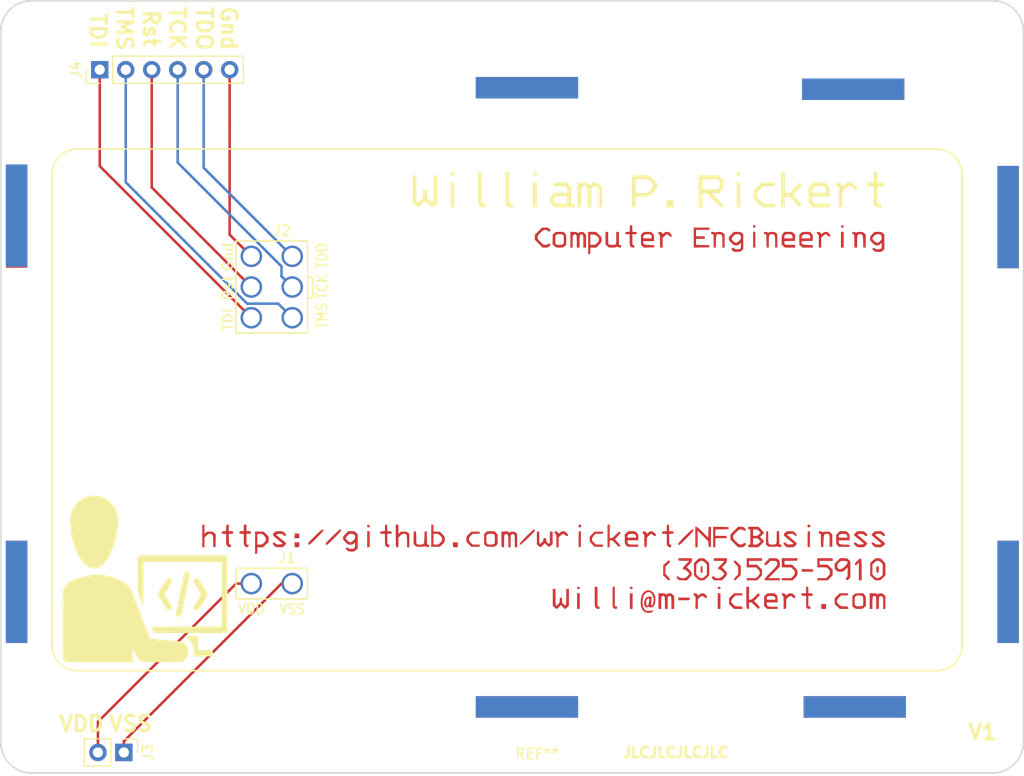
<source format=kicad_pcb>
(kicad_pcb (version 20171130) (host pcbnew 5.0.1)

  (general
    (thickness 1.6)
    (drawings 30)
    (tracks 32)
    (zones 0)
    (modules 11)
    (nets 9)
  )

  (page A4)
  (layers
    (0 F.Cu signal)
    (31 B.Cu signal)
    (32 B.Adhes user)
    (33 F.Adhes user)
    (34 B.Paste user)
    (35 F.Paste user)
    (36 B.SilkS user)
    (37 F.SilkS user)
    (38 B.Mask user)
    (39 F.Mask user)
    (40 Dwgs.User user)
    (41 Cmts.User user)
    (42 Eco1.User user)
    (43 Eco2.User user)
    (44 Edge.Cuts user)
    (45 Margin user)
    (46 B.CrtYd user)
    (47 F.CrtYd user)
    (48 B.Fab user)
    (49 F.Fab user)
  )

  (setup
    (last_trace_width 0.25)
    (trace_clearance 0.2)
    (zone_clearance 0.508)
    (zone_45_only no)
    (trace_min 0.2)
    (segment_width 0.15)
    (edge_width 0.15)
    (via_size 0.6)
    (via_drill 0.4)
    (via_min_size 0.4)
    (via_min_drill 0.3)
    (uvia_size 0.3)
    (uvia_drill 0.1)
    (uvias_allowed no)
    (uvia_min_size 0.2)
    (uvia_min_drill 0.1)
    (pcb_text_width 0.3)
    (pcb_text_size 1.5 1.5)
    (mod_edge_width 0.15)
    (mod_text_size 1 1)
    (mod_text_width 0.15)
    (pad_size 1.7 1.7)
    (pad_drill 1)
    (pad_to_mask_clearance 0.2)
    (solder_mask_min_width 0.25)
    (aux_axis_origin 0 0)
    (visible_elements FFFFFF7F)
    (pcbplotparams
      (layerselection 0x010f8_ffffffff)
      (usegerberextensions false)
      (usegerberattributes true)
      (usegerberadvancedattributes false)
      (creategerberjobfile false)
      (excludeedgelayer false)
      (linewidth 0.100000)
      (plotframeref false)
      (viasonmask false)
      (mode 1)
      (useauxorigin true)
      (hpglpennumber 1)
      (hpglpenspeed 20)
      (hpglpendiameter 15.000000)
      (psnegative false)
      (psa4output false)
      (plotreference true)
      (plotvalue true)
      (plotinvisibletext false)
      (padsonsilk false)
      (subtractmaskfromsilk false)
      (outputformat 1)
      (mirror false)
      (drillshape 0)
      (scaleselection 1)
      (outputdirectory "/home/william/Documents/Projects/NFCBusiness/Schematic/ProgrammingJig/gerbers/jig/"))
  )

  (net 0 "")
  (net 1 "Net-(J1-Pad1)")
  (net 2 "Net-(J1-Pad2)")
  (net 3 "Net-(J2-Pad1)")
  (net 4 "Net-(J2-Pad2)")
  (net 5 "Net-(J2-Pad3)")
  (net 6 "Net-(J2-Pad4)")
  (net 7 "Net-(J2-Pad5)")
  (net 8 "Net-(J2-Pad6)")

  (net_class Default "This is the default net class."
    (clearance 0.2)
    (trace_width 0.25)
    (via_dia 0.6)
    (via_drill 0.4)
    (uvia_dia 0.3)
    (uvia_drill 0.1)
    (add_net "Net-(J1-Pad1)")
    (add_net "Net-(J1-Pad2)")
    (add_net "Net-(J2-Pad1)")
    (add_net "Net-(J2-Pad2)")
    (add_net "Net-(J2-Pad3)")
    (add_net "Net-(J2-Pad4)")
    (add_net "Net-(J2-Pad5)")
    (add_net "Net-(J2-Pad6)")
  )

  (module NFCBuisness:Name (layer F.Cu) (tedit 0) (tstamp 5C42A5FE)
    (at 170.4 77.85)
    (fp_text reference "" (at 0 0) (layer F.SilkS)
      (effects (font (size 1.27 1.27) (thickness 0.15)))
    )
    (fp_text value "" (at 0 0) (layer F.SilkS)
      (effects (font (size 1.27 1.27) (thickness 0.15)))
    )
    (fp_poly (pts (xy 8.924184 -1.93675) (xy 8.911882 -1.823745) (xy 8.879926 -1.769861) (xy 8.802963 -1.749745)
      (xy 8.73125 -1.743816) (xy 8.551334 -1.730799) (xy 8.551334 -2.116667) (xy 8.937202 -2.116667)
      (xy 8.924184 -1.93675)) (layer F.SilkS) (width 0.01))
    (fp_poly (pts (xy -11.006666 -1.735667) (xy -11.177328 -1.735667) (xy -11.307363 -1.750821) (xy -11.370105 -1.793469)
      (xy -11.370985 -1.795591) (xy -11.383528 -1.880668) (xy -11.38024 -1.975508) (xy -11.362452 -2.052162)
      (xy -11.315518 -2.089984) (xy -11.214085 -2.106387) (xy -11.186583 -2.108518) (xy -11.006666 -2.121535)
      (xy -11.006666 -1.735667)) (layer F.SilkS) (width 0.01))
    (fp_poly (pts (xy -19.05 -1.735667) (xy -19.212278 -1.735667) (xy -19.324148 -1.74243) (xy -19.395759 -1.759163)
      (xy -19.402778 -1.763889) (xy -19.421057 -1.821056) (xy -19.430601 -1.926814) (xy -19.431 -1.954389)
      (xy -19.431 -2.116667) (xy -19.05 -2.116667) (xy -19.05 -1.735667)) (layer F.SilkS) (width 0.01))
    (fp_poly (pts (xy 22.309667 -1.104091) (xy 22.658917 -1.091796) (xy 23.008167 -1.0795) (xy 23.021184 -0.899584)
      (xy 23.034202 -0.719667) (xy 22.307877 -0.719667) (xy 22.319355 0.116416) (xy 22.330834 0.9525)
      (xy 22.500167 0.973666) (xy 22.608388 0.992148) (xy 22.65662 1.029192) (xy 22.669095 1.112058)
      (xy 22.6695 1.164166) (xy 22.6695 1.3335) (xy 22.472349 1.346242) (xy 22.336489 1.345617)
      (xy 22.236296 1.3117) (xy 22.127276 1.229098) (xy 22.123099 1.22544) (xy 21.971 1.091895)
      (xy 21.971 -0.719667) (xy 21.251334 -0.719667) (xy 21.251334 -1.100667) (xy 21.971 -1.100667)
      (xy 21.971 -2.116667) (xy 22.309667 -2.116667) (xy 22.309667 -1.104091)) (layer F.SilkS) (width 0.01))
    (fp_poly (pts (xy 20.115107 -0.85344) (xy 20.256035 -0.701708) (xy 20.335758 -0.587147) (xy 20.362261 -0.498135)
      (xy 20.362334 -0.493607) (xy 20.355345 -0.424234) (xy 20.319166 -0.391368) (xy 20.230972 -0.381519)
      (xy 20.171834 -0.381) (xy 20.038289 -0.392017) (xy 19.983242 -0.425716) (xy 19.981334 -0.43658)
      (xy 19.944622 -0.526163) (xy 19.852242 -0.616134) (xy 19.730829 -0.68701) (xy 19.607014 -0.719307)
      (xy 19.594379 -0.719667) (xy 19.51557 -0.711869) (xy 19.440927 -0.680725) (xy 19.35328 -0.614609)
      (xy 19.235459 -0.501896) (xy 19.162779 -0.42745) (xy 18.880667 -0.135233) (xy 18.880667 1.354666)
      (xy 18.542 1.354666) (xy 18.542 0.365016) (xy 18.541559 0.039282) (xy 18.539059 -0.211906)
      (xy 18.532733 -0.398667) (xy 18.520815 -0.531121) (xy 18.501538 -0.619387) (xy 18.473136 -0.673584)
      (xy 18.433842 -0.703833) (xy 18.381889 -0.720253) (xy 18.3515 -0.726275) (xy 18.29484 -0.754558)
      (xy 18.270492 -0.826838) (xy 18.266834 -0.910747) (xy 18.271925 -1.019466) (xy 18.301542 -1.06975)
      (xy 18.377198 -1.087777) (xy 18.415 -1.091036) (xy 18.581905 -1.071599) (xy 18.729918 -0.997642)
      (xy 18.834279 -0.884959) (xy 18.866046 -0.803354) (xy 18.891632 -0.675423) (xy 19.116449 -0.888045)
      (xy 19.235879 -0.99781) (xy 19.323571 -1.061305) (xy 19.408583 -1.091185) (xy 19.519972 -1.100107)
      (xy 19.604573 -1.100667) (xy 19.86788 -1.100667) (xy 20.115107 -0.85344)) (layer F.SilkS) (width 0.01))
    (fp_poly (pts (xy 17.408356 -0.858576) (xy 17.653 -0.616484) (xy 17.653 0.296333) (xy 15.917334 0.296333)
      (xy 15.917334 0.521246) (xy 15.924722 0.666239) (xy 15.955112 0.762436) (xy 16.020845 0.845033)
      (xy 16.036067 0.859913) (xy 16.1548 0.973666) (xy 17.653 0.973666) (xy 17.653 1.354666)
      (xy 16.09427 1.354666) (xy 15.88047 1.185667) (xy 15.760944 1.083992) (xy 15.666121 0.990341)
      (xy 15.622669 0.93445) (xy 15.606995 0.862877) (xy 15.594101 0.719806) (xy 15.584696 0.518379)
      (xy 15.579487 0.271739) (xy 15.578667 0.117874) (xy 15.578667 -0.283434) (xy 15.959667 -0.283434)
      (xy 15.959667 -0.084667) (xy 17.314334 -0.084667) (xy 17.314334 -0.260588) (xy 17.281013 -0.449347)
      (xy 17.206346 -0.578088) (xy 17.098358 -0.719667) (xy 16.642766 -0.719667) (xy 16.440528 -0.718714)
      (xy 16.304165 -0.713241) (xy 16.214885 -0.69933) (xy 16.153899 -0.673063) (xy 16.102416 -0.63052)
      (xy 16.07342 -0.600934) (xy 15.996485 -0.49831) (xy 15.964 -0.38014) (xy 15.959667 -0.283434)
      (xy 15.578667 -0.283434) (xy 15.578667 -0.616484) (xy 15.823311 -0.858576) (xy 16.067955 -1.100667)
      (xy 17.163712 -1.100667) (xy 17.408356 -0.858576)) (layer F.SilkS) (width 0.01))
    (fp_poly (pts (xy 13.260164 -1.090084) (xy 13.2715 -0.0635) (xy 13.47993 -0.050298) (xy 13.688359 -0.037095)
      (xy 14.209143 -0.556628) (xy 14.729926 -1.076161) (xy 14.858984 -0.952516) (xy 14.988041 -0.828872)
      (xy 14.514849 -0.354333) (xy 14.041656 0.120205) (xy 14.482078 0.592307) (xy 14.635609 0.758047)
      (xy 14.76735 0.902477) (xy 14.866988 1.014116) (xy 14.924211 1.081483) (xy 14.933756 1.09514)
      (xy 14.913339 1.141055) (xy 14.848624 1.217361) (xy 14.824558 1.241273) (xy 14.704103 1.356676)
      (xy 14.20629 0.826504) (xy 13.708476 0.296333) (xy 13.250334 0.296333) (xy 13.250334 1.354666)
      (xy 12.911667 1.354666) (xy 12.911667 -2.116667) (xy 13.248828 -2.116667) (xy 13.260164 -1.090084)) (layer F.SilkS) (width 0.01))
    (fp_poly (pts (xy 11.668666 -1.091243) (xy 12.297834 -1.0795) (xy 12.297834 -0.740834) (xy 11.726334 -0.729031)
      (xy 11.154834 -0.717229) (xy 10.869084 -0.433833) (xy 10.583334 -0.150438) (xy 10.583334 0.404437)
      (xy 10.869084 0.687832) (xy 11.154834 0.971228) (xy 11.726334 0.98303) (xy 12.297834 0.994833)
      (xy 12.297834 1.3335) (xy 11.705167 1.341318) (xy 11.485417 1.342564) (xy 11.293026 1.340567)
      (xy 11.145376 1.335735) (xy 11.059847 1.328476) (xy 11.049 1.325922) (xy 10.996111 1.28862)
      (xy 10.897132 1.203342) (xy 10.76558 1.08224) (xy 10.614972 0.937469) (xy 10.593917 0.916773)
      (xy 10.202334 0.530838) (xy 10.202334 -0.280486) (xy 10.620916 -0.691735) (xy 11.039499 -1.102985)
      (xy 11.668666 -1.091243)) (layer F.SilkS) (width 0.01))
    (fp_poly (pts (xy 8.73125 -1.092518) (xy 8.911167 -1.0795) (xy 8.911167 1.3335) (xy 8.73125 1.346517)
      (xy 8.551334 1.359534) (xy 8.551334 -1.105535) (xy 8.73125 -1.092518)) (layer F.SilkS) (width 0.01))
    (fp_poly (pts (xy 7.046105 -1.522898) (xy 7.289431 -1.267796) (xy 7.274799 -0.864018) (xy 7.260167 -0.460239)
      (xy 7.041064 -0.251286) (xy 6.821962 -0.042334) (xy 6.118343 -0.042334) (xy 6.678672 0.51915)
      (xy 6.878594 0.721111) (xy 7.025316 0.874301) (xy 7.126734 0.988564) (xy 7.190744 1.073744)
      (xy 7.225244 1.139685) (xy 7.238128 1.196229) (xy 7.239 1.21765) (xy 7.233136 1.305424)
      (xy 7.199307 1.344438) (xy 7.113159 1.354397) (xy 7.069667 1.354666) (xy 6.949186 1.342162)
      (xy 6.900854 1.306569) (xy 6.900334 1.301237) (xy 6.871559 1.25677) (xy 6.791072 1.162508)
      (xy 6.66763 1.027916) (xy 6.509989 0.862462) (xy 6.326904 0.675613) (xy 6.254254 0.602737)
      (xy 5.608174 -0.042334) (xy 5.207 -0.042334) (xy 5.207 1.354666) (xy 4.826 1.354666)
      (xy 4.826 -1.397) (xy 5.207 -1.397) (xy 5.207 -0.423334) (xy 5.955688 -0.423334)
      (xy 6.225518 -0.423872) (xy 6.423913 -0.426445) (xy 6.564104 -0.432492) (xy 6.659321 -0.443451)
      (xy 6.722795 -0.46076) (xy 6.767755 -0.485857) (xy 6.802355 -0.51538) (xy 6.85695 -0.579638)
      (xy 6.886806 -0.659781) (xy 6.898821 -0.782064) (xy 6.900334 -0.88846) (xy 6.896541 -1.045917)
      (xy 6.879525 -1.146972) (xy 6.840825 -1.219755) (xy 6.7816 -1.283247) (xy 6.662867 -1.397)
      (xy 5.207 -1.397) (xy 4.826 -1.397) (xy 4.826 -1.778) (xy 5.81439 -1.778)
      (xy 6.802779 -1.778001) (xy 7.046105 -1.522898)) (layer F.SilkS) (width 0.01))
    (fp_poly (pts (xy 2.413 1.354666) (xy 1.693334 1.354666) (xy 1.693334 0.635) (xy 2.413 0.635)
      (xy 2.413 1.354666)) (layer F.SilkS) (width 0.01))
    (fp_poly (pts (xy 0.762 -0.989949) (xy 0.762 -0.496596) (xy 0.373202 -0.100131) (xy -0.015597 0.296333)
      (xy -0.531673 0.296333) (xy -0.745634 0.298483) (xy -0.940391 0.304326) (xy -1.093678 0.312956)
      (xy -1.180041 0.322791) (xy -1.312333 0.34925) (xy -1.312333 1.354666) (xy -1.482995 1.354666)
      (xy -1.599905 1.342344) (xy -1.668226 1.31073) (xy -1.674048 1.301528) (xy -1.678473 1.248142)
      (xy -1.681949 1.12006) (xy -1.684416 0.927248) (xy -1.685816 0.679671) (xy -1.686089 0.387296)
      (xy -1.685175 0.060089) (xy -1.683303 -0.254222) (xy -1.674834 -1.397) (xy -1.312333 -1.397)
      (xy -1.312333 -0.042334) (xy -0.192625 -0.042334) (xy 0.094188 -0.326948) (xy 0.255032 -0.495088)
      (xy 0.350919 -0.627353) (xy 0.38237 -0.741547) (xy 0.349904 -0.855474) (xy 0.254038 -0.986938)
      (xy 0.11764 -1.131278) (xy -0.145721 -1.397) (xy -1.312333 -1.397) (xy -1.674834 -1.397)
      (xy -1.672166 -1.756834) (xy -0.850048 -1.768356) (xy -0.02793 -1.779879) (xy 0.762 -0.989949)) (layer F.SilkS) (width 0.01))
    (fp_poly (pts (xy -5.172568 -1.096088) (xy -5.085195 -1.073753) (xy -4.999305 -1.020763) (xy -4.888663 -0.924219)
      (xy -4.844632 -0.88286) (xy -4.614333 -0.665052) (xy -4.614333 1.354666) (xy -4.953 1.354666)
      (xy -4.953 -0.49216) (xy -5.071733 -0.605914) (xy -5.210001 -0.698886) (xy -5.345605 -0.707489)
      (xy -5.482971 -0.631723) (xy -5.5116 -0.605914) (xy -5.630333 -0.49216) (xy -5.630333 1.359534)
      (xy -5.81025 1.346517) (xy -5.990166 1.3335) (xy -6.001607 0.428664) (xy -6.00597 0.126598)
      (xy -6.011169 -0.102876) (xy -6.018359 -0.271833) (xy -6.028695 -0.392348) (xy -6.043329 -0.476496)
      (xy -6.063418 -0.536351) (xy -6.090114 -0.583987) (xy -6.09974 -0.597919) (xy -6.209999 -0.696811)
      (xy -6.337435 -0.71445) (xy -6.474985 -0.650703) (xy -6.5276 -0.605914) (xy -6.646333 -0.49216)
      (xy -6.646333 1.354666) (xy -7.028632 1.354666) (xy -7.006166 -1.0795) (xy -6.82625 -1.092518)
      (xy -6.699554 -1.091254) (xy -6.648087 -1.06264) (xy -6.646333 -1.052301) (xy -6.633962 -1.020822)
      (xy -6.595533 -1.049867) (xy -6.526469 -1.078844) (xy -6.405577 -1.097237) (xy -6.32184 -1.100667)
      (xy -6.17262 -1.091886) (xy -6.065497 -1.055758) (xy -5.958854 -0.977605) (xy -5.949306 -0.969282)
      (xy -5.799666 -0.837896) (xy -5.650027 -0.969282) (xy -5.536958 -1.053828) (xy -5.42551 -1.092239)
      (xy -5.287659 -1.100667) (xy -5.172568 -1.096088)) (layer F.SilkS) (width 0.01))
    (fp_poly (pts (xy -7.62 -0.636799) (xy -7.62 0.973666) (xy -7.281333 0.973666) (xy -7.281333 1.354666)
      (xy -9.245041 1.354666) (xy -9.469687 1.122732) (xy -9.583369 1.002652) (xy -9.650283 0.915618)
      (xy -9.682823 0.834108) (xy -9.693383 0.730601) (xy -9.69399 0.662324) (xy -9.349418 0.662324)
      (xy -9.291693 0.796) (xy -9.241913 0.854933) (xy -9.193661 0.902858) (xy -9.146187 0.935761)
      (xy -9.08338 0.956468) (xy -8.989126 0.967802) (xy -8.847311 0.972588) (xy -8.641824 0.973651)
      (xy -8.56458 0.973666) (xy -8.001 0.973666) (xy -8.001 0.254) (xy -9.076469 0.254)
      (xy -9.216068 0.389304) (xy -9.324339 0.529086) (xy -9.349418 0.662324) (xy -9.69399 0.662324)
      (xy -9.694333 0.623869) (xy -9.692107 0.485299) (xy -9.676896 0.390674) (xy -9.635899 0.312072)
      (xy -9.556316 0.221567) (xy -9.470752 0.136137) (xy -9.247171 -0.084667) (xy -8.001 -0.084667)
      (xy -8.001 -0.310121) (xy -8.009452 -0.459862) (xy -8.041264 -0.557433) (xy -8.098978 -0.627621)
      (xy -8.144397 -0.664701) (xy -8.198354 -0.690255) (xy -8.27647 -0.706404) (xy -8.39437 -0.715272)
      (xy -8.567677 -0.718982) (xy -8.776312 -0.719667) (xy -9.355666 -0.719667) (xy -9.355666 -1.100667)
      (xy -8.069292 -1.100667) (xy -7.62 -0.636799)) (layer F.SilkS) (width 0.01))
    (fp_poly (pts (xy -11.006666 1.354666) (xy -11.177328 1.354666) (xy -11.295039 1.342195) (xy -11.363049 1.310041)
      (xy -11.368527 1.301149) (xy -11.373521 1.246163) (xy -11.377263 1.118) (xy -11.379666 0.928142)
      (xy -11.380642 0.68807) (xy -11.380104 0.409267) (xy -11.377965 0.103213) (xy -11.377782 0.084065)
      (xy -11.3665 -1.0795) (xy -11.186583 -1.092518) (xy -11.006666 -1.105535) (xy -11.006666 1.354666)) (layer F.SilkS) (width 0.01))
    (fp_poly (pts (xy -13.663611 -0.582084) (xy -13.6525 0.9525) (xy -13.49375 0.965638) (xy -13.395725 0.977923)
      (xy -13.34964 1.009727) (xy -13.335889 1.085888) (xy -13.335 1.166722) (xy -13.335 1.354666)
      (xy -13.538075 1.354666) (xy -13.668936 1.346737) (xy -13.763478 1.311633) (xy -13.859752 1.232377)
      (xy -13.897908 1.194131) (xy -14.054666 1.033596) (xy -14.054666 -2.116667) (xy -13.674723 -2.116667)
      (xy -13.663611 -0.582084)) (layer F.SilkS) (width 0.01))
    (fp_poly (pts (xy -16.372945 -0.582084) (xy -16.361833 0.9525) (xy -15.997381 0.97876) (xy -16.010274 1.15613)
      (xy -16.023166 1.3335) (xy -16.220318 1.346242) (xy -16.356178 1.345617) (xy -16.456371 1.3117)
      (xy -16.565391 1.229098) (xy -16.569568 1.22544) (xy -16.721666 1.091895) (xy -16.721666 -2.116667)
      (xy -16.384056 -2.116667) (xy -16.372945 -0.582084)) (layer F.SilkS) (width 0.01))
    (fp_poly (pts (xy -19.05 1.354666) (xy -19.220662 1.354666) (xy -19.338372 1.342195) (xy -19.406383 1.310041)
      (xy -19.41186 1.301149) (xy -19.416855 1.246163) (xy -19.420597 1.118) (xy -19.422999 0.928142)
      (xy -19.423975 0.68807) (xy -19.423437 0.409267) (xy -19.421298 0.103213) (xy -19.421115 0.084065)
      (xy -19.409833 -1.0795) (xy -19.229916 -1.092518) (xy -19.05 -1.105535) (xy -19.05 1.354666)) (layer F.SilkS) (width 0.01))
    (fp_poly (pts (xy -20.701 0.919051) (xy -20.931299 1.136859) (xy -21.050482 1.242475) (xy -21.152134 1.319871)
      (xy -21.21644 1.354153) (xy -21.221071 1.354666) (xy -21.291221 1.325504) (xy -21.361189 1.265256)
      (xy -21.432652 1.193725) (xy -21.545416 1.088983) (xy -21.676217 0.972592) (xy -21.688119 0.962248)
      (xy -21.934404 0.748651) (xy -22.239448 1.051659) (xy -22.373956 1.17932) (xy -22.491882 1.280426)
      (xy -22.577418 1.341995) (xy -22.608441 1.354666) (xy -22.667742 1.326161) (xy -22.764732 1.250995)
      (xy -22.879641 1.144691) (xy -22.893196 1.131085) (xy -23.114 0.907504) (xy -23.114 -1.778)
      (xy -22.775333 -1.778) (xy -22.775333 -0.514562) (xy -22.775116 -0.153948) (xy -22.774056 0.131513)
      (xy -22.771545 0.351331) (xy -22.76697 0.515021) (xy -22.759722 0.632094) (xy -22.74919 0.712064)
      (xy -22.734763 0.764441) (xy -22.715831 0.79874) (xy -22.691784 0.824472) (xy -22.689243 0.826788)
      (xy -22.644825 0.862224) (xy -22.603816 0.869903) (xy -22.550135 0.841658) (xy -22.467702 0.76932)
      (xy -22.350576 0.654757) (xy -22.098 0.404817) (xy -22.098 -0.381) (xy -21.717 -0.381)
      (xy -21.714291 0.03175) (xy -21.711583 0.4445) (xy -21.45982 0.671542) (xy -21.360495 0.760633)
      (xy -21.280416 0.825833) (xy -21.217426 0.860729) (xy -21.169367 0.858911) (xy -21.134082 0.813967)
      (xy -21.109414 0.719486) (xy -21.093205 0.569056) (xy -21.083299 0.356266) (xy -21.077536 0.074705)
      (xy -21.073762 -0.28204) (xy -21.07203 -0.480925) (xy -21.060833 -1.756834) (xy -20.880916 -1.769851)
      (xy -20.701 -1.782869) (xy -20.701 0.919051)) (layer F.SilkS) (width 0.01))
  )

  (module NFCBuisness:Rank (layer F.Cu) (tedit 0) (tstamp 5C42A670)
    (at 172.1 82.41)
    (fp_text reference "" (at 0 0) (layer F.SilkS)
      (effects (font (size 1.27 1.27) (thickness 0.15)))
    )
    (fp_text value "" (at 0 0) (layer F.SilkS)
      (effects (font (size 1.27 1.27) (thickness 0.15)))
    )
    (fp_poly (pts (xy 17.26875 -1.441886) (xy 17.302886 -1.369918) (xy 17.306562 -1.344084) (xy 17.306451 -1.263154)
      (xy 17.264187 -1.232118) (xy 17.187334 -1.227667) (xy 17.096089 -1.235939) (xy 17.065361 -1.276173)
      (xy 17.068105 -1.344084) (xy 17.095061 -1.431286) (xy 17.163759 -1.459727) (xy 17.187334 -1.4605)
      (xy 17.26875 -1.441886)) (layer F.Cu) (width 0.01))
    (fp_poly (pts (xy 8.648136 -1.467998) (xy 8.675806 -1.409894) (xy 8.678334 -1.354667) (xy 8.666943 -1.263904)
      (xy 8.618523 -1.2307) (xy 8.5725 -1.227667) (xy 8.496864 -1.241336) (xy 8.469194 -1.29944)
      (xy 8.466667 -1.354667) (xy 8.478057 -1.445431) (xy 8.526477 -1.478634) (xy 8.5725 -1.481667)
      (xy 8.648136 -1.467998)) (layer F.Cu) (width 0.01))
    (fp_poly (pts (xy 19.078324 -0.800956) (xy 19.178502 -0.78418) (xy 19.253307 -0.744042) (xy 19.332353 -0.670577)
      (xy 19.338029 -0.664735) (xy 19.473334 -0.525136) (xy 19.473334 0.72529) (xy 19.2405 0.6985)
      (xy 19.228628 0.128908) (xy 19.220289 -0.13514) (xy 19.204692 -0.326147) (xy 19.176925 -0.455706)
      (xy 19.132078 -0.53541) (xy 19.06524 -0.576853) (xy 18.971503 -0.591626) (xy 18.923 -0.592667)
      (xy 18.815391 -0.58578) (xy 18.737301 -0.557455) (xy 18.684085 -0.496195) (xy 18.6511 -0.390503)
      (xy 18.633701 -0.228883) (xy 18.627244 0.000163) (xy 18.626667 0.140916) (xy 18.626667 0.719666)
      (xy 18.374872 0.719666) (xy 18.363186 0.074083) (xy 18.358298 -0.172154) (xy 18.35262 -0.346511)
      (xy 18.344081 -0.461768) (xy 18.330606 -0.530702) (xy 18.310123 -0.566092) (xy 18.280558 -0.580715)
      (xy 18.25625 -0.585028) (xy 18.179946 -0.622668) (xy 18.161 -0.701445) (xy 18.173563 -0.772638)
      (xy 18.22796 -0.800598) (xy 18.3007 -0.804334) (xy 18.412877 -0.789784) (xy 18.490031 -0.754668)
      (xy 18.4912 -0.753534) (xy 18.548807 -0.724531) (xy 18.5928 -0.753534) (xy 18.662234 -0.781245)
      (xy 18.791701 -0.799326) (xy 18.923162 -0.804334) (xy 19.078324 -0.800956)) (layer F.Cu) (width 0.01))
    (fp_poly (pts (xy 17.314334 0.719666) (xy 17.060334 0.719666) (xy 17.060334 -0.804334) (xy 17.314334 -0.804334)
      (xy 17.314334 0.719666)) (layer F.Cu) (width 0.01))
    (fp_poly (pts (xy 15.67806 -0.794712) (xy 15.766144 -0.754537) (xy 15.861786 -0.666842) (xy 15.893788 -0.632059)
      (xy 15.97724 -0.528144) (xy 16.026533 -0.443883) (xy 16.032789 -0.409809) (xy 15.979667 -0.35341)
      (xy 15.890226 -0.360981) (xy 15.780126 -0.429658) (xy 15.744616 -0.462539) (xy 15.650916 -0.543039)
      (xy 15.572132 -0.588738) (xy 15.553298 -0.592667) (xy 15.491302 -0.565588) (xy 15.392907 -0.495352)
      (xy 15.302554 -0.417942) (xy 15.113 -0.243217) (xy 15.113 0.719666) (xy 14.901334 0.719666)
      (xy 14.901334 0.113467) (xy 14.900799 -0.124663) (xy 14.897684 -0.293068) (xy 14.889726 -0.406689)
      (xy 14.874658 -0.480465) (xy 14.850217 -0.529338) (xy 14.814138 -0.568249) (xy 14.7955 -0.584753)
      (xy 14.706981 -0.683906) (xy 14.695029 -0.756653) (xy 14.758744 -0.797468) (xy 14.831272 -0.804334)
      (xy 14.9636 -0.77563) (xy 15.065879 -0.702467) (xy 15.112388 -0.604265) (xy 15.113 -0.591613)
      (xy 15.138824 -0.58198) (xy 15.20662 -0.627368) (xy 15.252599 -0.669029) (xy 15.368746 -0.761779)
      (xy 15.48529 -0.799909) (xy 15.565173 -0.804334) (xy 15.67806 -0.794712)) (layer F.Cu) (width 0.01))
    (fp_poly (pts (xy 14.176601 -0.63497) (xy 14.252364 -0.532518) (xy 14.291436 -0.444525) (xy 14.303633 -0.336499)
      (xy 14.300103 -0.201054) (xy 14.2875 0.0635) (xy 13.208 0.087196) (xy 13.208 0.20637)
      (xy 13.220193 0.30688) (xy 13.264632 0.37845) (xy 13.353103 0.42622) (xy 13.497397 0.455329)
      (xy 13.709302 0.470918) (xy 13.823484 0.474727) (xy 14.2875 0.486833) (xy 14.300895 0.60325)
      (xy 14.314291 0.719666) (xy 13.295613 0.719666) (xy 13.145973 0.588281) (xy 12.996334 0.456895)
      (xy 12.996334 -0.288955) (xy 13.208 -0.288955) (xy 13.208 -0.169334) (xy 14.054667 -0.169334)
      (xy 14.054667 -0.303584) (xy 14.032746 -0.444306) (xy 13.960252 -0.534415) (xy 13.827085 -0.581294)
      (xy 13.659251 -0.592667) (xy 13.443658 -0.568808) (xy 13.297028 -0.497615) (xy 13.220219 -0.379669)
      (xy 13.208 -0.288955) (xy 12.996334 -0.288955) (xy 12.996334 -0.533725) (xy 13.135932 -0.669029)
      (xy 13.206072 -0.733251) (xy 13.269774 -0.773061) (xy 13.349537 -0.794291) (xy 13.467862 -0.802771)
      (xy 13.647246 -0.804333) (xy 13.658014 -0.804334) (xy 14.040497 -0.804334) (xy 14.176601 -0.63497)) (layer F.Cu) (width 0.01))
    (fp_poly (pts (xy 12.096019 -0.803232) (xy 12.217596 -0.79602) (xy 12.29818 -0.776837) (xy 12.359607 -0.739823)
      (xy 12.423714 -0.679118) (xy 12.439776 -0.662589) (xy 12.512338 -0.582289) (xy 12.552248 -0.511481)
      (xy 12.567676 -0.421752) (xy 12.566786 -0.284688) (xy 12.564497 -0.228672) (xy 12.551834 0.0635)
      (xy 12.03325 0.075386) (xy 11.514667 0.087272) (xy 11.514667 0.225669) (xy 11.521342 0.321841)
      (xy 11.550018 0.38838) (xy 11.613673 0.430657) (xy 11.725281 0.454042) (xy 11.89782 0.463903)
      (xy 12.094634 0.465666) (xy 12.573 0.465666) (xy 12.573 0.719666) (xy 11.573545 0.719666)
      (xy 11.260667 0.43308) (xy 11.260667 -0.027815) (xy 11.26161 -0.231639) (xy 11.264824 -0.310939)
      (xy 11.514667 -0.310939) (xy 11.514667 -0.169334) (xy 12.319 -0.169334) (xy 12.319 -0.303584)
      (xy 12.297019 -0.444408) (xy 12.224364 -0.534556) (xy 12.090974 -0.581397) (xy 11.924189 -0.592667)
      (xy 11.726781 -0.577137) (xy 11.599258 -0.526086) (xy 11.531897 -0.432828) (xy 11.514667 -0.310939)
      (xy 11.264824 -0.310939) (xy 11.267254 -0.370878) (xy 11.28182 -0.465612) (xy 11.309531 -0.535921)
      (xy 11.354608 -0.601885) (xy 11.390749 -0.646522) (xy 11.520831 -0.804334) (xy 11.911611 -0.804334)
      (xy 12.096019 -0.803232)) (layer F.Cu) (width 0.01))
    (fp_poly (pts (xy 10.487066 -0.800499) (xy 10.587957 -0.783319) (xy 10.660785 -0.744278) (xy 10.72358 -0.685601)
      (xy 10.767023 -0.637974) (xy 10.797702 -0.590736) (xy 10.817837 -0.529014) (xy 10.829648 -0.437936)
      (xy 10.835355 -0.302629) (xy 10.837179 -0.108221) (xy 10.837334 0.076399) (xy 10.837334 0.719666)
      (xy 10.625667 0.719666) (xy 10.625667 0.133561) (xy 10.62313 -0.130661) (xy 10.612041 -0.321939)
      (xy 10.587186 -0.451933) (xy 10.54335 -0.532301) (xy 10.475318 -0.574701) (xy 10.377875 -0.590791)
      (xy 10.300811 -0.592667) (xy 10.188335 -0.586416) (xy 10.106735 -0.559958) (xy 10.051128 -0.501742)
      (xy 10.01663 -0.400213) (xy 9.998355 -0.243819) (xy 9.991419 -0.021004) (xy 9.990667 0.140916)
      (xy 9.990667 0.719666) (xy 9.781205 0.719666) (xy 9.769519 0.074083) (xy 9.757834 -0.5715)
      (xy 9.641417 -0.584896) (xy 9.553915 -0.612191) (xy 9.525623 -0.681003) (xy 9.525 -0.701312)
      (xy 9.535388 -0.769023) (xy 9.582635 -0.798213) (xy 9.685867 -0.804334) (xy 9.804393 -0.791697)
      (xy 9.88893 -0.760583) (xy 9.897534 -0.753534) (xy 9.95514 -0.724531) (xy 9.999134 -0.753534)
      (xy 10.068584 -0.781245) (xy 10.198132 -0.799322) (xy 10.32988 -0.804334) (xy 10.487066 -0.800499)) (layer F.Cu) (width 0.01))
    (fp_poly (pts (xy 8.678334 0.719666) (xy 8.466667 0.719666) (xy 8.466667 -0.804334) (xy 8.678334 -0.804334)
      (xy 8.678334 0.719666)) (layer F.Cu) (width 0.01))
    (fp_poly (pts (xy 5.309417 -0.798237) (xy 5.418329 -0.773937) (xy 5.507833 -0.722421) (xy 5.542419 -0.694737)
      (xy 5.672667 -0.585141) (xy 5.672667 0.719666) (xy 5.461 0.719666) (xy 5.461 0.133561)
      (xy 5.458463 -0.130661) (xy 5.447374 -0.321939) (xy 5.42252 -0.451933) (xy 5.378684 -0.532301)
      (xy 5.310652 -0.574701) (xy 5.213209 -0.590791) (xy 5.136145 -0.592667) (xy 5.023668 -0.586416)
      (xy 4.942068 -0.559958) (xy 4.886462 -0.501742) (xy 4.851963 -0.400213) (xy 4.833688 -0.243819)
      (xy 4.826752 -0.021004) (xy 4.826 0.140916) (xy 4.826 0.719666) (xy 4.616539 0.719666)
      (xy 4.593167 -0.5715) (xy 4.47675 -0.584896) (xy 4.389248 -0.612191) (xy 4.360957 -0.681003)
      (xy 4.360334 -0.701312) (xy 4.370722 -0.769023) (xy 4.417968 -0.798213) (xy 4.5212 -0.804334)
      (xy 4.639727 -0.791697) (xy 4.724263 -0.760583) (xy 4.732867 -0.753534) (xy 4.790474 -0.724531)
      (xy 4.834467 -0.753534) (xy 4.903119 -0.781225) (xy 5.02901 -0.799481) (xy 5.148719 -0.804334)
      (xy 5.309417 -0.798237)) (layer F.Cu) (width 0.01))
    (fp_poly (pts (xy 4.191 -1.016) (xy 2.878667 -1.016) (xy 2.878667 -0.381) (xy 3.725334 -0.381)
      (xy 3.725334 -0.127) (xy 2.878667 -0.127) (xy 2.878667 0.463461) (xy 3.52425 0.475147)
      (xy 4.169834 0.486833) (xy 4.169834 0.6985) (xy 2.667 0.72162) (xy 2.667 -1.227667)
      (xy 4.191 -1.227667) (xy 4.191 -1.016)) (layer F.Cu) (width 0.01))
    (fp_poly (pts (xy 0.179903 -0.793522) (xy 0.279995 -0.748481) (xy 0.372696 -0.664735) (xy 0.465374 -0.545446)
      (xy 0.505936 -0.441193) (xy 0.492148 -0.367195) (xy 0.421773 -0.338671) (xy 0.4206 -0.338667)
      (xy 0.337796 -0.369458) (xy 0.244391 -0.445526) (xy 0.226337 -0.465667) (xy 0.14078 -0.547829)
      (xy 0.063951 -0.590829) (xy 0.050756 -0.592667) (xy -0.014758 -0.564596) (xy -0.113778 -0.491895)
      (xy -0.199481 -0.41452) (xy -0.381 -0.236372) (xy -0.381 0.719666) (xy -0.635 0.719666)
      (xy -0.635 0.087519) (xy -0.635661 -0.156637) (xy -0.63877 -0.329288) (xy -0.646018 -0.443592)
      (xy -0.659096 -0.512708) (xy -0.679693 -0.549795) (xy -0.709502 -0.56801) (xy -0.719666 -0.5715)
      (xy -0.790815 -0.633666) (xy -0.804333 -0.701353) (xy -0.79241 -0.771633) (xy -0.740065 -0.799979)
      (xy -0.659239 -0.804334) (xy -0.520882 -0.776356) (xy -0.432213 -0.700174) (xy -0.350281 -0.596014)
      (xy -0.252428 -0.700174) (xy -0.162445 -0.770917) (xy -0.047591 -0.800701) (xy 0.041408 -0.804334)
      (xy 0.179903 -0.793522)) (layer F.Cu) (width 0.01))
    (fp_poly (pts (xy -1.681921 -0.802835) (xy -1.566778 -0.793949) (xy -1.489587 -0.771096) (xy -1.426992 -0.727695)
      (xy -1.362971 -0.664735) (xy -1.291997 -0.585169) (xy -1.251431 -0.511632) (xy -1.232843 -0.416425)
      (xy -1.2278 -0.271847) (xy -1.227666 -0.220235) (xy -1.227666 0.084666) (xy -2.286 0.084666)
      (xy -2.286 0.205105) (xy -2.273905 0.306081) (xy -2.229747 0.377969) (xy -2.141721 0.425942)
      (xy -1.998018 0.455171) (xy -1.786831 0.47083) (xy -1.670516 0.474727) (xy -1.467661 0.480591)
      (xy -1.334687 0.488019) (xy -1.256836 0.500763) (xy -1.219352 0.522572) (xy -1.207478 0.557199)
      (xy -1.2065 0.592666) (xy -1.2065 0.6985) (xy -2.22468 0.72212) (xy -2.361173 0.581294)
      (xy -2.497666 0.440469) (xy -2.497666 -0.288955) (xy -2.286 -0.288955) (xy -2.286 -0.169334)
      (xy -1.439333 -0.169334) (xy -1.439333 -0.303584) (xy -1.461254 -0.444306) (xy -1.533748 -0.534415)
      (xy -1.666915 -0.581294) (xy -1.834749 -0.592667) (xy -2.050342 -0.568808) (xy -2.196972 -0.497615)
      (xy -2.273781 -0.379669) (xy -2.286 -0.288955) (xy -2.497666 -0.288955) (xy -2.497666 -0.533725)
      (xy -2.358068 -0.669029) (xy -2.285619 -0.734947) (xy -2.219569 -0.775014) (xy -2.136202 -0.795651)
      (xy -2.011802 -0.80328) (xy -1.858372 -0.804334) (xy -1.681921 -0.802835)) (layer F.Cu) (width 0.01))
    (fp_poly (pts (xy -3.418018 -1.456258) (xy -3.385591 -1.431847) (xy -3.367739 -1.369745) (xy -3.35815 -1.252427)
      (xy -3.353136 -1.132417) (xy -3.340772 -0.804334) (xy -3.130886 -0.804334) (xy -3.005929 -0.800834)
      (xy -2.943837 -0.783029) (xy -2.922876 -0.739959) (xy -2.921 -0.6985) (xy -2.927862 -0.635689)
      (xy -2.962885 -0.604355) (xy -3.04772 -0.59367) (xy -3.132666 -0.592667) (xy -3.344333 -0.592667)
      (xy -3.344333 -0.066445) (xy -3.34372 0.152271) (xy -3.340207 0.300542) (xy -3.331284 0.39259)
      (xy -3.314442 0.442635) (xy -3.287172 0.4649) (xy -3.249083 0.473305) (xy -3.170165 0.513923)
      (xy -3.140438 0.60325) (xy -3.139811 0.682076) (xy -3.178598 0.713935) (xy -3.270642 0.719666)
      (xy -3.428601 0.682052) (xy -3.506287 0.621688) (xy -3.543986 0.575333) (xy -3.569743 0.520152)
      (xy -3.585805 0.440126) (xy -3.59442 0.319238) (xy -3.597834 0.141468) (xy -3.598333 -0.034479)
      (xy -3.598333 -0.592667) (xy -3.81 -0.592667) (xy -3.935622 -0.596098) (xy -3.998292 -0.61361)
      (xy -4.019661 -0.656027) (xy -4.021666 -0.6985) (xy -4.014726 -0.761509) (xy -3.979415 -0.792818)
      (xy -3.893999 -0.803388) (xy -3.811781 -0.804334) (xy -3.601895 -0.804334) (xy -3.589531 -1.132417)
      (xy -3.581952 -1.297199) (xy -3.570397 -1.394871) (xy -3.548552 -1.442956) (xy -3.510103 -1.458978)
      (xy -3.471333 -1.4605) (xy -3.418018 -1.456258)) (layer F.Cu) (width 0.01))
    (fp_poly (pts (xy -5.715 -0.220134) (xy -5.711461 0.058416) (xy -5.700675 0.255786) (xy -5.682386 0.375171)
      (xy -5.6642 0.414866) (xy -5.59393 0.442549) (xy -5.460258 0.460434) (xy -5.312833 0.465666)
      (xy -5.141844 0.458468) (xy -5.016454 0.438899) (xy -4.961466 0.414866) (xy -4.937552 0.35026)
      (xy -4.921328 0.209996) (xy -4.912537 -0.00912) (xy -4.910666 -0.220134) (xy -4.910666 -0.804334)
      (xy -4.656666 -0.804334) (xy -4.656666 0.465666) (xy -4.550833 0.465666) (xy -4.475197 0.479335)
      (xy -4.447527 0.537439) (xy -4.445 0.592666) (xy -4.455819 0.682893) (xy -4.504667 0.716083)
      (xy -4.56258 0.719666) (xy -4.686172 0.696689) (xy -4.769709 0.656944) (xy -4.841901 0.616709)
      (xy -4.889008 0.632594) (xy -4.911312 0.656944) (xy -4.968116 0.691468) (xy -5.077381 0.711534)
      (xy -5.253178 0.719362) (xy -5.309425 0.719666) (xy -5.48106 0.718269) (xy -5.592931 0.708775)
      (xy -5.669943 0.683235) (xy -5.736998 0.633697) (xy -5.812242 0.559131) (xy -5.969 0.398596)
      (xy -5.969 -0.804334) (xy -5.715 -0.804334) (xy -5.715 -0.220134)) (layer F.Cu) (width 0.01))
    (fp_poly (pts (xy -8.906996 -0.797409) (xy -8.785214 -0.774422) (xy -8.713417 -0.734273) (xy -8.648908 -0.687448)
      (xy -8.59633 -0.702315) (xy -8.558583 -0.734273) (xy -8.457861 -0.783754) (xy -8.316481 -0.80428)
      (xy -8.308969 -0.804334) (xy -8.186803 -0.79237) (xy -8.094085 -0.743765) (xy -8.005385 -0.654694)
      (xy -7.874 -0.505054) (xy -7.874 0.719666) (xy -8.128 0.719666) (xy -8.128 0.133561)
      (xy -8.129216 -0.104789) (xy -8.134014 -0.273088) (xy -8.144114 -0.38593) (xy -8.16124 -0.45791)
      (xy -8.187112 -0.503623) (xy -8.205417 -0.522606) (xy -8.29831 -0.58443) (xy -8.376387 -0.571655)
      (xy -8.438939 -0.51525) (xy -8.468035 -0.469472) (xy -8.488052 -0.398012) (xy -8.500525 -0.286477)
      (xy -8.506991 -0.120478) (xy -8.508987 0.114378) (xy -8.509 0.140916) (xy -8.509 0.719666)
      (xy -8.763 0.719666) (xy -8.763 0.133561) (xy -8.764216 -0.104789) (xy -8.769014 -0.273088)
      (xy -8.779114 -0.38593) (xy -8.79624 -0.45791) (xy -8.822112 -0.503623) (xy -8.840417 -0.522606)
      (xy -8.926517 -0.582235) (xy -9.000384 -0.575637) (xy -9.089463 -0.499797) (xy -9.094287 -0.494689)
      (xy -9.131986 -0.448334) (xy -9.157743 -0.393153) (xy -9.173805 -0.313127) (xy -9.18242 -0.192239)
      (xy -9.185834 -0.014469) (xy -9.186333 0.161478) (xy -9.186333 0.719666) (xy -9.398 0.719666)
      (xy -9.398 -0.804334) (xy -9.094417 -0.804334) (xy -8.906996 -0.797409)) (layer F.Cu) (width 0.01))
    (fp_poly (pts (xy -10.054166 -0.804331) (xy -9.93775 -0.658428) (xy -9.887426 -0.591029) (xy -9.854179 -0.526578)
      (xy -9.834478 -0.445957) (xy -9.824796 -0.33005) (xy -9.821603 -0.159739) (xy -9.821333 -0.027814)
      (xy -9.821333 0.456895) (xy -9.970973 0.588281) (xy -10.052404 0.654501) (xy -10.127105 0.693712)
      (xy -10.221092 0.712939) (xy -10.360376 0.719201) (xy -10.457684 0.719666) (xy -10.628284 0.717761)
      (xy -10.740801 0.706693) (xy -10.82181 0.678427) (xy -10.897887 0.624933) (xy -10.964211 0.566573)
      (xy -11.133666 0.413481) (xy -11.133666 -0.044239) (xy -10.879666 -0.044239) (xy -10.874013 0.178658)
      (xy -10.857618 0.333337) (xy -10.831332 0.412113) (xy -10.828866 0.414866) (xy -10.750368 0.448213)
      (xy -10.617166 0.465288) (xy -10.457491 0.466847) (xy -10.299576 0.453648) (xy -10.171652 0.426447)
      (xy -10.110417 0.395605) (xy -10.071274 0.345086) (xy -10.047619 0.26757) (xy -10.036009 0.143707)
      (xy -10.033 -0.039476) (xy -10.038457 -0.265598) (xy -10.061361 -0.420561) (xy -10.11151 -0.517528)
      (xy -10.198701 -0.569659) (xy -10.332733 -0.590117) (xy -10.444817 -0.592667) (xy -10.622705 -0.587093)
      (xy -10.744234 -0.561424) (xy -10.820043 -0.50224) (xy -10.860776 -0.396119) (xy -10.877072 -0.229641)
      (xy -10.879666 -0.044239) (xy -11.133666 -0.044239) (xy -11.133666 -0.533725) (xy -10.994068 -0.669029)
      (xy -10.925583 -0.732019) (xy -10.863541 -0.771615) (xy -10.786291 -0.793244) (xy -10.672182 -0.802334)
      (xy -10.499561 -0.804313) (xy -10.454318 -0.804333) (xy -10.054166 -0.804331)) (layer F.Cu) (width 0.01))
    (fp_poly (pts (xy -11.712822 -1.224752) (xy -11.608682 -1.210727) (xy -11.535833 -1.177671) (xy -11.467618 -1.117663)
      (xy -11.452633 -1.102198) (xy -11.378766 -1.015261) (xy -11.361702 -0.957466) (xy -11.386396 -0.911698)
      (xy -11.469135 -0.85243) (xy -11.557437 -0.874474) (xy -11.6205 -0.931334) (xy -11.727664 -0.997899)
      (xy -11.871613 -1.016) (xy -11.958955 -1.010785) (xy -12.033623 -0.987404) (xy -12.114186 -0.934257)
      (xy -12.219215 -0.839745) (xy -12.330719 -0.729188) (xy -12.465276 -0.590136) (xy -12.549457 -0.490365)
      (xy -12.59479 -0.411393) (xy -12.612805 -0.334743) (xy -12.615333 -0.272969) (xy -12.609653 -0.187343)
      (xy -12.584874 -0.112689) (xy -12.529392 -0.030635) (xy -12.431599 0.077191) (xy -12.328521 0.181052)
      (xy -12.191187 0.314483) (xy -12.093214 0.39817) (xy -12.015488 0.443601) (xy -11.938898 0.462263)
      (xy -11.854999 0.465666) (xy -11.683671 0.442623) (xy -11.577467 0.380343) (xy -11.510171 0.323259)
      (xy -11.466283 0.32401) (xy -11.410998 0.378608) (xy -11.367532 0.434643) (xy -11.368198 0.481303)
      (xy -11.419868 0.546065) (xy -11.464086 0.590931) (xy -11.544214 0.662423) (xy -11.622603 0.701171)
      (xy -11.729647 0.716967) (xy -11.863582 0.719666) (xy -12.134345 0.719666) (xy -12.501839 0.344117)
      (xy -12.869333 -0.031431) (xy -12.869333 -0.518346) (xy -12.523157 -0.873006) (xy -12.176981 -1.227667)
      (xy -11.874911 -1.227667) (xy -11.712822 -1.224752)) (layer F.Cu) (width 0.01))
    (fp_poly (pts (xy 20.854453 -0.802516) (xy 20.965402 -0.792243) (xy 21.040885 -0.766283) (xy 21.105501 -0.717409)
      (xy 21.158362 -0.664735) (xy 21.293667 -0.525136) (xy 21.293667 0.872391) (xy 21.154068 1.007695)
      (xy 21.076389 1.077354) (xy 21.004877 1.117828) (xy 20.91292 1.136989) (xy 20.773907 1.14271)
      (xy 20.696706 1.143) (xy 20.531587 1.140767) (xy 20.424934 1.128662) (xy 20.350563 1.098574)
      (xy 20.282293 1.042392) (xy 20.242602 1.002332) (xy 20.161723 0.914813) (xy 20.134238 0.862464)
      (xy 20.153496 0.820766) (xy 20.185093 0.790322) (xy 20.24765 0.744131) (xy 20.295874 0.758216)
      (xy 20.340857 0.80399) (xy 20.406044 0.854412) (xy 20.501388 0.880595) (xy 20.652114 0.888901)
      (xy 20.677928 0.889) (xy 20.827649 0.881034) (xy 20.942194 0.860174) (xy 20.988867 0.8382)
      (xy 21.016577 0.768974) (xy 21.034705 0.640486) (xy 21.039667 0.512395) (xy 21.039667 0.237391)
      (xy 20.900068 0.372695) (xy 20.788403 0.463334) (xy 20.676436 0.501861) (xy 20.57066 0.508)
      (xy 20.470474 0.503007) (xy 20.390564 0.479562) (xy 20.308507 0.424963) (xy 20.201877 0.326508)
      (xy 20.138758 0.263355) (xy 20.017132 0.136446) (xy 19.944763 0.044696) (xy 19.909056 -0.034547)
      (xy 19.897412 -0.123937) (xy 19.896709 -0.169334) (xy 20.108334 -0.169334) (xy 20.136266 -0.108559)
      (xy 20.208638 -0.012934) (xy 20.286481 0.07248) (xy 20.438439 0.202262) (xy 20.572688 0.254389)
      (xy 20.70382 0.229471) (xy 20.846424 0.128119) (xy 20.879132 0.097241) (xy 20.977421 -0.00963)
      (xy 21.02514 -0.102308) (xy 21.039345 -0.217544) (xy 21.039667 -0.248675) (xy 21.020671 -0.419597)
      (xy 20.956047 -0.526479) (xy 20.834342 -0.580338) (xy 20.682086 -0.592667) (xy 20.553228 -0.587106)
      (xy 20.461709 -0.560229) (xy 20.374202 -0.496744) (xy 20.286481 -0.411148) (xy 20.191007 -0.304414)
      (xy 20.126353 -0.21404) (xy 20.108334 -0.169334) (xy 19.896709 -0.169334) (xy 19.896667 -0.172008)
      (xy 19.902226 -0.277098) (xy 19.927862 -0.35974) (xy 19.987018 -0.444672) (xy 20.093134 -0.556633)
      (xy 20.120248 -0.58353) (xy 20.343829 -0.804334) (xy 20.683444 -0.804334) (xy 20.854453 -0.802516)) (layer F.Cu) (width 0.01))
    (fp_poly (pts (xy 7.096207 -0.802176) (xy 7.208507 -0.791614) (xy 7.283306 -0.766517) (xy 7.344172 -0.720755)
      (xy 7.379247 -0.685601) (xy 7.493 -0.566868) (xy 7.493 0.872391) (xy 7.353401 1.007695)
      (xy 7.275776 1.077316) (xy 7.204321 1.117787) (xy 7.112456 1.136964) (xy 6.973599 1.142705)
      (xy 6.895655 1.143) (xy 6.729428 1.140514) (xy 6.622368 1.128178) (xy 6.549012 1.098668)
      (xy 6.4839 1.044663) (xy 6.456532 1.016729) (xy 6.382134 0.934269) (xy 6.361335 0.88279)
      (xy 6.388204 0.833071) (xy 6.413434 0.804405) (xy 6.491311 0.718352) (xy 6.582134 0.803676)
      (xy 6.661934 0.85632) (xy 6.77426 0.882529) (xy 6.926345 0.889) (xy 7.0724 0.880893)
      (xy 7.185141 0.85982) (xy 7.230534 0.8382) (xy 7.258239 0.76916) (xy 7.27641 0.641535)
      (xy 7.281334 0.516314) (xy 7.281334 0.245229) (xy 7.131694 0.376614) (xy 7.01002 0.465455)
      (xy 6.887865 0.502731) (xy 6.786254 0.508) (xy 6.684289 0.503439) (xy 6.603917 0.481426)
      (xy 6.522741 0.429462) (xy 6.418364 0.335049) (xy 6.343227 0.260773) (xy 6.218038 0.130712)
      (xy 6.143522 0.036011) (xy 6.107108 -0.044259) (xy 6.096221 -0.131026) (xy 6.096 -0.15075)
      (xy 6.09608 -0.151721) (xy 6.35 -0.151721) (xy 6.378266 -0.074432) (xy 6.45052 0.030207)
      (xy 6.506758 0.093465) (xy 6.649387 0.212598) (xy 6.780036 0.255575) (xy 6.912974 0.221971)
      (xy 7.062471 0.111362) (xy 7.099814 0.075852) (xy 7.206306 -0.038033) (xy 7.261306 -0.129677)
      (xy 7.280315 -0.228617) (xy 7.281334 -0.270065) (xy 7.259481 -0.432242) (xy 7.187441 -0.533852)
      (xy 7.055487 -0.583752) (xy 6.927125 -0.592667) (xy 6.798779 -0.5866) (xy 6.705727 -0.558282)
      (xy 6.61427 -0.492538) (xy 6.531519 -0.41452) (xy 6.433643 -0.305011) (xy 6.367739 -0.205523)
      (xy 6.35 -0.151721) (xy 6.09608 -0.151721) (xy 6.103573 -0.242311) (xy 6.134712 -0.323404)
      (xy 6.202051 -0.415368) (xy 6.318222 -0.539541) (xy 6.338092 -0.55969) (xy 6.580183 -0.804334)
      (xy 6.922838 -0.804334) (xy 7.096207 -0.802176)) (layer F.Cu) (width 0.01))
    (fp_poly (pts (xy -6.621502 -0.543624) (xy -6.492099 -0.417382) (xy -6.412157 -0.327952) (xy -6.369767 -0.253817)
      (xy -6.353019 -0.173462) (xy -6.350005 -0.06537) (xy -6.35 -0.053126) (xy -6.352726 0.059574)
      (xy -6.368603 0.14384) (xy -6.409176 0.221874) (xy -6.485993 0.315876) (xy -6.610599 0.448048)
      (xy -6.61071 0.448164) (xy -6.87142 0.719666) (xy -7.450666 0.719666) (xy -7.450666 1.037166)
      (xy -7.451985 1.19866) (xy -7.459905 1.293324) (xy -7.480371 1.338992) (xy -7.519328 1.353499)
      (xy -7.5565 1.354666) (xy -7.662333 1.354666) (xy -7.662333 -0.550334) (xy -7.450666 -0.550334)
      (xy -7.450666 0.465666) (xy -7.205481 0.465666) (xy -7.063513 0.461416) (xy -6.967896 0.438672)
      (xy -6.883665 0.38244) (xy -6.782147 0.284147) (xy -6.677756 0.168324) (xy -6.623859 0.074959)
      (xy -6.605105 -0.026713) (xy -6.604 -0.072852) (xy -6.611923 -0.182251) (xy -6.647089 -0.263619)
      (xy -6.72659 -0.34724) (xy -6.788276 -0.399333) (xy -6.909439 -0.489497) (xy -7.013632 -0.534525)
      (xy -7.142959 -0.549438) (xy -7.21161 -0.550334) (xy -7.450666 -0.550334) (xy -7.662333 -0.550334)
      (xy -7.662333 -0.804334) (xy -6.893005 -0.804334) (xy -6.621502 -0.543624)) (layer F.Cu) (width 0.01))
  )

  (module NFCBuisness:Bottom (layer F.Cu) (tedit 0) (tstamp 5C42AB12)
    (at 177.24 115.5)
    (fp_text reference "" (at 0 0) (layer F.SilkS)
      (effects (font (size 1.27 1.27) (thickness 0.15)))
    )
    (fp_text value "" (at 0 0) (layer F.SilkS)
      (effects (font (size 1.27 1.27) (thickness 0.15)))
    )
    (fp_poly (pts (xy 15.577714 -1.192764) (xy 15.612135 -1.07696) (xy 15.621 -0.919962) (xy 15.608508 -0.741226)
      (xy 15.574868 -0.616403) (xy 15.525838 -0.553374) (xy 15.467173 -0.560019) (xy 15.410823 -0.632217)
      (xy 15.378512 -0.740052) (xy 15.366899 -0.881674) (xy 15.37489 -1.025442) (xy 15.401389 -1.139717)
      (xy 15.429961 -1.184886) (xy 15.517084 -1.228609) (xy 15.577714 -1.192764)) (layer F.Cu) (width 0.01))
    (fp_poly (pts (xy -1.669264 -1.197454) (xy -1.641994 -1.158266) (xy -1.626678 -1.070861) (xy -1.6173 -0.917163)
      (xy -1.617161 -0.913957) (xy -1.616083 -0.733168) (xy -1.6328 -0.625802) (xy -1.659494 -0.586522)
      (xy -1.744749 -0.553236) (xy -1.795314 -0.591057) (xy -1.802674 -0.607709) (xy -1.812298 -0.678063)
      (xy -1.81532 -0.803786) (xy -1.811929 -0.935793) (xy -1.801891 -1.083737) (xy -1.784944 -1.165687)
      (xy -1.754369 -1.200317) (xy -1.7145 -1.2065) (xy -1.669264 -1.197454)) (layer F.Cu) (width 0.01))
    (fp_poly (pts (xy 9.165167 -0.910167) (xy 9.178562 -0.79375) (xy 9.191957 -0.677334) (xy 8.085667 -0.677334)
      (xy 8.085667 -0.933863) (xy 9.165167 -0.910167)) (layer F.Cu) (width 0.01))
    (fp_poly (pts (xy 15.641665 -1.987375) (xy 15.731423 -1.972404) (xy 15.809327 -1.932613) (xy 15.900263 -1.855859)
      (xy 16.011356 -1.747576) (xy 16.256 -1.505484) (xy 16.256 -0.31485) (xy 16.011356 -0.072759)
      (xy 15.888311 0.046699) (xy 15.800269 0.118515) (xy 15.722262 0.154813) (xy 15.629317 0.167712)
      (xy 15.512614 0.169333) (xy 15.385224 0.167206) (xy 15.295487 0.152683) (xy 15.218628 0.113549)
      (xy 15.129874 0.037589) (xy 15.016425 -0.075311) (xy 14.774334 -0.319956) (xy 14.774334 -1.372629)
      (xy 14.986 -1.372629) (xy 14.986 -0.405372) (xy 15.164148 -0.223853) (xy 15.325672 -0.090218)
      (xy 15.476766 -0.037415) (xy 15.630241 -0.064863) (xy 15.798906 -0.171977) (xy 15.825047 -0.193799)
      (xy 16.002 -0.345265) (xy 16.002 -1.414597) (xy 15.845242 -1.575132) (xy 15.735589 -1.674942)
      (xy 15.640081 -1.722774) (xy 15.523776 -1.735636) (xy 15.51539 -1.735667) (xy 15.405167 -1.726268)
      (xy 15.314984 -1.687714) (xy 15.214781 -1.60447) (xy 15.164148 -1.554148) (xy 14.986 -1.372629)
      (xy 14.774334 -1.372629) (xy 14.774334 -1.505484) (xy 15.018978 -1.747576) (xy 15.142135 -1.867091)
      (xy 15.230272 -1.938915) (xy 15.308277 -1.975192) (xy 15.401033 -1.988062) (xy 15.515167 -1.989667)
      (xy 15.641665 -1.987375)) (layer F.Cu) (width 0.01))
    (fp_poly (pts (xy 13.847512 -1.963722) (xy 13.883773 -1.910399) (xy 13.907021 -1.799702) (xy 13.920147 -1.625602)
      (xy 13.926045 -1.382069) (xy 13.927608 -1.063075) (xy 13.927667 -0.86265) (xy 13.927667 0.169333)
      (xy 13.673667 0.169333) (xy 13.672521 -0.709084) (xy 13.671376 -1.5875) (xy 13.527373 -1.432666)
      (xy 13.440589 -1.342712) (xy 13.388317 -1.307811) (xy 13.347961 -1.320509) (xy 13.308566 -1.360488)
      (xy 13.276547 -1.401847) (xy 13.270681 -1.44209) (xy 13.299241 -1.495813) (xy 13.370499 -1.577616)
      (xy 13.492725 -1.702095) (xy 13.514478 -1.723861) (xy 13.63172 -1.839741) (xy 13.724378 -1.922364)
      (xy 13.795345 -1.965701) (xy 13.847512 -1.963722)) (layer F.Cu) (width 0.01))
    (fp_poly (pts (xy 12.343841 -1.988163) (xy 12.454399 -1.978184) (xy 12.530988 -1.95153) (xy 12.598957 -1.900002)
      (xy 12.670242 -1.829132) (xy 12.827 -1.668597) (xy 12.827 -0.101276) (xy 12.687401 0.034028)
      (xy 12.591381 0.123978) (xy 12.532435 0.160116) (xy 12.487048 0.147767) (xy 12.431702 0.092256)
      (xy 12.431458 0.091986) (xy 12.389545 0.034636) (xy 12.399345 -0.013664) (xy 12.46723 -0.084727)
      (xy 12.513769 -0.133394) (xy 12.544196 -0.186789) (xy 12.561918 -0.263074) (xy 12.570341 -0.380409)
      (xy 12.572874 -0.556956) (xy 12.573 -0.648521) (xy 12.573 -1.112949) (xy 12.342701 -0.895141)
      (xy 12.222178 -0.783989) (xy 12.134284 -0.719038) (xy 12.050547 -0.687879) (xy 11.942496 -0.678102)
      (xy 11.843005 -0.677334) (xy 11.690427 -0.68113) (xy 11.591654 -0.699592) (xy 11.515924 -0.743333)
      (xy 11.438305 -0.816933) (xy 11.360745 -0.90637) (xy 11.320124 -0.991002) (xy 11.304841 -1.104504)
      (xy 11.303 -1.209739) (xy 11.303 -1.227542) (xy 11.557 -1.227542) (xy 11.570761 -1.070629)
      (xy 11.622459 -0.9796) (xy 11.727717 -0.938663) (xy 11.850078 -0.931334) (xy 11.947291 -0.935827)
      (xy 12.025714 -0.957297) (xy 12.106156 -1.007729) (xy 12.209424 -1.09911) (xy 12.307278 -1.194694)
      (xy 12.470637 -1.372873) (xy 12.559608 -1.512158) (xy 12.573515 -1.615312) (xy 12.511681 -1.685098)
      (xy 12.37343 -1.724277) (xy 12.174735 -1.735667) (xy 12.015641 -1.733013) (xy 11.91181 -1.718335)
      (xy 11.833861 -1.681558) (xy 11.752412 -1.61261) (xy 11.717535 -1.578909) (xy 11.619653 -1.472797)
      (xy 11.571968 -1.380868) (xy 11.557446 -1.265842) (xy 11.557 -1.227542) (xy 11.303 -1.227542)
      (xy 11.303 -1.462946) (xy 11.568722 -1.726307) (xy 11.834445 -1.989667) (xy 12.173964 -1.989667)
      (xy 12.343841 -1.988163)) (layer F.Cu) (width 0.01))
    (fp_poly (pts (xy 11.091334 -1.735667) (xy 9.821334 -1.735667) (xy 9.821334 -1.354667) (xy 10.589619 -1.354667)
      (xy 10.840476 -1.11539) (xy 11.091334 -0.876113) (xy 11.091334 -0.319956) (xy 10.849242 -0.075311)
      (xy 10.607151 0.169333) (xy 9.609667 0.169333) (xy 9.609667 -0.042334) (xy 10.481039 -0.042334)
      (xy 10.659186 -0.223853) (xy 10.762226 -0.337277) (xy 10.81588 -0.428209) (xy 10.835493 -0.528729)
      (xy 10.837334 -0.596261) (xy 10.828271 -0.721825) (xy 10.789716 -0.816202) (xy 10.70462 -0.916314)
      (xy 10.676799 -0.943909) (xy 10.516264 -1.100667) (xy 9.609667 -1.100667) (xy 9.609667 -1.989667)
      (xy 11.091334 -1.989667) (xy 11.091334 -1.735667)) (layer F.Cu) (width 0.01))
    (fp_poly (pts (xy 7.654562 -1.87325) (xy 7.641167 -1.756834) (xy 7.01675 -1.745119) (xy 6.392334 -1.733404)
      (xy 6.392334 -1.354667) (xy 7.135613 -1.354667) (xy 7.398973 -1.088945) (xy 7.52466 -0.96019)
      (xy 7.602225 -0.868894) (xy 7.643281 -0.792514) (xy 7.659444 -0.708509) (xy 7.662328 -0.594336)
      (xy 7.662334 -0.577802) (xy 7.659717 -0.453929) (xy 7.643885 -0.364506) (xy 7.602863 -0.284698)
      (xy 7.524676 -0.189669) (xy 7.423056 -0.081524) (xy 7.183779 0.169333) (xy 6.138334 0.169333)
      (xy 6.138334 -0.042334) (xy 7.052039 -0.042334) (xy 7.230186 -0.223853) (xy 7.334444 -0.339441)
      (xy 7.388317 -0.432566) (xy 7.407162 -0.534116) (xy 7.408334 -0.582157) (xy 7.399513 -0.694062)
      (xy 7.362361 -0.782364) (xy 7.28084 -0.877957) (xy 7.228417 -0.928746) (xy 7.0485 -1.09855)
      (xy 6.593417 -1.099609) (xy 6.138334 -1.100667) (xy 6.138334 -1.989667) (xy 7.667957 -1.989667)
      (xy 7.654562 -1.87325)) (layer F.Cu) (width 0.01))
    (fp_poly (pts (xy 5.468081 -1.988247) (xy 5.584456 -1.979711) (xy 5.662225 -1.957646) (xy 5.724419 -1.91564)
      (xy 5.791362 -1.850068) (xy 5.866156 -1.764867) (xy 5.906837 -1.6851) (xy 5.923601 -1.579706)
      (xy 5.926667 -1.437886) (xy 5.926667 -1.165302) (xy 5.366338 -0.603818) (xy 4.80601 -0.042334)
      (xy 5.926667 -0.042334) (xy 5.926667 0.169333) (xy 5.185834 0.169333) (xy 4.919423 0.168991)
      (xy 4.726001 0.167025) (xy 4.593891 0.162024) (xy 4.511414 0.152575) (xy 4.466894 0.137269)
      (xy 4.448652 0.114694) (xy 4.445011 0.083438) (xy 4.445 0.079802) (xy 4.476399 0.013064)
      (xy 4.569443 -0.107819) (xy 4.72241 -0.280848) (xy 4.933573 -0.504021) (xy 5.058834 -0.632159)
      (xy 5.264521 -0.841232) (xy 5.418217 -1.000157) (xy 5.527493 -1.118953) (xy 5.599924 -1.207641)
      (xy 5.643083 -1.276241) (xy 5.664544 -1.334775) (xy 5.671879 -1.393262) (xy 5.672667 -1.444328)
      (xy 5.661946 -1.571295) (xy 5.635005 -1.665254) (xy 5.621867 -1.684867) (xy 5.552323 -1.712578)
      (xy 5.422327 -1.730634) (xy 5.288993 -1.735667) (xy 5.006919 -1.735667) (xy 4.806662 -1.521576)
      (xy 4.669329 -1.389543) (xy 4.567494 -1.326621) (xy 4.518435 -1.320492) (xy 4.44242 -1.346622)
      (xy 4.423188 -1.399241) (xy 4.46335 -1.485623) (xy 4.565516 -1.61304) (xy 4.659852 -1.714493)
      (xy 4.924087 -1.989667) (xy 5.290073 -1.989667) (xy 5.468081 -1.988247)) (layer F.Cu) (width 0.01))
    (fp_poly (pts (xy 4.191 -1.735667) (xy 2.921 -1.735667) (xy 2.921 -1.354667) (xy 3.706817 -1.354667)
      (xy 3.948909 -1.110023) (xy 4.191 -0.865379) (xy 4.191 -0.319956) (xy 3.948909 -0.075311)
      (xy 3.706817 0.169333) (xy 2.709334 0.169333) (xy 2.709334 -0.042334) (xy 3.623039 -0.042334)
      (xy 3.801186 -0.223853) (xy 3.906251 -0.340846) (xy 3.960265 -0.435411) (xy 3.978534 -0.537707)
      (xy 3.979334 -0.574872) (xy 3.969445 -0.683834) (xy 3.929436 -0.774424) (xy 3.843794 -0.876355)
      (xy 3.797814 -0.92252) (xy 3.616295 -1.100667) (xy 2.709334 -1.100667) (xy 2.709334 -1.989667)
      (xy 4.191 -1.989667) (xy 4.191 -1.735667)) (layer F.Cu) (width 0.01))
    (fp_poly (pts (xy 1.569247 -1.75516) (xy 1.665314 -1.688105) (xy 1.803429 -1.558979) (xy 1.847397 -1.514266)
      (xy 2.116667 -1.236947) (xy 2.116667 -0.357388) (xy 1.850945 -0.094028) (xy 1.699144 0.050155)
      (xy 1.592138 0.134221) (xy 1.52031 0.162921) (xy 1.474044 0.141009) (xy 1.453353 0.102473)
      (xy 1.469417 0.02894) (xy 1.556299 -0.089401) (xy 1.645182 -0.184609) (xy 1.862667 -0.40483)
      (xy 1.862667 -1.16735) (xy 1.651 -1.375834) (xy 1.511484 -1.53149) (xy 1.447368 -1.649592)
      (xy 1.458451 -1.730695) (xy 1.50873 -1.764954) (xy 1.569247 -1.75516)) (layer F.Cu) (width 0.01))
    (fp_poly (pts (xy 0.762 -1.796024) (xy 0.756946 -1.693843) (xy 0.73358 -1.611487) (xy 0.679596 -1.526154)
      (xy 0.582688 -1.415041) (xy 0.521342 -1.350076) (xy 0.280683 -1.097771) (xy 0.521342 -0.854575)
      (xy 0.673391 -0.68609) (xy 0.755081 -0.547279) (xy 0.766321 -0.420585) (xy 0.707024 -0.288453)
      (xy 0.577098 -0.133327) (xy 0.517356 -0.072759) (xy 0.272712 0.169333) (xy -0.109724 0.169333)
      (xy -0.292847 0.167897) (xy -0.413056 0.159953) (xy -0.492095 0.140046) (xy -0.55171 0.102723)
      (xy -0.613134 0.043062) (xy -0.687542 -0.039381) (xy -0.708359 -0.090838) (xy -0.68149 -0.140561)
      (xy -0.656035 -0.16948) (xy -0.57796 -0.255751) (xy -0.46658 -0.149042) (xy -0.385728 -0.085852)
      (xy -0.292755 -0.053526) (xy -0.15613 -0.042755) (xy -0.105119 -0.042334) (xy 0.040035 -0.046629)
      (xy 0.137973 -0.069374) (xy 0.22453 -0.125362) (xy 0.326481 -0.220481) (xy 0.423904 -0.326639)
      (xy 0.489789 -0.418613) (xy 0.508 -0.465667) (xy 0.476318 -0.5393) (xy 0.396051 -0.63865)
      (xy 0.289367 -0.742935) (xy 0.178432 -0.831368) (xy 0.085415 -0.883167) (xy 0.056498 -0.889)
      (xy -0.042478 -0.918998) (xy -0.086671 -0.954916) (xy -0.103445 -0.992015) (xy -0.089907 -1.041007)
      (xy -0.037797 -1.113899) (xy 0.061146 -1.222703) (xy 0.183312 -1.347436) (xy 0.315092 -1.482662)
      (xy 0.421159 -1.59658) (xy 0.489205 -1.67564) (xy 0.508 -1.704854) (xy 0.468397 -1.716749)
      (xy 0.360494 -1.726511) (xy 0.200649 -1.733147) (xy 0.005222 -1.735666) (xy 0 -1.735667)
      (xy -0.508 -1.735667) (xy -0.508 -1.989667) (xy 0.762 -1.989667) (xy 0.762 -1.796024)) (layer F.Cu) (width 0.01))
    (fp_poly (pts (xy -1.588002 -1.987375) (xy -1.498243 -1.972404) (xy -1.420339 -1.932613) (xy -1.329404 -1.855859)
      (xy -1.218311 -1.747576) (xy -0.973666 -1.505484) (xy -0.973666 -0.31485) (xy -1.218311 -0.072759)
      (xy -1.341356 0.046699) (xy -1.429397 0.118515) (xy -1.507405 0.154813) (xy -1.60035 0.167712)
      (xy -1.717053 0.169333) (xy -1.844442 0.167206) (xy -1.93418 0.152683) (xy -2.011039 0.113549)
      (xy -2.099793 0.037589) (xy -2.213242 -0.075311) (xy -2.455333 -0.319956) (xy -2.455333 -1.372629)
      (xy -2.243666 -1.372629) (xy -2.243666 -0.405372) (xy -2.065519 -0.223853) (xy -1.952571 -0.117916)
      (xy -1.861894 -0.06302) (xy -1.763448 -0.043628) (xy -1.7145 -0.042334) (xy -1.604357 -0.051762)
      (xy -1.514152 -0.090403) (xy -1.413847 -0.17379) (xy -1.363481 -0.223853) (xy -1.185333 -0.405372)
      (xy -1.185333 -1.372629) (xy -1.363481 -1.554148) (xy -1.476429 -1.660085) (xy -1.567106 -1.714981)
      (xy -1.665551 -1.734373) (xy -1.7145 -1.735667) (xy -1.824643 -1.726239) (xy -1.914847 -1.687598)
      (xy -2.015153 -1.604211) (xy -2.065519 -1.554148) (xy -2.243666 -1.372629) (xy -2.455333 -1.372629)
      (xy -2.455333 -1.505484) (xy -2.210689 -1.747576) (xy -2.087532 -1.867091) (xy -1.999394 -1.938915)
      (xy -1.92139 -1.975192) (xy -1.828633 -1.988062) (xy -1.7145 -1.989667) (xy -1.588002 -1.987375)) (layer F.Cu) (width 0.01))
    (fp_poly (pts (xy -2.667 -1.81667) (xy -2.67343 -1.72421) (xy -2.700766 -1.643917) (xy -2.761077 -1.554951)
      (xy -2.866431 -1.436473) (xy -2.919464 -1.380757) (xy -3.171928 -1.117842) (xy -2.939415 -0.885328)
      (xy -2.797851 -0.730322) (xy -2.715403 -0.603554) (xy -2.681781 -0.498018) (xy -2.673756 -0.417158)
      (xy -2.687305 -0.349062) (xy -2.73313 -0.27367) (xy -2.821937 -0.170917) (xy -2.901108 -0.086944)
      (xy -3.145554 0.169333) (xy -3.532973 0.169333) (xy -3.716559 0.16818) (xy -3.837447 0.160788)
      (xy -3.917606 0.141257) (xy -3.979003 0.103686) (xy -4.043608 0.042177) (xy -4.056732 0.028665)
      (xy -4.137587 -0.058887) (xy -4.165026 -0.111285) (xy -4.145747 -0.152996) (xy -4.114689 -0.182938)
      (xy -4.056846 -0.225662) (xy -4.008807 -0.216683) (xy -3.938447 -0.149707) (xy -3.93694 -0.148104)
      (xy -3.870263 -0.089244) (xy -3.792565 -0.057167) (xy -3.676497 -0.044183) (xy -3.560806 -0.042334)
      (xy -3.408069 -0.045368) (xy -3.30733 -0.062931) (xy -3.225941 -0.107715) (xy -3.131253 -0.19241)
      (xy -3.102519 -0.220481) (xy -3.005096 -0.326639) (xy -2.939211 -0.418613) (xy -2.921 -0.465667)
      (xy -2.954152 -0.545591) (xy -3.038878 -0.647676) (xy -3.153083 -0.752355) (xy -3.274674 -0.840058)
      (xy -3.381555 -0.891219) (xy -3.407471 -0.896518) (xy -3.506662 -0.921213) (xy -3.547281 -0.971684)
      (xy -3.527306 -1.053832) (xy -3.44471 -1.173558) (xy -3.297472 -1.336766) (xy -3.234427 -1.401097)
      (xy -2.904541 -1.732929) (xy -3.431354 -1.744881) (xy -3.958166 -1.756834) (xy -3.971562 -1.87325)
      (xy -3.984957 -1.989667) (xy -2.667 -1.989667) (xy -2.667 -1.81667)) (layer F.Cu) (width 0.01))
    (fp_poly (pts (xy -4.860114 -1.749295) (xy -4.824141 -1.712261) (xy -4.804776 -1.670903) (xy -4.820321 -1.618605)
      (xy -4.879645 -1.540618) (xy -4.991616 -1.422196) (xy -5.009458 -1.404117) (xy -5.249333 -1.161712)
      (xy -5.249333 -0.452155) (xy -5.013109 -0.204499) (xy -4.880075 -0.054476) (xy -4.812382 0.051004)
      (xy -4.807868 0.1185) (xy -4.86437 0.154572) (xy -4.892816 0.160234) (xy -4.972422 0.134386)
      (xy -5.094542 0.042686) (xy -5.217583 -0.073827) (xy -5.461 -0.319956) (xy -5.461 -1.30523)
      (xy -5.199786 -1.541615) (xy -5.076482 -1.650155) (xy -4.976612 -1.732428) (xy -4.916757 -1.774974)
      (xy -4.908636 -1.778) (xy -4.860114 -1.749295)) (layer F.Cu) (width 0.01))
    (fp_poly (pts (xy 0.090764 0.815723) (xy 0.123967 0.864143) (xy 0.127 0.910166) (xy 0.113331 0.985802)
      (xy 0.055227 1.013472) (xy 0 1.016) (xy -0.090763 1.004609) (xy -0.123967 0.956189)
      (xy -0.127 0.910166) (xy -0.113331 0.83453) (xy -0.055227 0.80686) (xy 0 0.804333)
      (xy 0.090764 0.815723)) (layer F.Cu) (width 0.01))
    (fp_poly (pts (xy -8.502903 0.815723) (xy -8.469699 0.864143) (xy -8.466666 0.910166) (xy -8.480335 0.985802)
      (xy -8.538439 1.013472) (xy -8.593666 1.016) (xy -8.68443 1.004609) (xy -8.717634 0.956189)
      (xy -8.720666 0.910166) (xy -8.706998 0.83453) (xy -8.648894 0.80686) (xy -8.593666 0.804333)
      (xy -8.502903 0.815723)) (layer F.Cu) (width 0.01))
    (fp_poly (pts (xy -13.66757 0.815723) (xy -13.634366 0.864143) (xy -13.631333 0.910166) (xy -13.645002 0.985802)
      (xy -13.703106 1.013472) (xy -13.758333 1.016) (xy -13.849097 1.004609) (xy -13.8823 0.956189)
      (xy -13.885333 0.910166) (xy -13.871664 0.83453) (xy -13.81356 0.80686) (xy -13.758333 0.804333)
      (xy -13.66757 0.815723)) (layer F.Cu) (width 0.01))
    (fp_poly (pts (xy -2.899833 2.0955) (xy -3.979333 2.119196) (xy -3.979333 1.862666) (xy -2.873043 1.862666)
      (xy -2.899833 2.0955)) (layer F.Cu) (width 0.01))
    (fp_poly (pts (xy 15.226673 1.446778) (xy 15.350166 1.471013) (xy 15.413992 1.507049) (xy 15.475965 1.550995)
      (xy 15.533403 1.540663) (xy 15.585495 1.507049) (xy 15.74707 1.440917) (xy 15.917357 1.452517)
      (xy 16.077945 1.539377) (xy 16.120696 1.578932) (xy 16.256 1.71853) (xy 16.256 2.963333)
      (xy 16.044334 2.963333) (xy 16.044334 2.398394) (xy 16.043028 2.164679) (xy 16.037901 2.000689)
      (xy 16.027132 1.891507) (xy 16.008904 1.822216) (xy 15.981397 1.777898) (xy 15.966917 1.763394)
      (xy 15.852717 1.702287) (xy 15.735795 1.705182) (xy 15.6718 1.744133) (xy 15.647886 1.808739)
      (xy 15.631661 1.949003) (xy 15.622871 2.168119) (xy 15.621 2.379133) (xy 15.621 2.963333)
      (xy 15.367 2.963333) (xy 15.367 2.379133) (xy 15.364871 2.122349) (xy 15.356293 1.938344)
      (xy 15.33798 1.815291) (xy 15.306647 1.74136) (xy 15.259008 1.704723) (xy 15.191778 1.693552)
      (xy 15.1765 1.693333) (xy 15.105171 1.700998) (xy 15.054059 1.73188) (xy 15.019877 1.797806)
      (xy 14.999341 1.910604) (xy 14.989164 2.082104) (xy 14.986061 2.324133) (xy 14.986 2.379133)
      (xy 14.986 2.963333) (xy 14.732 2.963333) (xy 14.732 1.439333) (xy 15.035583 1.439333)
      (xy 15.226673 1.446778)) (layer F.Cu) (width 0.01))
    (fp_poly (pts (xy 14.220918 1.597145) (xy 14.278864 1.671019) (xy 14.316406 1.737438) (xy 14.337968 1.816986)
      (xy 14.347976 1.93025) (xy 14.350853 2.097814) (xy 14.351 2.202387) (xy 14.351 2.649817)
      (xy 14.190465 2.806575) (xy 14.107956 2.883835) (xy 14.038683 2.93033) (xy 13.95741 2.953871)
      (xy 13.838898 2.962268) (xy 13.683938 2.963333) (xy 13.509152 2.961171) (xy 13.393635 2.950202)
      (xy 13.312014 2.923701) (xy 13.238917 2.87494) (xy 13.188307 2.831947) (xy 13.038667 2.700562)
      (xy 13.038667 2.172811) (xy 13.250334 2.172811) (xy 13.255004 2.394304) (xy 13.276474 2.544875)
      (xy 13.325927 2.638084) (xy 13.41455 2.68749) (xy 13.553527 2.706652) (xy 13.692928 2.709333)
      (xy 13.864892 2.702168) (xy 13.990796 2.682659) (xy 14.0462 2.658533) (xy 14.073289 2.586136)
      (xy 14.090529 2.437939) (xy 14.096977 2.22234) (xy 14.097 2.206783) (xy 14.092546 1.98054)
      (xy 14.072549 1.825482) (xy 14.027055 1.72831) (xy 13.946114 1.675728) (xy 13.819771 1.654438)
      (xy 13.681022 1.651) (xy 13.501021 1.65729) (xy 13.379394 1.685283) (xy 13.304849 1.74866)
      (xy 13.266092 1.861105) (xy 13.251831 2.036298) (xy 13.250334 2.172811) (xy 13.038667 2.172811)
      (xy 13.038667 1.709942) (xy 13.178266 1.574637) (xy 13.248018 1.510703) (xy 13.31133 1.47094)
      (xy 13.390501 1.449615) (xy 13.50783 1.440992) (xy 13.685616 1.439336) (xy 13.70435 1.439333)
      (xy 14.090836 1.439333) (xy 14.220918 1.597145)) (layer F.Cu) (width 0.01))
    (fp_poly (pts (xy 12.392703 1.440026) (xy 12.512606 1.444793) (xy 12.579199 1.457665) (xy 12.60816 1.482676)
      (xy 12.615166 1.523856) (xy 12.615334 1.545166) (xy 12.611905 1.596931) (xy 12.590302 1.628275)
      (xy 12.53355 1.644321) (xy 12.424676 1.650189) (xy 12.264492 1.651) (xy 11.913651 1.651)
      (xy 11.714159 1.853537) (xy 11.574579 2.018818) (xy 11.511477 2.162668) (xy 11.524447 2.299115)
      (xy 11.613084 2.442183) (xy 11.694584 2.529407) (xy 11.784622 2.614928) (xy 11.857677 2.667733)
      (xy 11.938922 2.696624) (xy 12.053531 2.710404) (xy 12.226679 2.717875) (xy 12.234334 2.718138)
      (xy 12.408666 2.725113) (xy 12.515757 2.73535) (xy 12.572991 2.754846) (xy 12.597748 2.7896)
      (xy 12.607411 2.845608) (xy 12.607562 2.846916) (xy 12.620957 2.963333) (xy 11.804715 2.963333)
      (xy 11.553857 2.724056) (xy 11.303 2.484778) (xy 11.303 1.923516) (xy 11.547644 1.681424)
      (xy 11.792289 1.439333) (xy 12.203811 1.439333) (xy 12.392703 1.440026)) (layer F.Cu) (width 0.01))
    (fp_poly (pts (xy 10.456334 2.963333) (xy 9.990667 2.963333) (xy 9.990667 2.497666) (xy 10.456334 2.497666)
      (xy 10.456334 2.963333)) (layer F.Cu) (width 0.01))
    (fp_poly (pts (xy 8.668665 0.80829) (xy 8.700219 0.83205) (xy 8.715442 0.893447) (xy 8.720278 1.010316)
      (xy 8.720667 1.121833) (xy 8.720667 1.439333) (xy 8.932334 1.439333) (xy 9.057635 1.442107)
      (xy 9.120118 1.459168) (xy 9.141623 1.503617) (xy 9.144 1.566333) (xy 9.139376 1.641514)
      (xy 9.110942 1.679004) (xy 9.03686 1.691907) (xy 8.932334 1.693333) (xy 8.720667 1.693333)
      (xy 8.720667 2.709333) (xy 8.8265 2.709333) (xy 8.902136 2.723002) (xy 8.929806 2.781106)
      (xy 8.932334 2.836333) (xy 8.923469 2.923005) (xy 8.879463 2.957514) (xy 8.790728 2.963333)
      (xy 8.659424 2.938017) (xy 8.579061 2.885916) (xy 8.549378 2.83897) (xy 8.52916 2.765578)
      (xy 8.516778 2.651019) (xy 8.510603 2.480572) (xy 8.509 2.253128) (xy 8.509 1.697757)
      (xy 8.28675 1.684962) (xy 8.156486 1.673895) (xy 8.088298 1.651879) (xy 8.059609 1.606535)
      (xy 8.051105 1.55575) (xy 8.047587 1.489506) (xy 8.0697 1.454834) (xy 8.136952 1.441515)
      (xy 8.268848 1.439333) (xy 8.509 1.439333) (xy 8.509 1.121833) (xy 8.510319 0.960339)
      (xy 8.518239 0.865675) (xy 8.538705 0.820007) (xy 8.577661 0.8055) (xy 8.614834 0.804333)
      (xy 8.668665 0.80829)) (layer F.Cu) (width 0.01))
    (fp_poly (pts (xy 7.19028 1.492838) (xy 7.301027 1.570718) (xy 7.403073 1.683587) (xy 7.450845 1.786635)
      (xy 7.442163 1.864883) (xy 7.374845 1.903351) (xy 7.349702 1.905) (xy 7.243866 1.866981)
      (xy 7.179393 1.799166) (xy 7.080727 1.708335) (xy 6.959245 1.697023) (xy 6.819665 1.764684)
      (xy 6.719962 1.852293) (xy 6.564742 2.011254) (xy 6.5405 2.942166) (xy 6.424084 2.955561)
      (xy 6.307667 2.968957) (xy 6.307667 2.336082) (xy 6.307026 2.091918) (xy 6.303978 1.919366)
      (xy 6.296837 1.805375) (xy 6.283915 1.736891) (xy 6.263525 1.700864) (xy 6.233981 1.684242)
      (xy 6.223 1.681067) (xy 6.152921 1.626026) (xy 6.138334 1.549129) (xy 6.151708 1.470171)
      (xy 6.209208 1.441781) (xy 6.262261 1.439333) (xy 6.395933 1.477942) (xy 6.474919 1.552136)
      (xy 6.563651 1.664939) (xy 6.681392 1.552136) (xy 6.837189 1.45544) (xy 7.011864 1.435825)
      (xy 7.19028 1.492838)) (layer F.Cu) (width 0.01))
    (fp_poly (pts (xy 5.260576 1.440829) (xy 5.375767 1.4497) (xy 5.45298 1.472521) (xy 5.515558 1.515867)
      (xy 5.579696 1.578932) (xy 5.65067 1.658498) (xy 5.691236 1.732035) (xy 5.709824 1.827242)
      (xy 5.714867 1.971819) (xy 5.715 2.023432) (xy 5.715 2.328333) (xy 4.656667 2.328333)
      (xy 4.656667 2.469938) (xy 4.667555 2.5819) (xy 4.708264 2.660329) (xy 4.790859 2.710829)
      (xy 4.927405 2.739004) (xy 5.129967 2.750458) (xy 5.26325 2.751666) (xy 5.715 2.751666)
      (xy 5.715 2.963333) (xy 4.705029 2.963333) (xy 4.402667 2.678169) (xy 4.402667 1.934633)
      (xy 4.656667 1.934633) (xy 4.656667 2.074333) (xy 5.503334 2.074333) (xy 5.503334 1.96125)
      (xy 5.483159 1.836593) (xy 5.41539 1.75481) (xy 5.289156 1.709321) (xy 5.093587 1.693545)
      (xy 5.060739 1.693333) (xy 4.870893 1.700364) (xy 4.750383 1.727268) (xy 4.684613 1.782759)
      (xy 4.658991 1.875552) (xy 4.656667 1.934633) (xy 4.402667 1.934633) (xy 4.402667 1.752849)
      (xy 4.563202 1.596091) (xy 4.643992 1.520157) (xy 4.711727 1.473829) (xy 4.790709 1.449792)
      (xy 4.905244 1.440731) (xy 5.079637 1.439333) (xy 5.084064 1.439333) (xy 5.260576 1.440829)) (layer F.Cu) (width 0.01))
    (fp_poly (pts (xy 2.921 2.074333) (xy 3.057647 2.074333) (xy 3.130761 2.064512) (xy 3.208133 2.028073)
      (xy 3.304774 1.954548) (xy 3.435692 1.833473) (xy 3.515291 1.755218) (xy 3.836289 1.436103)
      (xy 3.915749 1.523906) (xy 3.949986 1.566185) (xy 3.959469 1.60549) (xy 3.936191 1.656199)
      (xy 3.872144 1.732691) (xy 3.75932 1.849342) (xy 3.702657 1.906521) (xy 3.410104 2.201333)
      (xy 3.702657 2.496145) (xy 3.835886 2.63161) (xy 3.917329 2.721511) (xy 3.954992 2.780226)
      (xy 3.956885 2.822131) (xy 3.931014 2.861605) (xy 3.915749 2.878759) (xy 3.836289 2.966562)
      (xy 3.515291 2.647448) (xy 3.36254 2.499773) (xy 3.251286 2.404684) (xy 3.166519 2.351713)
      (xy 3.093231 2.330395) (xy 3.057647 2.328333) (xy 2.921 2.328333) (xy 2.921 2.645833)
      (xy 2.919485 2.80745) (xy 2.911249 2.902204) (xy 2.890757 2.947887) (xy 2.852472 2.962293)
      (xy 2.822222 2.963333) (xy 2.733318 2.95239) (xy 2.695222 2.935111) (xy 2.687461 2.886675)
      (xy 2.680516 2.765359) (xy 2.674696 2.582944) (xy 2.670307 2.351214) (xy 2.667659 2.081954)
      (xy 2.667 1.855611) (xy 2.667 0.804333) (xy 2.921 0.804333) (xy 2.921 2.074333)) (layer F.Cu) (width 0.01))
    (fp_poly (pts (xy 2.06337 1.440026) (xy 2.183273 1.444793) (xy 2.249866 1.457665) (xy 2.278826 1.482676)
      (xy 2.285833 1.523856) (xy 2.286 1.545166) (xy 2.282571 1.596931) (xy 2.260969 1.628275)
      (xy 2.204217 1.644321) (xy 2.095342 1.650189) (xy 1.935159 1.651) (xy 1.584317 1.651)
      (xy 1.384825 1.853537) (xy 1.245245 2.018818) (xy 1.182143 2.162668) (xy 1.195114 2.299115)
      (xy 1.28375 2.442183) (xy 1.36525 2.529407) (xy 1.455288 2.614928) (xy 1.528343 2.667733)
      (xy 1.609588 2.696624) (xy 1.724198 2.710404) (xy 1.897346 2.717875) (xy 1.905 2.718138)
      (xy 2.079332 2.725113) (xy 2.186424 2.73535) (xy 2.243657 2.754846) (xy 2.268415 2.7896)
      (xy 2.278078 2.845608) (xy 2.278229 2.846916) (xy 2.291624 2.963333) (xy 1.475381 2.963333)
      (xy 1.224524 2.724056) (xy 0.973667 2.484778) (xy 0.973667 1.923516) (xy 1.218311 1.681424)
      (xy 1.462955 1.439333) (xy 1.874478 1.439333) (xy 2.06337 1.440026)) (layer F.Cu) (width 0.01))
    (fp_poly (pts (xy 0.127 2.963333) (xy -0.127 2.963333) (xy -0.127 1.439333) (xy 0.127 1.439333)
      (xy 0.127 2.963333)) (layer F.Cu) (width 0.01))
    (fp_poly (pts (xy -1.436097 1.486378) (xy -1.320638 1.578932) (xy -1.227501 1.698746) (xy -1.187195 1.802988)
      (xy -1.201835 1.876719) (xy -1.273535 1.904997) (xy -1.274491 1.905) (xy -1.362685 1.873435)
      (xy -1.446896 1.799166) (xy -1.559153 1.708131) (xy -1.687119 1.7002) (xy -1.830492 1.775338)
      (xy -1.917575 1.853868) (xy -2.074333 2.014403) (xy -2.074333 2.488868) (xy -2.074947 2.694458)
      (xy -2.078814 2.82998) (xy -2.088973 2.910031) (xy -2.108464 2.94921) (xy -2.140326 2.962115)
      (xy -2.173111 2.963333) (xy -2.261687 2.952676) (xy -2.299412 2.93581) (xy -2.308064 2.885046)
      (xy -2.31103 2.767564) (xy -2.308281 2.60112) (xy -2.3003 2.412931) (xy -2.289208 2.146577)
      (xy -2.290061 1.952828) (xy -2.304615 1.820237) (xy -2.334625 1.737358) (xy -2.381847 1.692743)
      (xy -2.412537 1.681188) (xy -2.4829 1.62642) (xy -2.497666 1.549129) (xy -2.486572 1.473802)
      (xy -2.43632 1.443868) (xy -2.356061 1.439333) (xy -2.223733 1.468036) (xy -2.121454 1.5412)
      (xy -2.074945 1.639402) (xy -2.074333 1.652054) (xy -2.048509 1.661687) (xy -1.980713 1.616298)
      (xy -1.934734 1.574637) (xy -1.77068 1.462063) (xy -1.601864 1.432662) (xy -1.436097 1.486378)) (layer F.Cu) (width 0.01))
    (fp_poly (pts (xy -5.435662 1.446257) (xy -5.313881 1.469245) (xy -5.242083 1.509394) (xy -5.177575 1.556219)
      (xy -5.124996 1.541352) (xy -5.08725 1.509394) (xy -4.988101 1.460358) (xy -4.850561 1.439417)
      (xy -4.841554 1.439333) (xy -4.712838 1.454631) (xy -4.608312 1.513056) (xy -4.537971 1.578932)
      (xy -4.402666 1.71853) (xy -4.402666 2.963333) (xy -4.656666 2.963333) (xy -4.656666 2.379133)
      (xy -4.658796 2.122349) (xy -4.667374 1.938344) (xy -4.685687 1.815291) (xy -4.71702 1.74136)
      (xy -4.764658 1.704723) (xy -4.831889 1.693552) (xy -4.847166 1.693333) (xy -4.918495 1.700998)
      (xy -4.969608 1.73188) (xy -5.003789 1.797806) (xy -5.024326 1.910604) (xy -5.034503 2.082104)
      (xy -5.037606 2.324133) (xy -5.037666 2.379133) (xy -5.037666 2.963333) (xy -5.291666 2.963333)
      (xy -5.291666 2.379133) (xy -5.293796 2.122349) (xy -5.302374 1.938344) (xy -5.320687 1.815291)
      (xy -5.35202 1.74136) (xy -5.399658 1.704723) (xy -5.466889 1.693552) (xy -5.482166 1.693333)
      (xy -5.553495 1.700998) (xy -5.604608 1.73188) (xy -5.638789 1.797806) (xy -5.659326 1.910604)
      (xy -5.669503 2.082104) (xy -5.672606 2.324133) (xy -5.672666 2.379133) (xy -5.672666 2.963333)
      (xy -5.926666 2.963333) (xy -5.926666 1.439333) (xy -5.623083 1.439333) (xy -5.435662 1.446257)) (layer F.Cu) (width 0.01))
    (fp_poly (pts (xy -8.466666 2.963333) (xy -8.720666 2.963333) (xy -8.720666 1.439333) (xy -8.466666 1.439333)
      (xy -8.466666 2.963333)) (layer F.Cu) (width 0.01))
    (fp_poly (pts (xy -10.202333 2.709333) (xy -10.0965 2.709333) (xy -10.020864 2.723002) (xy -9.993194 2.781106)
      (xy -9.990666 2.836333) (xy -10.001156 2.926287) (xy -10.050636 2.959442) (xy -10.117666 2.963333)
      (xy -10.241968 2.934627) (xy -10.329333 2.878666) (xy -10.356242 2.847348) (xy -10.376767 2.806861)
      (xy -10.391767 2.746237) (xy -10.402101 2.65451) (xy -10.408632 2.520714) (xy -10.412218 2.333882)
      (xy -10.413719 2.083048) (xy -10.414 1.799166) (xy -10.414 0.804333) (xy -10.202333 0.804333)
      (xy -10.202333 2.709333)) (layer F.Cu) (width 0.01))
    (fp_poly (pts (xy -11.895666 2.703444) (xy -11.800416 2.716972) (xy -11.721498 2.75759) (xy -11.691771 2.846916)
      (xy -11.691144 2.925743) (xy -11.729931 2.957602) (xy -11.821975 2.963333) (xy -11.979934 2.925719)
      (xy -12.057621 2.865354) (xy -12.086982 2.830919) (xy -12.109332 2.790795) (xy -12.125624 2.733778)
      (xy -12.136815 2.648664) (xy -12.143859 2.524251) (xy -12.147712 2.349334) (xy -12.149329 2.11271)
      (xy -12.149666 1.803174) (xy -12.149666 0.804333) (xy -11.895666 0.804333) (xy -11.895666 2.703444)) (layer F.Cu) (width 0.01))
    (fp_poly (pts (xy -13.631333 2.963333) (xy -13.885333 2.963333) (xy -13.885333 1.439333) (xy -13.631333 1.439333)
      (xy -13.631333 2.963333)) (layer F.Cu) (width 0.01))
    (fp_poly (pts (xy -16.002 1.817834) (xy -15.999482 2.149048) (xy -15.991941 2.396833) (xy -15.979395 2.560857)
      (xy -15.961863 2.640789) (xy -15.955845 2.648195) (xy -15.902672 2.6369) (xy -15.814593 2.577621)
      (xy -15.744179 2.515101) (xy -15.649431 2.415682) (xy -15.600016 2.332283) (xy -15.581322 2.22897)
      (xy -15.578666 2.108075) (xy -15.576237 1.970282) (xy -15.563139 1.896924) (xy -15.530657 1.86779)
      (xy -15.472833 1.862666) (xy -15.41341 1.868299) (xy -15.381774 1.898671) (xy -15.369209 1.973992)
      (xy -15.367 2.108075) (xy -15.362269 2.253401) (xy -15.338591 2.349815) (xy -15.281737 2.432941)
      (xy -15.206297 2.510405) (xy -15.123009 2.586843) (xy -15.059402 2.627758) (xy -15.012845 2.625938)
      (xy -14.980706 2.574173) (xy -14.960353 2.465248) (xy -14.949155 2.291954) (xy -14.944479 2.047077)
      (xy -14.943666 1.7907) (xy -14.943666 1.016) (xy -14.689666 1.016) (xy -14.689666 2.624422)
      (xy -14.842759 2.793878) (xy -14.937109 2.888796) (xy -15.014734 2.950289) (xy -15.045612 2.963333)
      (xy -15.099389 2.935034) (xy -15.189712 2.861351) (xy -15.282488 2.772675) (xy -15.469605 2.582017)
      (xy -15.663173 2.772675) (xy -15.76965 2.871407) (xy -15.855869 2.940304) (xy -15.899612 2.963333)
      (xy -15.951249 2.935203) (xy -16.037214 2.863089) (xy -16.099242 2.802798) (xy -16.256 2.642263)
      (xy -16.256 1.016) (xy -16.002 1.016) (xy -16.002 1.817834)) (layer F.Cu) (width 0.01))
    (fp_poly (pts (xy -6.648367 1.208098) (xy -6.459782 1.348717) (xy -6.446681 1.362433) (xy -6.329978 1.541843)
      (xy -6.256204 1.769029) (xy -6.225823 2.020847) (xy -6.2393 2.274151) (xy -6.2971 2.505797)
      (xy -6.399687 2.692641) (xy -6.419504 2.715967) (xy -6.528077 2.791278) (xy -6.657622 2.822057)
      (xy -6.773642 2.802614) (xy -6.807926 2.780052) (xy -6.872956 2.738312) (xy -6.936737 2.758874)
      (xy -6.961341 2.776064) (xy -7.068302 2.8302) (xy -7.160626 2.810549) (xy -7.237351 2.743684)
      (xy -7.300443 2.623348) (xy -7.328274 2.455298) (xy -7.326202 2.400331) (xy -7.140207 2.400331)
      (xy -7.121078 2.527744) (xy -7.08457 2.625537) (xy -7.037457 2.666894) (xy -7.034942 2.667)
      (xy -6.980893 2.63847) (xy -6.933037 2.592916) (xy -6.895199 2.51364) (xy -6.860644 2.379599)
      (xy -6.838439 2.233083) (xy -6.824023 2.082087) (xy -6.823426 1.996643) (xy -6.841754 1.958086)
      (xy -6.884118 1.94775) (xy -6.916641 1.947333) (xy -7.011981 1.972706) (xy -7.078731 2.056283)
      (xy -7.124467 2.209254) (xy -7.135186 2.270114) (xy -7.140207 2.400331) (xy -7.326202 2.400331)
      (xy -7.321235 2.268614) (xy -7.279718 2.092377) (xy -7.227146 1.98596) (xy -7.106579 1.846119)
      (xy -6.969885 1.777985) (xy -6.791029 1.769181) (xy -6.774276 1.770654) (xy -6.596507 1.787607)
      (xy -6.62652 2.227932) (xy -6.638697 2.424982) (xy -6.642129 2.551305) (xy -6.635619 2.620503)
      (xy -6.61797 2.646179) (xy -6.590009 2.642728) (xy -6.517472 2.574965) (xy -6.456806 2.445195)
      (xy -6.414666 2.275921) (xy -6.397708 2.089643) (xy -6.400397 2.00171) (xy -6.445217 1.748033)
      (xy -6.532092 1.546403) (xy -6.652431 1.402704) (xy -6.797644 1.322817) (xy -6.959139 1.312625)
      (xy -7.128325 1.378011) (xy -7.215903 1.443317) (xy -7.353278 1.615087) (xy -7.443277 1.849415)
      (xy -7.487099 2.150122) (xy -7.49207 2.325433) (xy -7.466689 2.626621) (xy -7.391108 2.863807)
      (xy -7.263251 3.042649) (xy -7.212568 3.087212) (xy -7.123787 3.144365) (xy -7.027675 3.168229)
      (xy -6.889498 3.166313) (xy -6.858 3.163853) (xy -6.713415 3.147323) (xy -6.595574 3.126035)
      (xy -6.551083 3.112856) (xy -6.490324 3.108124) (xy -6.472762 3.149436) (xy -6.493964 3.212834)
      (xy -6.549497 3.274363) (xy -6.584825 3.295204) (xy -6.742949 3.336014) (xy -6.935252 3.342768)
      (xy -7.12335 3.317247) (xy -7.264884 3.263697) (xy -7.444659 3.11144) (xy -7.570198 2.904505)
      (xy -7.643574 2.637907) (xy -7.666858 2.306662) (xy -7.66681 2.296494) (xy -7.637489 1.933234)
      (xy -7.554493 1.634514) (xy -7.43088 1.416213) (xy -7.258591 1.250103) (xy -7.061554 1.159545)
      (xy -6.853552 1.145292) (xy -6.648367 1.208098)) (layer F.Cu) (width 0.01))
  )

  (module Pin_Headers:Pin_Header_Straight_1x02_Pitch2.54mm (layer F.Cu) (tedit 59650532) (tstamp 5C56F593)
    (at 119.04 132.5 270)
    (descr "Through hole straight pin header, 1x02, 2.54mm pitch, single row")
    (tags "Through hole pin header THT 1x02 2.54mm single row")
    (path /5C433221)
    (fp_text reference J3 (at 0 -2.33 270) (layer F.SilkS)
      (effects (font (size 1 1) (thickness 0.15)))
    )
    (fp_text value Power (at 0 4.87 270) (layer F.Fab)
      (effects (font (size 1 1) (thickness 0.15)))
    )
    (fp_line (start -0.635 -1.27) (end 1.27 -1.27) (layer F.Fab) (width 0.1))
    (fp_line (start 1.27 -1.27) (end 1.27 3.81) (layer F.Fab) (width 0.1))
    (fp_line (start 1.27 3.81) (end -1.27 3.81) (layer F.Fab) (width 0.1))
    (fp_line (start -1.27 3.81) (end -1.27 -0.635) (layer F.Fab) (width 0.1))
    (fp_line (start -1.27 -0.635) (end -0.635 -1.27) (layer F.Fab) (width 0.1))
    (fp_line (start -1.33 3.87) (end 1.33 3.87) (layer F.SilkS) (width 0.12))
    (fp_line (start -1.33 1.27) (end -1.33 3.87) (layer F.SilkS) (width 0.12))
    (fp_line (start 1.33 1.27) (end 1.33 3.87) (layer F.SilkS) (width 0.12))
    (fp_line (start -1.33 1.27) (end 1.33 1.27) (layer F.SilkS) (width 0.12))
    (fp_line (start -1.33 0) (end -1.33 -1.33) (layer F.SilkS) (width 0.12))
    (fp_line (start -1.33 -1.33) (end 0 -1.33) (layer F.SilkS) (width 0.12))
    (fp_line (start -1.8 -1.8) (end -1.8 4.35) (layer F.CrtYd) (width 0.05))
    (fp_line (start -1.8 4.35) (end 1.8 4.35) (layer F.CrtYd) (width 0.05))
    (fp_line (start 1.8 4.35) (end 1.8 -1.8) (layer F.CrtYd) (width 0.05))
    (fp_line (start 1.8 -1.8) (end -1.8 -1.8) (layer F.CrtYd) (width 0.05))
    (fp_text user %R (at -0.01 1.29) (layer F.Fab)
      (effects (font (size 1 1) (thickness 0.15)))
    )
    (pad 1 thru_hole rect (at 0 0 270) (size 1.7 1.7) (drill 1) (layers *.Cu *.Mask)
      (net 1 "Net-(J1-Pad1)"))
    (pad 2 thru_hole oval (at 0 2.54 270) (size 1.7 1.7) (drill 1) (layers *.Cu *.Mask)
      (net 2 "Net-(J1-Pad2)"))
    (model ${KISYS3DMOD}/Pin_Headers.3dshapes/Pin_Header_Straight_1x02_Pitch2.54mm.wrl
      (at (xyz 0 0 0))
      (scale (xyz 1 1 1))
      (rotate (xyz 0 0 0))
    )
  )

  (module Pin_Headers:Pin_Header_Straight_1x06_Pitch2.54mm (layer F.Cu) (tedit 5C436337) (tstamp 5C56F5AD)
    (at 116.68 65.74 90)
    (descr "Through hole straight pin header, 1x06, 2.54mm pitch, single row")
    (tags "Through hole pin header THT 1x06 2.54mm single row")
    (path /5C4333CC)
    (fp_text reference J4 (at 0 -2.33 90) (layer F.SilkS)
      (effects (font (size 1 1) (thickness 0.15)))
    )
    (fp_text value JTAG (at 0 15.03 90) (layer F.Fab)
      (effects (font (size 1 1) (thickness 0.15)))
    )
    (fp_line (start -0.635 -1.27) (end 1.27 -1.27) (layer F.Fab) (width 0.1))
    (fp_line (start 1.27 -1.27) (end 1.27 13.97) (layer F.Fab) (width 0.1))
    (fp_line (start 1.27 13.97) (end -1.27 13.97) (layer F.Fab) (width 0.1))
    (fp_line (start -1.27 13.97) (end -1.27 -0.635) (layer F.Fab) (width 0.1))
    (fp_line (start -1.27 -0.635) (end -0.635 -1.27) (layer F.Fab) (width 0.1))
    (fp_line (start -1.33 14.03) (end 1.33 14.03) (layer F.SilkS) (width 0.12))
    (fp_line (start -1.33 1.27) (end -1.33 14.03) (layer F.SilkS) (width 0.12))
    (fp_line (start 1.33 1.27) (end 1.33 14.03) (layer F.SilkS) (width 0.12))
    (fp_line (start -1.33 1.27) (end 1.33 1.27) (layer F.SilkS) (width 0.12))
    (fp_line (start -1.33 0) (end -1.33 -1.33) (layer F.SilkS) (width 0.12))
    (fp_line (start -1.33 -1.33) (end 0 -1.33) (layer F.SilkS) (width 0.12))
    (fp_line (start -1.8 -1.8) (end -1.8 14.5) (layer F.CrtYd) (width 0.05))
    (fp_line (start -1.8 14.5) (end 1.8 14.5) (layer F.CrtYd) (width 0.05))
    (fp_line (start 1.8 14.5) (end 1.8 -1.8) (layer F.CrtYd) (width 0.05))
    (fp_line (start 1.8 -1.8) (end -1.8 -1.8) (layer F.CrtYd) (width 0.05))
    (fp_text user %R (at 0 6.35 180) (layer F.Fab)
      (effects (font (size 1 1) (thickness 0.15)))
    )
    (pad 1 thru_hole rect (at 0 0 90) (size 1.7 1.7) (drill 1) (layers *.Cu *.Mask)
      (net 3 "Net-(J2-Pad1)"))
    (pad 2 thru_hole oval (at 0 2.54 90) (size 1.7 1.7) (drill 1) (layers *.Cu *.Mask)
      (net 4 "Net-(J2-Pad2)"))
    (pad 3 thru_hole oval (at 0 5.08 90) (size 1.7 1.7) (drill 1) (layers *.Cu *.Mask)
      (net 5 "Net-(J2-Pad3)"))
    (pad 4 thru_hole oval (at 0 7.62 90) (size 1.7 1.7) (drill 1) (layers *.Cu *.Mask)
      (net 6 "Net-(J2-Pad4)"))
    (pad 5 thru_hole oval (at 0 10.16 90) (size 1.7 1.7) (drill 1) (layers *.Cu *.Mask)
      (net 8 "Net-(J2-Pad6)"))
    (pad 6 thru_hole oval (at 0 12.7 90) (size 1.7 1.7) (drill 1) (layers *.Cu *.Mask)
      (net 7 "Net-(J2-Pad5)"))
    (model ${KISYS3DMOD}/Pin_Headers.3dshapes/Pin_Header_Straight_1x06_Pitch2.54mm.wrl
      (at (xyz 0 0 0))
      (scale (xyz 1 1 1))
      (rotate (xyz 0 0 0))
    )
  )

  (module NFCBuisness:PogoPwr (layer F.Cu) (tedit 5C2BBE6C) (tstamp 5C56F68A)
    (at 133.5 115.99 180)
    (path /5C433192)
    (fp_text reference J1 (at -1.5 2.5 180) (layer F.SilkS)
      (effects (font (size 1 1) (thickness 0.15)))
    )
    (fp_text value Power (at -6.5 -0.5 270) (layer F.Fab)
      (effects (font (size 1 1) (thickness 0.15)))
    )
    (fp_line (start -3.5 -1.5) (end -3.5 1.5) (layer F.SilkS) (width 0.15))
    (fp_line (start -3.5 1.5) (end 3.5 1.5) (layer F.SilkS) (width 0.15))
    (fp_line (start 3.5 1.5) (end 3.5 -1.5) (layer F.SilkS) (width 0.15))
    (fp_line (start 3.5 -1.5) (end -3.5 -1.5) (layer F.SilkS) (width 0.15))
    (fp_text user VSS (at -2 -2.5 180) (layer F.SilkS)
      (effects (font (size 1 0.9) (thickness 0.15)))
    )
    (fp_text user VDD (at 2 -2.5 180) (layer F.SilkS)
      (effects (font (size 1 0.9) (thickness 0.15)))
    )
    (pad 1 thru_hole circle (at -2 0 180) (size 2.1 2.1) (drill 1.63) (layers *.Cu *.Mask)
      (net 1 "Net-(J1-Pad1)"))
    (pad 2 thru_hole circle (at 2 0 180) (size 2.1 2.1) (drill 1.63) (layers *.Cu *.Mask)
      (net 2 "Net-(J1-Pad2)"))
  )

  (module NFCBuisness:PogoJTAG (layer F.Cu) (tedit 5C436098) (tstamp 5C56FE1E)
    (at 133.5 86.99 90)
    (path /5C433363)
    (fp_text reference J2 (at 5.5 1 180) (layer F.SilkS)
      (effects (font (size 1 1) (thickness 0.15)))
    )
    (fp_text value JTAG (at -6 0 180) (layer F.Fab)
      (effects (font (size 1 1) (thickness 0.15)))
    )
    (fp_line (start -4.5 -3.5) (end 4.5 -3.5) (layer F.SilkS) (width 0.15))
    (fp_line (start 4.5 -3.5) (end 4.5 3.5) (layer F.SilkS) (width 0.15))
    (fp_line (start 4.5 3.5) (end -4.5 3.5) (layer F.SilkS) (width 0.15))
    (fp_line (start -4.5 3.5) (end -4.5 -3.5) (layer F.SilkS) (width 0.15))
    (fp_line (start 0.95 3.5) (end 0.95 4) (layer F.SilkS) (width 0.15))
    (fp_line (start 0.95 4) (end -1.05 4) (layer F.SilkS) (width 0.15))
    (fp_line (start -1.05 4) (end -1.05 3.5) (layer F.SilkS) (width 0.15))
    (fp_text user TDI (at -3.2 -4.3 90) (layer F.SilkS)
      (effects (font (size 1 1) (thickness 0.15)))
    )
    (fp_text user Rst (at -0.1 -4.3 90) (layer F.SilkS)
      (effects (font (size 1 1) (thickness 0.15)))
    )
    (fp_text user Gnd (at 2.95 -4.3 90) (layer F.SilkS)
      (effects (font (size 1 1) (thickness 0.15)))
    )
    (fp_text user TMS (at -2.8 4.9 90) (layer F.SilkS)
      (effects (font (size 1 0.9) (thickness 0.15)))
    )
    (fp_text user TCK (at 0.05 4.9 90) (layer F.SilkS)
      (effects (font (size 1 0.9) (thickness 0.15)))
    )
    (fp_text user TDO (at 3.05 4.9 90) (layer F.SilkS)
      (effects (font (size 1 0.9) (thickness 0.15)))
    )
    (pad 2 thru_hole circle (at -3 2 90) (size 2.1 2.1) (drill 1.63) (layers *.Cu *.Mask)
      (net 4 "Net-(J2-Pad2)"))
    (pad 1 thru_hole circle (at -3 -2 90) (size 2.1 2.1) (drill 1.63) (layers *.Cu *.Mask)
      (net 3 "Net-(J2-Pad1)"))
    (pad 4 thru_hole circle (at 0 2 90) (size 2.1 2.1) (drill 1.63) (layers *.Cu *.Mask)
      (net 6 "Net-(J2-Pad4)"))
    (pad 3 thru_hole circle (at 0 -2 90) (size 2.1 2.1) (drill 1.63) (layers *.Cu *.Mask)
      (net 5 "Net-(J2-Pad3)"))
    (pad 6 thru_hole circle (at 3 2 90) (size 2.1 2.1) (drill 1.63) (layers *.Cu *.Mask)
      (net 8 "Net-(J2-Pad6)"))
    (pad 5 thru_hole circle (at 3 -2 90) (size 2.1 2.1) (drill 1.63) (layers *.Cu *.Mask)
      (net 7 "Net-(J2-Pad5)"))
  )

  (module NFCBuisness:Github (layer F.Cu) (tedit 0) (tstamp 5C5715F2)
    (at 174.5 111.5)
    (fp_text reference "" (at 0 0) (layer F.SilkS)
      (effects (font (size 1.27 1.27) (thickness 0.15)))
    )
    (fp_text value "" (at 0 0) (layer F.SilkS)
      (effects (font (size 1.27 1.27) (thickness 0.15)))
    )
    (fp_poly (pts (xy 11.604621 -1.259511) (xy 11.637776 -1.21003) (xy 11.641667 -1.143) (xy 11.631177 -1.053046)
      (xy 11.581697 -1.019891) (xy 11.514667 -1.016) (xy 11.424713 -1.02649) (xy 11.391558 -1.07597)
      (xy 11.387667 -1.143) (xy 11.398156 -1.232954) (xy 11.447637 -1.266109) (xy 11.514667 -1.27)
      (xy 11.604621 -1.259511)) (layer F.Cu) (width 0.01))
    (fp_poly (pts (xy -10.789712 -1.259511) (xy -10.756557 -1.21003) (xy -10.752666 -1.143) (xy -10.763156 -1.053046)
      (xy -10.812636 -1.019891) (xy -10.879666 -1.016) (xy -10.969621 -1.02649) (xy -11.002776 -1.07597)
      (xy -11.006666 -1.143) (xy -10.996177 -1.232954) (xy -10.946697 -1.266109) (xy -10.879666 -1.27)
      (xy -10.789712 -1.259511)) (layer F.Cu) (width 0.01))
    (fp_poly (pts (xy -31.548916 -1.262229) (xy -31.458246 -1.231909) (xy -31.421766 -1.151829) (xy -31.419105 -1.132417)
      (xy -31.419432 -1.050918) (xy -31.462672 -1.020123) (xy -31.535521 -1.016) (xy -31.626727 -1.02584)
      (xy -31.660903 -1.073334) (xy -31.665333 -1.145812) (xy -31.65663 -1.235687) (xy -31.614674 -1.265198)
      (xy -31.548916 -1.262229)) (layer F.Cu) (width 0.01))
    (fp_poly (pts (xy -38.320038 -0.179917) (xy -38.307242 0.042333) (xy -38.781758 0.042333) (xy -38.756166 -0.402167)
      (xy -38.332833 -0.402167) (xy -38.320038 -0.179917)) (layer F.Cu) (width 0.01))
    (fp_poly (pts (xy 0.206342 -0.769766) (xy 0.229423 -0.734456) (xy 0.220298 -0.690482) (xy 0.168315 -0.611648)
      (xy 0.069086 -0.492835) (xy -0.08178 -0.328923) (xy -0.288672 -0.114793) (xy -0.390465 -0.011545)
      (xy -0.619084 0.218546) (xy -0.796511 0.394563) (xy -0.930568 0.523138) (xy -1.02908 0.610905)
      (xy -1.099871 0.664498) (xy -1.150764 0.690548) (xy -1.189585 0.69569) (xy -1.217083 0.689252)
      (xy -1.263282 0.636174) (xy -1.27 0.599226) (xy -1.240775 0.547815) (xy -1.160179 0.449353)
      (xy -1.03883 0.314458) (xy -0.887345 0.153748) (xy -0.716344 -0.022159) (xy -0.536443 -0.202645)
      (xy -0.35826 -0.377091) (xy -0.192415 -0.53488) (xy -0.049524 -0.665393) (xy 0.059794 -0.758012)
      (xy 0.124921 -0.802119) (xy 0.133536 -0.804333) (xy 0.206342 -0.769766)) (layer F.Cu) (width 0.01))
    (fp_poly (pts (xy -15.295221 -0.770541) (xy -15.282333 -0.703749) (xy -15.299862 -0.651679) (xy -15.356053 -0.571322)
      (xy -15.456313 -0.456742) (xy -15.606047 -0.302001) (xy -15.810663 -0.10116) (xy -15.97025 0.051776)
      (xy -16.171055 0.240025) (xy -16.353481 0.405496) (xy -16.508111 0.540095) (xy -16.625528 0.635731)
      (xy -16.696316 0.684308) (xy -16.711083 0.688497) (xy -16.757249 0.636169) (xy -16.764 0.599226)
      (xy -16.734697 0.547138) (xy -16.653884 0.448163) (xy -16.532201 0.31291) (xy -16.380291 0.151985)
      (xy -16.208794 -0.024004) (xy -16.028353 -0.204449) (xy -15.849609 -0.378743) (xy -15.683203 -0.536279)
      (xy -15.539776 -0.666448) (xy -15.429972 -0.758645) (xy -15.36443 -0.80226) (xy -15.355935 -0.804333)
      (xy -15.295221 -0.770541)) (layer F.Cu) (width 0.01))
    (fp_poly (pts (xy -34.24252 -0.770925) (xy -34.219103 -0.736824) (xy -34.23145 -0.690274) (xy -34.292077 -0.603445)
      (xy -34.404432 -0.472357) (xy -34.571963 -0.293027) (xy -34.798117 -0.061476) (xy -34.844849 -0.014415)
      (xy -35.039515 0.179875) (xy -35.217272 0.354752) (xy -35.368417 0.500871) (xy -35.483245 0.608891)
      (xy -35.552053 0.669468) (xy -35.564098 0.678094) (xy -35.649177 0.687665) (xy -35.680515 0.666885)
      (xy -35.724174 0.59833) (xy -35.729333 0.57312) (xy -35.699949 0.52574) (xy -35.618923 0.431506)
      (xy -35.496944 0.300865) (xy -35.344701 0.144264) (xy -35.172882 -0.027852) (xy -34.992176 -0.205036)
      (xy -34.813272 -0.37684) (xy -34.646858 -0.532819) (xy -34.503624 -0.662526) (xy -34.394259 -0.755514)
      (xy -34.32945 -0.801337) (xy -34.31994 -0.804333) (xy -34.24252 -0.770925)) (layer F.Cu) (width 0.01))
    (fp_poly (pts (xy -35.974486 -0.778445) (xy -35.95168 -0.721643) (xy -35.951203 -0.719181) (xy -35.976608 -0.672296)
      (xy -36.054514 -0.57547) (xy -36.176725 -0.437787) (xy -36.335044 -0.268334) (xy -36.521276 -0.076197)
      (xy -36.629373 0.032605) (xy -36.851564 0.253485) (xy -37.022388 0.420411) (xy -37.149754 0.539883)
      (xy -37.241568 0.618404) (xy -37.305739 0.662475) (xy -37.350174 0.678598) (xy -37.38278 0.673275)
      (xy -37.3976 0.664253) (xy -37.431488 0.633832) (xy -37.445839 0.598595) (xy -37.434917 0.551009)
      (xy -37.392987 0.48354) (xy -37.314315 0.388652) (xy -37.193167 0.258812) (xy -37.023806 0.086484)
      (xy -36.8005 -0.135864) (xy -36.752183 -0.183711) (xy -36.51546 -0.414807) (xy -36.329797 -0.58762)
      (xy -36.189031 -0.70627) (xy -36.086999 -0.774878) (xy -36.017538 -0.797563) (xy -35.974486 -0.778445)) (layer F.Cu) (width 0.01))
    (fp_poly (pts (xy 15.038602 -0.633522) (xy 15.148007 -0.623728) (xy 15.222214 -0.597582) (xy 15.285956 -0.547047)
      (xy 15.350707 -0.478561) (xy 15.42785 -0.387526) (xy 15.470872 -0.306903) (xy 15.489629 -0.206117)
      (xy 15.493978 -0.05459) (xy 15.494 -0.034061) (xy 15.494 0.254) (xy 14.435667 0.254)
      (xy 14.435667 0.395605) (xy 14.44612 0.504356) (xy 14.485548 0.581546) (xy 14.566051 0.632893)
      (xy 14.69973 0.664115) (xy 14.898686 0.680928) (xy 15.051151 0.686394) (xy 15.25448 0.692594)
      (xy 15.388331 0.700783) (xy 15.46788 0.714372) (xy 15.508305 0.736774) (xy 15.524781 0.771399)
      (xy 15.528694 0.79375) (xy 15.531648 0.832611) (xy 15.518671 0.859138) (xy 15.476529 0.875685)
      (xy 15.391983 0.884606) (xy 15.251799 0.888258) (xy 15.04274 0.888995) (xy 14.99333 0.889)
      (xy 14.444438 0.889) (xy 14.313052 0.73936) (xy 14.25316 0.667447) (xy 14.214948 0.602387)
      (xy 14.19355 0.522973) (xy 14.184098 0.407998) (xy 14.181726 0.236255) (xy 14.181667 0.166914)
      (xy 14.181667 -0.120439) (xy 14.435667 -0.120439) (xy 14.435667 0) (xy 15.282334 0)
      (xy 15.282334 -0.113083) (xy 15.259639 -0.241772) (xy 15.185042 -0.325101) (xy 15.048769 -0.369363)
      (xy 14.866356 -0.381) (xy 14.661006 -0.36644) (xy 14.52681 -0.319133) (xy 14.454777 -0.233642)
      (xy 14.435667 -0.120439) (xy 14.181667 -0.120439) (xy 14.181667 -0.255892) (xy 14.531117 -0.635)
      (xy 14.869266 -0.635) (xy 15.038602 -0.633522)) (layer F.Cu) (width 0.01))
    (fp_poly (pts (xy -5.644564 -0.633418) (xy -5.53489 -0.623088) (xy -5.458552 -0.595631) (xy -5.389885 -0.542671)
      (xy -5.321425 -0.474465) (xy -5.237146 -0.382571) (xy -5.190174 -0.304602) (xy -5.169654 -0.209784)
      (xy -5.164734 -0.067342) (xy -5.164666 -0.029965) (xy -5.164666 0.254) (xy -6.223 0.254)
      (xy -6.223 0.395605) (xy -6.212111 0.507567) (xy -6.171403 0.585996) (xy -6.088808 0.636496)
      (xy -5.952262 0.664671) (xy -5.749699 0.676125) (xy -5.616416 0.677333) (xy -5.164666 0.677333)
      (xy -5.164666 0.889) (xy -6.206391 0.889) (xy -6.341695 0.749401) (xy -6.401171 0.685542)
      (xy -6.440024 0.628061) (xy -6.462644 0.557562) (xy -6.473424 0.454653) (xy -6.476752 0.299941)
      (xy -6.477 0.151754) (xy -6.477 -0.120439) (xy -6.223 -0.120439) (xy -6.223 0)
      (xy -5.376333 0) (xy -5.376333 -0.113083) (xy -5.399027 -0.241772) (xy -5.473625 -0.325101)
      (xy -5.609898 -0.369363) (xy -5.792311 -0.381) (xy -5.99766 -0.36644) (xy -6.131857 -0.319133)
      (xy -6.20389 -0.233642) (xy -6.223 -0.120439) (xy -6.477 -0.120439) (xy -6.477 -0.306294)
      (xy -6.312647 -0.470647) (xy -6.227489 -0.552599) (xy -6.157385 -0.601445) (xy -6.076306 -0.62575)
      (xy -5.958222 -0.634081) (xy -5.813238 -0.635) (xy -5.644564 -0.633418)) (layer F.Cu) (width 0.01))
    (fp_poly (pts (xy -8.816297 -0.591974) (xy -8.696394 -0.587207) (xy -8.629801 -0.574335) (xy -8.60084 -0.549324)
      (xy -8.593834 -0.508144) (xy -8.593666 -0.486833) (xy -8.596766 -0.436449) (xy -8.617004 -0.405297)
      (xy -8.670789 -0.388754) (xy -8.774529 -0.382197) (xy -8.944635 -0.381003) (xy -8.969275 -0.381)
      (xy -9.344883 -0.381) (xy -9.519608 -0.191446) (xy -9.625505 -0.064109) (xy -9.678938 0.039828)
      (xy -9.694306 0.148903) (xy -9.694333 0.154845) (xy -9.683966 0.254312) (xy -9.642777 0.340414)
      (xy -9.555631 0.439324) (xy -9.497956 0.494458) (xy -9.301578 0.677333) (xy -8.947622 0.677333)
      (xy -8.775101 0.678345) (xy -8.670345 0.68475) (xy -8.616455 0.701601) (xy -8.596529 0.733952)
      (xy -8.593666 0.783167) (xy -8.596335 0.831624) (xy -8.614759 0.862437) (xy -8.66457 0.879599)
      (xy -8.761396 0.887106) (xy -8.920868 0.888952) (xy -9.007742 0.889) (xy -9.421817 0.889)
      (xy -9.663908 0.644356) (xy -9.783366 0.52131) (xy -9.855182 0.433269) (xy -9.89148 0.355261)
      (xy -9.904379 0.262316) (xy -9.906 0.145614) (xy -9.903873 0.018224) (xy -9.88935 -0.071514)
      (xy -9.850216 -0.148373) (xy -9.774256 -0.237126) (xy -9.661356 -0.350575) (xy -9.416711 -0.592667)
      (xy -9.005189 -0.592667) (xy -8.816297 -0.591974)) (layer F.Cu) (width 0.01))
    (fp_poly (pts (xy -19.0742 -0.47625) (xy -18.923734 -0.3175) (xy -18.923367 0.150445) (xy -18.923 0.618391)
      (xy -19.062599 0.753695) (xy -19.132917 0.81812) (xy -19.196553 0.85786) (xy -19.276152 0.878751)
      (xy -19.394357 0.886623) (xy -19.573814 0.887312) (xy -19.581182 0.887279) (xy -19.766089 0.884452)
      (xy -19.889424 0.874439) (xy -19.974263 0.851904) (xy -20.043681 0.811507) (xy -20.09775 0.76778)
      (xy -20.235333 0.650001) (xy -20.235333 0.140811) (xy -20.023666 0.140811) (xy -20.018714 0.36255)
      (xy -19.996884 0.513353) (xy -19.947723 0.606705) (xy -19.860773 0.656091) (xy -19.725579 0.674999)
      (xy -19.607689 0.677333) (xy -19.422576 0.668222) (xy -19.30371 0.638683) (xy -19.254417 0.607272)
      (xy -19.215906 0.557913) (xy -19.192359 0.482409) (xy -19.18049 0.361776) (xy -19.177014 0.177029)
      (xy -19.177 0.159989) (xy -19.180009 -0.062263) (xy -19.19558 -0.213516) (xy -19.233527 -0.307392)
      (xy -19.303663 -0.357515) (xy -19.415804 -0.377507) (xy -19.566739 -0.381) (xy -19.75752 -0.375382)
      (xy -19.886378 -0.349358) (xy -19.965355 -0.28918) (xy -20.006491 -0.181096) (xy -20.021829 -0.011355)
      (xy -20.023666 0.140811) (xy -20.235333 0.140811) (xy -20.235333 -0.347133) (xy -20.0914 -0.491067)
      (xy -20.017936 -0.560872) (xy -19.953122 -0.603429) (xy -19.873303 -0.625478) (xy -19.754821 -0.633755)
      (xy -19.586066 -0.635) (xy -19.224665 -0.635) (xy -19.0742 -0.47625)) (layer F.Cu) (width 0.01))
    (fp_poly (pts (xy -20.881297 -0.591974) (xy -20.761394 -0.587207) (xy -20.694801 -0.574335) (xy -20.66584 -0.549324)
      (xy -20.658834 -0.508144) (xy -20.658666 -0.486833) (xy -20.662141 -0.434882) (xy -20.683933 -0.403514)
      (xy -20.741095 -0.387539) (xy -20.850678 -0.381765) (xy -21.006314 -0.381) (xy -21.353962 -0.381)
      (xy -21.535481 -0.202853) (xy -21.641417 -0.089905) (xy -21.696314 0.000772) (xy -21.715705 0.099218)
      (xy -21.717 0.148167) (xy -21.707572 0.258309) (xy -21.668931 0.348514) (xy -21.585544 0.44882)
      (xy -21.535481 0.499186) (xy -21.353962 0.677333) (xy -21.006314 0.677333) (xy -20.835661 0.678391)
      (xy -20.732622 0.685025) (xy -20.680146 0.702427) (xy -20.661179 0.735787) (xy -20.658666 0.783167)
      (xy -20.661335 0.831624) (xy -20.679759 0.862437) (xy -20.72957 0.879599) (xy -20.826396 0.887106)
      (xy -20.985868 0.888952) (xy -21.072742 0.889) (xy -21.486817 0.889) (xy -21.728908 0.644356)
      (xy -21.848366 0.52131) (xy -21.920182 0.433269) (xy -21.95648 0.355261) (xy -21.969379 0.262316)
      (xy -21.971 0.145614) (xy -21.968873 0.018224) (xy -21.95435 -0.071514) (xy -21.915216 -0.148373)
      (xy -21.839256 -0.237126) (xy -21.726356 -0.350575) (xy -21.481711 -0.592667) (xy -21.070189 -0.592667)
      (xy -20.881297 -0.591974)) (layer F.Cu) (width 0.01))
    (fp_poly (pts (xy -25.241678 -1.266391) (xy -25.210248 -1.244048) (xy -25.19448 -1.185696) (xy -25.188975 -1.074061)
      (xy -25.188333 -0.931333) (xy -25.188333 -0.592667) (xy -24.571849 -0.592667) (xy -24.329758 -0.348023)
      (xy -24.210301 -0.224977) (xy -24.138484 -0.136936) (xy -24.102187 -0.058928) (xy -24.089288 0.034017)
      (xy -24.087666 0.150719) (xy -24.089793 0.278109) (xy -24.104317 0.367847) (xy -24.143451 0.444706)
      (xy -24.21941 0.533459) (xy -24.332311 0.646908) (xy -24.576955 0.889) (xy -25.4 0.889)
      (xy -25.4 -0.381) (xy -25.188333 -0.381) (xy -25.188333 0.677333) (xy -24.943147 0.677333)
      (xy -24.80118 0.673083) (xy -24.705563 0.650339) (xy -24.621331 0.594107) (xy -24.519814 0.495814)
      (xy -24.414321 0.378083) (xy -24.360235 0.282761) (xy -24.342294 0.180066) (xy -24.341666 0.148167)
      (xy -24.352649 0.038601) (xy -24.395771 -0.055774) (xy -24.486293 -0.16474) (xy -24.519814 -0.199481)
      (xy -24.625675 -0.301496) (xy -24.709652 -0.355759) (xy -24.806709 -0.377262) (xy -24.943147 -0.381)
      (xy -25.188333 -0.381) (xy -25.4 -0.381) (xy -25.4 -1.27) (xy -25.294166 -1.27)
      (xy -25.241678 -1.266391)) (layer F.Cu) (width 0.01))
    (fp_poly (pts (xy 18.47298 -0.633358) (xy 18.582259 -0.622613) (xy 18.659502 -0.594039) (xy 18.731022 -0.538911)
      (xy 18.800981 -0.470647) (xy 18.892895 -0.366944) (xy 18.952544 -0.277018) (xy 18.965334 -0.237814)
      (xy 18.934271 -0.181268) (xy 18.858347 -0.168037) (xy 18.763456 -0.194938) (xy 18.675492 -0.258789)
      (xy 18.661437 -0.275167) (xy 18.60425 -0.334435) (xy 18.533889 -0.366445) (xy 18.423827 -0.379215)
      (xy 18.311278 -0.381) (xy 18.150457 -0.376724) (xy 18.0477 -0.35981) (xy 18.004824 -0.324134)
      (xy 18.023644 -0.26357) (xy 18.105979 -0.171991) (xy 18.253644 -0.043273) (xy 18.46061 0.122541)
      (xy 18.63627 0.264006) (xy 18.78534 0.390387) (xy 18.896186 0.491317) (xy 18.957173 0.55643)
      (xy 18.965334 0.572309) (xy 18.936002 0.62843) (xy 18.860717 0.715619) (xy 18.795878 0.77824)
      (xy 18.703986 0.856858) (xy 18.626478 0.902586) (xy 18.535101 0.924311) (xy 18.401603 0.93092)
      (xy 18.309167 0.931333) (xy 18.143644 0.928982) (xy 18.034517 0.916005) (xy 17.953533 0.883515)
      (xy 17.87244 0.822625) (xy 17.822455 0.77824) (xy 17.710165 0.657972) (xy 17.657833 0.559368)
      (xy 17.667794 0.492247) (xy 17.742386 0.466426) (xy 17.74825 0.466398) (xy 17.842502 0.496548)
      (xy 17.939572 0.568477) (xy 17.943193 0.572231) (xy 18.013077 0.632419) (xy 18.095584 0.664309)
      (xy 18.219442 0.676243) (xy 18.305143 0.677333) (xy 18.463288 0.673383) (xy 18.564271 0.657305)
      (xy 18.606199 0.622757) (xy 18.587181 0.563399) (xy 18.505324 0.472889) (xy 18.358735 0.344887)
      (xy 18.157486 0.182536) (xy 17.982159 0.040191) (xy 17.833312 -0.086854) (xy 17.722519 -0.188228)
      (xy 17.661355 -0.253556) (xy 17.653 -0.269587) (xy 17.681296 -0.326551) (xy 17.753793 -0.416157)
      (xy 17.813535 -0.478242) (xy 17.897953 -0.55696) (xy 17.968951 -0.603611) (xy 18.052833 -0.626578)
      (xy 18.175904 -0.634246) (xy 18.305349 -0.635) (xy 18.47298 -0.633358)) (layer F.Cu) (width 0.01))
    (fp_poly (pts (xy 16.73771 -0.632694) (xy 16.847124 -0.619905) (xy 16.928071 -0.587828) (xy 17.008646 -0.527661)
      (xy 17.060212 -0.481907) (xy 17.175881 -0.358453) (xy 17.22633 -0.260186) (xy 17.210131 -0.194653)
      (xy 17.125855 -0.169404) (xy 17.119343 -0.169333) (xy 17.000241 -0.207718) (xy 16.92433 -0.276998)
      (xy 16.870652 -0.335168) (xy 16.809155 -0.365944) (xy 16.714267 -0.376045) (xy 16.561778 -0.372248)
      (xy 16.41041 -0.35865) (xy 16.305465 -0.335671) (xy 16.267994 -0.311609) (xy 16.293834 -0.269736)
      (xy 16.375638 -0.186853) (xy 16.502102 -0.073364) (xy 16.66192 0.060325) (xy 16.74087 0.123639)
      (xy 16.91339 0.263704) (xy 17.059198 0.388689) (xy 17.166509 0.487972) (xy 17.223538 0.550928)
      (xy 17.229667 0.564239) (xy 17.20134 0.622199) (xy 17.128772 0.712483) (xy 17.069132 0.774575)
      (xy 16.984013 0.853824) (xy 16.912377 0.900524) (xy 16.82752 0.923275) (xy 16.702737 0.930678)
      (xy 16.582421 0.931333) (xy 16.41462 0.929197) (xy 16.30401 0.917133) (xy 16.223127 0.886658)
      (xy 16.144508 0.829289) (xy 16.086789 0.77824) (xy 15.971119 0.654786) (xy 15.92067 0.556519)
      (xy 15.93687 0.490986) (xy 16.021145 0.465737) (xy 16.027658 0.465667) (xy 16.146745 0.504037)
      (xy 16.222618 0.573264) (xy 16.273734 0.629392) (xy 16.331835 0.660344) (xy 16.42084 0.672006)
      (xy 16.564668 0.670262) (xy 16.609711 0.668514) (xy 16.785265 0.65466) (xy 16.887413 0.631096)
      (xy 16.912167 0.607005) (xy 16.880535 0.564349) (xy 16.793716 0.481132) (xy 16.663822 0.368165)
      (xy 16.502969 0.236257) (xy 16.446722 0.191644) (xy 16.274609 0.053601) (xy 16.125517 -0.070913)
      (xy 16.012871 -0.17032) (xy 15.950092 -0.233044) (xy 15.943177 -0.242637) (xy 15.936591 -0.299572)
      (xy 15.982371 -0.374476) (xy 16.078899 -0.47286) (xy 16.171737 -0.555624) (xy 16.248028 -0.603991)
      (xy 16.335827 -0.62719) (xy 16.463192 -0.634453) (xy 16.571739 -0.635) (xy 16.73771 -0.632694)) (layer F.Cu) (width 0.01))
    (fp_poly (pts (xy 12.718473 -0.608581) (xy 12.792917 -0.564034) (xy 12.864475 -0.518866) (xy 12.919639 -0.541391)
      (xy 12.921134 -0.542867) (xy 12.988594 -0.569351) (xy 13.114753 -0.587201) (xy 13.250496 -0.592667)
      (xy 13.405658 -0.589289) (xy 13.505835 -0.572513) (xy 13.58064 -0.532375) (xy 13.659686 -0.45891)
      (xy 13.665362 -0.453068) (xy 13.800667 -0.313469) (xy 13.800667 0.889) (xy 13.546667 0.889)
      (xy 13.546667 0.3048) (xy 13.543128 0.02625) (xy 13.532342 -0.17112) (xy 13.514053 -0.290505)
      (xy 13.495867 -0.3302) (xy 13.425137 -0.360878) (xy 13.306043 -0.378954) (xy 13.24902 -0.381)
      (xy 13.143741 -0.374776) (xy 13.066811 -0.34843) (xy 13.013482 -0.290451) (xy 12.979008 -0.189327)
      (xy 12.958643 -0.033548) (xy 12.947639 0.188398) (xy 12.943521 0.359833) (xy 12.938351 0.584896)
      (xy 12.93155 0.739099) (xy 12.920736 0.836243) (xy 12.903527 0.890131) (xy 12.877541 0.914565)
      (xy 12.846425 0.922536) (xy 12.762306 0.919704) (xy 12.730008 0.904897) (xy 12.719458 0.854053)
      (xy 12.710531 0.734215) (xy 12.703942 0.561048) (xy 12.700406 0.350218) (xy 12.7 0.246944)
      (xy 12.7 -0.381) (xy 12.594167 -0.381) (xy 12.518531 -0.394669) (xy 12.490861 -0.452773)
      (xy 12.488334 -0.508) (xy 12.499346 -0.5984) (xy 12.547975 -0.631602) (xy 12.601417 -0.635)
      (xy 12.718473 -0.608581)) (layer F.Cu) (width 0.01))
    (fp_poly (pts (xy 11.6205 0.148167) (xy 11.620235 0.418889) (xy 11.618476 0.616673) (xy 11.613781 0.753246)
      (xy 11.604706 0.840335) (xy 11.589808 0.889668) (xy 11.567645 0.912973) (xy 11.536772 0.921977)
      (xy 11.525061 0.923719) (xy 11.441758 0.912419) (xy 11.40758 0.879831) (xy 11.400939 0.820072)
      (xy 11.396489 0.69093) (xy 11.394433 0.507666) (xy 11.394976 0.28554) (xy 11.397186 0.104279)
      (xy 11.408834 -0.613833) (xy 11.6205 -0.613833) (xy 11.6205 0.148167)) (layer F.Cu) (width 0.01))
    (fp_poly (pts (xy 9.854152 -0.633298) (xy 9.962565 -0.622429) (xy 10.038598 -0.593745) (xy 10.108393 -0.5386)
      (xy 10.172575 -0.474465) (xy 10.261764 -0.370198) (xy 10.318545 -0.278971) (xy 10.329334 -0.241632)
      (xy 10.30033 -0.181965) (xy 10.229338 -0.172086) (xy 10.140382 -0.208771) (xy 10.066382 -0.276931)
      (xy 10.014939 -0.333322) (xy 9.956401 -0.364256) (xy 9.86664 -0.375725) (xy 9.721528 -0.373717)
      (xy 9.682676 -0.372181) (xy 9.533216 -0.360273) (xy 9.42132 -0.340555) (xy 9.369725 -0.31714)
      (xy 9.368948 -0.315435) (xy 9.395095 -0.274766) (xy 9.476894 -0.192591) (xy 9.603073 -0.079268)
      (xy 9.762364 0.054843) (xy 9.841812 0.11919) (xy 10.053944 0.294587) (xy 10.208795 0.434852)
      (xy 10.301933 0.535717) (xy 10.329334 0.588989) (xy 10.299196 0.6632) (xy 10.223063 0.75844)
      (xy 10.179694 0.799948) (xy 10.098963 0.865716) (xy 10.024991 0.904877) (xy 9.932137 0.924281)
      (xy 9.794759 0.930779) (xy 9.68788 0.931333) (xy 9.345706 0.931333) (xy 9.177462 0.763089)
      (xy 9.068252 0.6364) (xy 9.033083 0.547076) (xy 9.071559 0.492145) (xy 9.138704 0.473047)
      (xy 9.244975 0.499152) (xy 9.319766 0.570062) (xy 9.372049 0.628071) (xy 9.430051 0.659991)
      (xy 9.518044 0.672008) (xy 9.660297 0.670308) (xy 9.705991 0.668514) (xy 9.856782 0.656362)
      (xy 9.968746 0.636092) (xy 10.019577 0.611827) (xy 10.020155 0.610461) (xy 9.993837 0.569711)
      (xy 9.911261 0.488457) (xy 9.783898 0.377) (xy 9.623221 0.245641) (xy 9.548708 0.187128)
      (xy 9.337638 0.019944) (xy 9.190573 -0.108517) (xy 9.102465 -0.208522) (xy 9.068263 -0.290336)
      (xy 9.082919 -0.364226) (xy 9.141383 -0.440457) (xy 9.208973 -0.503615) (xy 9.291616 -0.570613)
      (xy 9.367592 -0.609904) (xy 9.463565 -0.628816) (xy 9.606199 -0.634672) (xy 9.687215 -0.635)
      (xy 9.854152 -0.633298)) (layer F.Cu) (width 0.01))
    (fp_poly (pts (xy 8.603148 0.010583) (xy 8.614834 0.656167) (xy 8.733767 0.669805) (xy 8.818655 0.692134)
      (xy 8.842659 0.74967) (xy 8.839601 0.796805) (xy 8.79519 0.888293) (xy 8.703464 0.925898)
      (xy 8.58619 0.904679) (xy 8.522362 0.868776) (xy 8.439887 0.830859) (xy 8.403447 0.846213)
      (xy 8.351592 0.865025) (xy 8.233518 0.879463) (xy 8.067635 0.887731) (xy 7.964089 0.889)
      (xy 7.772651 0.887753) (xy 7.645586 0.880937) (xy 7.562607 0.863942) (xy 7.503424 0.832157)
      (xy 7.44775 0.780972) (xy 7.436248 0.769043) (xy 7.321323 0.649087) (xy 7.333078 0.017627)
      (xy 7.338057 -0.225497) (xy 7.343877 -0.39689) (xy 7.352681 -0.509477) (xy 7.366614 -0.576185)
      (xy 7.38782 -0.609939) (xy 7.418444 -0.623665) (xy 7.440084 -0.627361) (xy 7.477818 -0.630363)
      (xy 7.503981 -0.618272) (xy 7.520692 -0.578286) (xy 7.53007 -0.497605) (xy 7.534232 -0.363427)
      (xy 7.535299 -0.162952) (xy 7.535334 -0.051839) (xy 7.537056 0.212164) (xy 7.546859 0.403275)
      (xy 7.571691 0.533263) (xy 7.618505 0.613895) (xy 7.69425 0.656939) (xy 7.805877 0.674162)
      (xy 7.960338 0.677332) (xy 7.966022 0.677333) (xy 8.116267 0.674137) (xy 8.225158 0.656733)
      (xy 8.299342 0.613394) (xy 8.34547 0.532395) (xy 8.370189 0.402012) (xy 8.38015 0.210518)
      (xy 8.382 -0.053812) (xy 8.382 -0.635) (xy 8.591462 -0.635) (xy 8.603148 0.010583)) (layer F.Cu) (width 0.01))
    (fp_poly (pts (xy 6.84864 -0.792611) (xy 6.966549 -0.669069) (xy 7.057182 -0.565397) (xy 7.106746 -0.49776)
      (xy 7.112 -0.483925) (xy 7.083808 -0.433842) (xy 7.010376 -0.34623) (xy 6.921342 -0.253845)
      (xy 6.730685 -0.066729) (xy 6.921342 0.12684) (xy 7.020122 0.233646) (xy 7.089024 0.320601)
      (xy 7.112 0.36516) (xy 7.08325 0.41275) (xy 7.006395 0.501932) (xy 6.895524 0.616853)
      (xy 6.840498 0.670623) (xy 6.568995 0.931333) (xy 6.10672 0.931333) (xy 5.91672 0.928891)
      (xy 5.759125 0.922279) (xy 5.652507 0.912564) (xy 5.616222 0.903111) (xy 5.593948 0.842536)
      (xy 5.588 0.776111) (xy 5.607329 0.700394) (xy 5.6806 0.677539) (xy 5.693834 0.677333)
      (xy 5.799667 0.677333) (xy 5.799667 0.042333) (xy 6.053667 0.042333) (xy 6.053667 0.677333)
      (xy 6.274132 0.677333) (xy 6.414672 0.670205) (xy 6.513259 0.637725) (xy 6.610333 0.563249)
      (xy 6.655235 0.520474) (xy 6.815874 0.363615) (xy 6.659012 0.202974) (xy 6.556011 0.106694)
      (xy 6.466984 0.059098) (xy 6.352183 0.043432) (xy 6.277909 0.042333) (xy 6.053667 0.042333)
      (xy 5.799667 0.042333) (xy 5.799667 -0.804333) (xy 6.053667 -0.804333) (xy 6.053667 -0.169333)
      (xy 6.277909 -0.169333) (xy 6.418677 -0.175778) (xy 6.514644 -0.206168) (xy 6.605353 -0.27709)
      (xy 6.656388 -0.328083) (xy 6.810626 -0.486833) (xy 6.66441 -0.645583) (xy 6.570722 -0.738745)
      (xy 6.488593 -0.785971) (xy 6.381395 -0.802624) (xy 6.28593 -0.804333) (xy 6.053667 -0.804333)
      (xy 5.799667 -0.804333) (xy 5.693834 -0.804333) (xy 5.618197 -0.818002) (xy 5.590528 -0.876106)
      (xy 5.588 -0.931333) (xy 5.588 -1.058333) (xy 6.585279 -1.058333) (xy 6.84864 -0.792611)) (layer F.Cu) (width 0.01))
    (fp_poly (pts (xy 4.996487 -1.054068) (xy 5.09403 -1.033659) (xy 5.171264 -0.985685) (xy 5.242065 -0.917666)
      (xy 5.322944 -0.830147) (xy 5.350429 -0.777798) (xy 5.331171 -0.7361) (xy 5.299574 -0.705656)
      (xy 5.237017 -0.659465) (xy 5.188793 -0.67355) (xy 5.14381 -0.719324) (xy 5.053988 -0.780172)
      (xy 4.916329 -0.803445) (xy 4.87122 -0.804333) (xy 4.776174 -0.800618) (xy 4.700105 -0.781795)
      (xy 4.623731 -0.736349) (xy 4.527771 -0.652766) (xy 4.392941 -0.519529) (xy 4.390948 -0.517521)
      (xy 4.256391 -0.378469) (xy 4.172209 -0.278698) (xy 4.126876 -0.199726) (xy 4.108862 -0.123076)
      (xy 4.106334 -0.061302) (xy 4.112014 0.024324) (xy 4.136792 0.098978) (xy 4.192275 0.181032)
      (xy 4.290067 0.288858) (xy 4.393146 0.392719) (xy 4.531865 0.527053) (xy 4.631288 0.611131)
      (xy 4.710011 0.656483) (xy 4.786628 0.674634) (xy 4.852251 0.677333) (xy 5.010684 0.653502)
      (xy 5.101167 0.592667) (xy 5.197337 0.5184) (xy 5.282648 0.525875) (xy 5.33544 0.573234)
      (xy 5.359395 0.622885) (xy 5.338011 0.681143) (xy 5.262299 0.76968) (xy 5.247652 0.784901)
      (xy 5.159475 0.86793) (xy 5.07964 0.911795) (xy 4.974904 0.9288) (xy 4.85202 0.931333)
      (xy 4.598315 0.931333) (xy 4.225324 0.558342) (xy 3.852334 0.185351) (xy 3.852334 -0.307236)
      (xy 4.219828 -0.682785) (xy 4.587322 -1.058333) (xy 4.846523 -1.058333) (xy 4.996487 -1.054068)) (layer F.Cu) (width 0.01))
    (fp_poly (pts (xy 3.661834 -1.037167) (xy 3.661834 -0.8255) (xy 3.01625 -0.813814) (xy 2.370667 -0.802128)
      (xy 2.370667 -0.169333) (xy 3.471334 -0.169333) (xy 3.471334 0.042333) (xy 2.370667 0.042333)
      (xy 2.370667 0.931333) (xy 2.159 0.931333) (xy 2.159 -1.060287) (xy 3.661834 -1.037167)) (layer F.Cu) (width 0.01))
    (fp_poly (pts (xy 1.937537 -0.076971) (xy 1.926167 0.910167) (xy 1.820334 0.910167) (xy 1.763358 0.90481)
      (xy 1.730372 0.876068) (xy 1.71328 0.804933) (xy 1.703991 0.672397) (xy 1.70217 0.632622)
      (xy 1.689839 0.355077) (xy 1.16242 -0.171076) (xy 0.635 -0.69723) (xy 0.635 0.931333)
      (xy 0.423334 0.931333) (xy 0.423334 -1.058333) (xy 0.519219 -1.058333) (xy 0.5854 -1.032053)
      (xy 0.694835 -0.951242) (xy 0.851002 -0.812951) (xy 1.057378 -0.614227) (xy 1.143635 -0.528326)
      (xy 1.672167 0.001681) (xy 1.693334 -0.517743) (xy 1.7145 -1.037167) (xy 1.948908 -1.064109)
      (xy 1.937537 -0.076971)) (layer F.Cu) (width 0.01))
    (fp_poly (pts (xy -2.210855 -1.266004) (xy -2.179289 -1.242085) (xy -2.164128 -1.180348) (xy -2.159366 -1.062897)
      (xy -2.159 -0.954712) (xy -2.159 -0.639425) (xy -1.93675 -0.626629) (xy -1.807002 -0.615688)
      (xy -1.740821 -0.59477) (xy -1.717118 -0.552617) (xy -1.7145 -0.508) (xy -1.721735 -0.445935)
      (xy -1.757463 -0.412355) (xy -1.842718 -0.396094) (xy -1.938035 -0.389327) (xy -2.16157 -0.376486)
      (xy -2.149701 0.13984) (xy -2.14402 0.356234) (xy -2.136825 0.502326) (xy -2.125215 0.592471)
      (xy -2.106287 0.641022) (xy -2.077141 0.662334) (xy -2.042583 0.669694) (xy -1.971661 0.700492)
      (xy -1.947951 0.781221) (xy -1.947333 0.807277) (xy -1.959756 0.89707) (xy -2.010444 0.929103)
      (xy -2.047457 0.931333) (xy -2.151049 0.905513) (xy -2.259124 0.843594) (xy -2.304003 0.805703)
      (xy -2.334869 0.764746) (xy -2.354344 0.705297) (xy -2.365051 0.611926) (xy -2.369612 0.469207)
      (xy -2.37065 0.261711) (xy -2.370666 0.187427) (xy -2.370666 -0.381) (xy -2.606312 -0.381)
      (xy -2.740166 -0.383028) (xy -2.808864 -0.395924) (xy -2.831912 -0.429905) (xy -2.828817 -0.49519)
      (xy -2.828562 -0.497417) (xy -2.813879 -0.565829) (xy -2.775131 -0.60245) (xy -2.689738 -0.619661)
      (xy -2.592916 -0.626629) (xy -2.370666 -0.639425) (xy -2.370666 -0.954712) (xy -2.369325 -1.115518)
      (xy -2.361296 -1.209556) (xy -2.340573 -1.254722) (xy -2.301148 -1.268911) (xy -2.264833 -1.27)
      (xy -2.210855 -1.266004)) (layer F.Cu) (width 0.01))
    (fp_poly (pts (xy -3.712962 -0.570901) (xy -3.598455 -0.481907) (xy -3.482786 -0.358453) (xy -3.432337 -0.260186)
      (xy -3.448536 -0.194653) (xy -3.532812 -0.169404) (xy -3.539324 -0.169333) (xy -3.65801 -0.207327)
      (xy -3.732896 -0.275167) (xy -3.817187 -0.355448) (xy -3.903775 -0.371268) (xy -4.006722 -0.320056)
      (xy -4.138313 -0.201049) (xy -4.314921 -0.021099) (xy -4.327044 0.444534) (xy -4.333482 0.648902)
      (xy -4.342144 0.783633) (xy -4.356129 0.863752) (xy -4.378533 0.904284) (xy -4.412454 0.920254)
      (xy -4.425575 0.922536) (xy -4.509694 0.919704) (xy -4.541992 0.904897) (xy -4.552681 0.853937)
      (xy -4.56169 0.73423) (xy -4.568275 0.561687) (xy -4.571689 0.352222) (xy -4.572 0.264148)
      (xy -4.572637 0.025094) (xy -4.575768 -0.142627) (xy -4.583223 -0.252345) (xy -4.596831 -0.31739)
      (xy -4.618422 -0.351093) (xy -4.649825 -0.366784) (xy -4.658944 -0.36933) (xy -4.723956 -0.411852)
      (xy -4.733028 -0.50295) (xy -4.692958 -0.598893) (xy -4.612714 -0.630344) (xy -4.50771 -0.596676)
      (xy -4.410253 -0.516122) (xy -4.293391 -0.391021) (xy -4.156861 -0.51301) (xy -4.008244 -0.611646)
      (xy -3.863948 -0.631147) (xy -3.712962 -0.570901)) (layer F.Cu) (width 0.01))
    (fp_poly (pts (xy -7.958666 0.042333) (xy -7.82202 0.042333) (xy -7.749562 0.03265) (xy -7.672792 -0.003316)
      (xy -7.576908 -0.075939) (xy -7.447108 -0.195594) (xy -7.358769 -0.282355) (xy -7.21147 -0.425962)
      (xy -7.10995 -0.515949) (xy -7.042198 -0.560576) (xy -6.996207 -0.568104) (xy -6.966249 -0.552338)
      (xy -6.911857 -0.493219) (xy -6.900333 -0.465637) (xy -6.927356 -0.422701) (xy -6.999988 -0.333462)
      (xy -7.105578 -0.213048) (xy -7.17713 -0.134675) (xy -7.453926 0.164291) (xy -7.171972 0.463177)
      (xy -7.040927 0.605785) (xy -6.962753 0.702561) (xy -6.929305 0.766373) (xy -6.932443 0.81009)
      (xy -6.942693 0.825531) (xy -7.009682 0.879049) (xy -7.04401 0.889) (xy -7.091336 0.859345)
      (xy -7.179951 0.779412) (xy -7.295512 0.662744) (xy -7.380212 0.5715) (xy -7.517064 0.424133)
      (xy -7.615695 0.330348) (xy -7.691922 0.278545) (xy -7.761564 0.257127) (xy -7.813218 0.254)
      (xy -7.958666 0.254) (xy -7.958666 0.592667) (xy -7.959794 0.760631) (xy -7.966777 0.861205)
      (xy -7.985012 0.911663) (xy -8.019898 0.929278) (xy -8.0645 0.931333) (xy -8.170333 0.931333)
      (xy -8.170333 -1.27) (xy -7.958666 -1.27) (xy -7.958666 0.042333)) (layer F.Cu) (width 0.01))
    (fp_poly (pts (xy -10.773833 0.148167) (xy -10.774099 0.418889) (xy -10.775857 0.616673) (xy -10.780553 0.753246)
      (xy -10.789627 0.840335) (xy -10.804525 0.889668) (xy -10.826689 0.912973) (xy -10.857562 0.921977)
      (xy -10.869272 0.923719) (xy -10.952575 0.912419) (xy -10.986754 0.879831) (xy -10.993394 0.820072)
      (xy -10.997845 0.69093) (xy -10.9999 0.507666) (xy -10.999357 0.28554) (xy -10.997148 0.104279)
      (xy -10.9855 -0.613833) (xy -10.773833 -0.613833) (xy -10.773833 0.148167)) (layer F.Cu) (width 0.01))
    (fp_poly (pts (xy -13.143774 -0.600348) (xy -13.038592 -0.514439) (xy -12.918031 -0.393878) (xy -12.815475 -0.496434)
      (xy -12.684583 -0.580995) (xy -12.537649 -0.622499) (xy -12.431298 -0.630645) (xy -12.352601 -0.611327)
      (xy -12.270612 -0.551424) (xy -12.192523 -0.476151) (xy -12.098927 -0.371143) (xy -12.037235 -0.280052)
      (xy -12.022666 -0.237814) (xy -12.053729 -0.181268) (xy -12.129653 -0.168037) (xy -12.224544 -0.194938)
      (xy -12.312508 -0.258789) (xy -12.326563 -0.275167) (xy -12.421847 -0.358598) (xy -12.526943 -0.369997)
      (xy -12.651377 -0.307819) (xy -12.772481 -0.202853) (xy -12.954 -0.024705) (xy -12.954 0.931333)
      (xy -13.165666 0.931333) (xy -13.165666 0.342129) (xy -13.167197 0.075556) (xy -13.172931 -0.117618)
      (xy -13.184582 -0.248624) (xy -13.203865 -0.328693) (xy -13.232493 -0.369055) (xy -13.272181 -0.380943)
      (xy -13.276029 -0.381) (xy -13.321576 -0.419145) (xy -13.335 -0.508) (xy -13.310377 -0.605404)
      (xy -13.243259 -0.63626) (xy -13.143774 -0.600348)) (layer F.Cu) (width 0.01))
    (fp_poly (pts (xy -14.859 -0.029633) (xy -14.856486 0.235965) (xy -14.846552 0.423928) (xy -14.825607 0.5412)
      (xy -14.790062 0.594726) (xy -14.736326 0.591449) (xy -14.66081 0.538316) (xy -14.596369 0.478406)
      (xy -14.490128 0.357512) (xy -14.442433 0.25078) (xy -14.435666 0.181908) (xy -14.427417 0.086179)
      (xy -14.386745 0.048434) (xy -14.308666 0.042333) (xy -14.225781 0.049578) (xy -14.189993 0.087849)
      (xy -14.181739 0.181954) (xy -14.181666 0.203362) (xy -14.164664 0.330145) (xy -14.101385 0.437043)
      (xy -14.042016 0.499745) (xy -13.957236 0.573497) (xy -13.894648 0.602057) (xy -13.85101 0.578311)
      (xy -13.823077 0.495145) (xy -13.807606 0.345444) (xy -13.801352 0.122092) (xy -13.800666 -0.029633)
      (xy -13.800666 -0.592667) (xy -13.546666 -0.592667) (xy -13.546666 0.618391) (xy -13.686265 0.753695)
      (xy -13.782807 0.835409) (xy -13.863337 0.883553) (xy -13.885746 0.889) (xy -13.946282 0.861074)
      (xy -14.041744 0.788714) (xy -14.127238 0.710764) (xy -14.308847 0.532527) (xy -14.511294 0.73193)
      (xy -14.618615 0.832921) (xy -14.703981 0.904652) (xy -14.748271 0.931333) (xy -14.796105 0.903761)
      (xy -14.878562 0.833726) (xy -14.926733 0.7874) (xy -15.070666 0.643467) (xy -15.070666 -0.592667)
      (xy -14.859 -0.592667) (xy -14.859 -0.029633)) (layer F.Cu) (width 0.01))
    (fp_poly (pts (xy -17.99228 -0.616952) (xy -17.914497 -0.589315) (xy -17.860474 -0.553928) (xy -17.77715 -0.500597)
      (xy -17.726879 -0.500095) (xy -17.694014 -0.530756) (xy -17.613025 -0.57352) (xy -17.473961 -0.592303)
      (xy -17.449049 -0.592667) (xy -17.30096 -0.578611) (xy -17.191784 -0.526104) (xy -17.136733 -0.478913)
      (xy -17.018 -0.36516) (xy -17.018 0.931333) (xy -17.229666 0.931333) (xy -17.229666 0.345228)
      (xy -17.230883 0.106878) (xy -17.235681 -0.061421) (xy -17.245781 -0.174263) (xy -17.262906 -0.246243)
      (xy -17.288778 -0.291956) (xy -17.307083 -0.310939) (xy -17.419 -0.374671) (xy -17.523655 -0.354362)
      (xy -17.582939 -0.303583) (xy -17.612035 -0.257805) (xy -17.632052 -0.186345) (xy -17.644525 -0.07481)
      (xy -17.650991 0.091189) (xy -17.652987 0.326045) (xy -17.653 0.352583) (xy -17.653 0.931333)
      (xy -17.864666 0.931333) (xy -17.864666 0.369253) (xy -17.866931 0.121936) (xy -17.874674 -0.054972)
      (xy -17.889317 -0.17563) (xy -17.912281 -0.254198) (xy -17.930567 -0.286914) (xy -18.025661 -0.367621)
      (xy -18.131799 -0.366591) (xy -18.217939 -0.303583) (xy -18.247035 -0.257805) (xy -18.267052 -0.186345)
      (xy -18.279525 -0.07481) (xy -18.285991 0.091189) (xy -18.287987 0.326045) (xy -18.288 0.352583)
      (xy -18.288384 0.583565) (xy -18.291042 0.7431) (xy -18.298228 0.844409) (xy -18.312201 0.900713)
      (xy -18.335215 0.925233) (xy -18.369529 0.931188) (xy -18.386778 0.931333) (xy -18.475682 0.92039)
      (xy -18.513778 0.903111) (xy -18.523027 0.853469) (xy -18.531004 0.733547) (xy -18.537171 0.557725)
      (xy -18.540993 0.340387) (xy -18.542 0.146957) (xy -18.542 -0.580975) (xy -18.258776 -0.609992)
      (xy -18.097741 -0.622535) (xy -17.99228 -0.616952)) (layer F.Cu) (width 0.01))
    (fp_poly (pts (xy -22.817666 0.931333) (xy -23.022278 0.931333) (xy -23.147686 0.925933) (xy -23.235021 0.912214)
      (xy -23.255111 0.903111) (xy -23.271664 0.847407) (xy -23.281818 0.737793) (xy -23.283333 0.670278)
      (xy -23.283333 0.465667) (xy -22.817666 0.465667) (xy -22.817666 0.931333)) (layer F.Cu) (width 0.01))
    (fp_poly (pts (xy -26.95138 -0.614649) (xy -26.919137 -0.586249) (xy -26.905512 -0.524206) (xy -26.894127 -0.395426)
      (xy -26.886068 -0.217829) (xy -26.882415 -0.009338) (xy -26.882315 0.023283) (xy -26.878006 0.297233)
      (xy -26.865715 0.488721) (xy -26.845286 0.599589) (xy -26.830866 0.626533) (xy -26.761356 0.654244)
      (xy -26.631521 0.672308) (xy -26.498761 0.677333) (xy -26.347495 0.67419) (xy -26.237894 0.656877)
      (xy -26.162899 0.613568) (xy -26.11545 0.532435) (xy -26.088489 0.401653) (xy -26.074956 0.209395)
      (xy -26.068039 -0.044242) (xy -26.056166 -0.613833) (xy -25.8445 -0.613833) (xy -25.821128 0.677333)
      (xy -25.713585 0.677333) (xy -25.636962 0.689699) (xy -25.615941 0.744284) (xy -25.619438 0.79375)
      (xy -25.661052 0.891239) (xy -25.751649 0.923141) (xy -25.884639 0.887742) (xy -25.917866 0.871317)
      (xy -26.008659 0.838427) (xy -26.057948 0.849549) (xy -26.108368 0.86682) (xy -26.22322 0.880251)
      (xy -26.382293 0.887922) (xy -26.473694 0.889) (xy -26.658302 0.88789) (xy -26.780031 0.880686)
      (xy -26.860667 0.861573) (xy -26.921997 0.82474) (xy -26.985809 0.764373) (xy -27.001569 0.748156)
      (xy -27.13808 0.607312) (xy -27.12629 -0.002732) (xy -27.120817 -0.242478) (xy -27.113946 -0.410613)
      (xy -27.103769 -0.520195) (xy -27.088378 -0.584277) (xy -27.065865 -0.615915) (xy -27.034906 -0.628053)
      (xy -26.95138 -0.614649)) (layer F.Cu) (width 0.01))
    (fp_poly (pts (xy -28.617333 -0.36516) (xy -28.4986 -0.478913) (xy -28.422309 -0.541866) (xy -28.341102 -0.57629)
      (xy -28.226082 -0.590424) (xy -28.099681 -0.592667) (xy -27.936042 -0.58761) (xy -27.826396 -0.567035)
      (xy -27.740396 -0.522841) (xy -27.689248 -0.48307) (xy -27.559 -0.373474) (xy -27.559 0.931333)
      (xy -27.770666 0.931333) (xy -27.770666 0.345228) (xy -27.773255 0.080905) (xy -27.784433 -0.110465)
      (xy -27.809317 -0.240522) (xy -27.853025 -0.320909) (xy -27.920674 -0.363267) (xy -28.017381 -0.379239)
      (xy -28.089897 -0.381) (xy -28.198954 -0.369725) (xy -28.293716 -0.325743) (xy -28.403759 -0.233822)
      (xy -28.435814 -0.202853) (xy -28.617333 -0.024705) (xy -28.617333 0.453314) (xy -28.617936 0.659812)
      (xy -28.621749 0.796187) (xy -28.631777 0.876983) (xy -28.651026 0.916745) (xy -28.682501 0.930016)
      (xy -28.716111 0.931333) (xy -28.805016 0.92039) (xy -28.843111 0.903111) (xy -28.850798 0.854735)
      (xy -28.857688 0.733353) (xy -28.863483 0.550623) (xy -28.867882 0.318203) (xy -28.870588 0.047753)
      (xy -28.871333 -0.197556) (xy -28.871333 -1.27) (xy -28.617333 -1.27) (xy -28.617333 -0.36516)) (layer F.Cu) (width 0.01))
    (fp_poly (pts (xy -29.769855 -1.266004) (xy -29.738289 -1.242085) (xy -29.723128 -1.180348) (xy -29.718366 -1.062897)
      (xy -29.718 -0.954712) (xy -29.718 -0.639425) (xy -29.49575 -0.626629) (xy -29.366002 -0.615688)
      (xy -29.299821 -0.59477) (xy -29.276118 -0.552617) (xy -29.2735 -0.508) (xy -29.280735 -0.445935)
      (xy -29.316463 -0.412355) (xy -29.401718 -0.396094) (xy -29.497035 -0.389327) (xy -29.72057 -0.376486)
      (xy -29.708701 0.13984) (xy -29.70302 0.356234) (xy -29.695825 0.502326) (xy -29.684215 0.592471)
      (xy -29.665287 0.641022) (xy -29.636141 0.662334) (xy -29.601583 0.669694) (xy -29.530661 0.700492)
      (xy -29.506951 0.781221) (xy -29.506333 0.807277) (xy -29.518756 0.89707) (xy -29.569444 0.929103)
      (xy -29.606457 0.931333) (xy -29.710049 0.905513) (xy -29.818124 0.843594) (xy -29.863003 0.805703)
      (xy -29.893869 0.764746) (xy -29.913344 0.705297) (xy -29.924051 0.611926) (xy -29.928612 0.469207)
      (xy -29.92965 0.261711) (xy -29.929666 0.187427) (xy -29.929666 -0.381) (xy -30.165312 -0.381)
      (xy -30.299166 -0.383028) (xy -30.367864 -0.395924) (xy -30.390912 -0.429905) (xy -30.387817 -0.49519)
      (xy -30.387562 -0.497417) (xy -30.372879 -0.565829) (xy -30.334131 -0.60245) (xy -30.248738 -0.619661)
      (xy -30.151916 -0.626629) (xy -29.929666 -0.639425) (xy -29.929666 -0.954712) (xy -29.928325 -1.115518)
      (xy -29.920296 -1.209556) (xy -29.899573 -1.254722) (xy -29.860148 -1.268911) (xy -29.823833 -1.27)
      (xy -29.769855 -1.266004)) (layer F.Cu) (width 0.01))
    (fp_poly (pts (xy -31.548916 -0.627229) (xy -31.4325 -0.613833) (xy -31.4325 0.910167) (xy -31.548916 0.923562)
      (xy -31.665333 0.936957) (xy -31.665333 -0.640624) (xy -31.548916 -0.627229)) (layer F.Cu) (width 0.01))
    (fp_poly (pts (xy -38.320038 0.687917) (xy -38.332833 0.910167) (xy -38.524909 0.922701) (xy -38.6467 0.924125)
      (xy -38.730595 0.913131) (xy -38.747159 0.905063) (xy -38.764873 0.84812) (xy -38.775726 0.737629)
      (xy -38.777333 0.670278) (xy -38.777333 0.465667) (xy -38.307242 0.465667) (xy -38.320038 0.687917)) (layer F.Cu) (width 0.01))
    (fp_poly (pts (xy -40.095911 -0.632243) (xy -39.981814 -0.619069) (xy -39.897437 -0.58812) (xy -39.815332 -0.532042)
      (xy -39.781812 -0.504918) (xy -39.664167 -0.381702) (xy -39.624 -0.272085) (xy -39.65137 -0.191516)
      (xy -39.720052 -0.168817) (xy -39.809907 -0.203616) (xy -39.886951 -0.276931) (xy -39.938394 -0.333322)
      (xy -39.996932 -0.364256) (xy -40.086693 -0.375725) (xy -40.231805 -0.373717) (xy -40.270657 -0.372181)
      (xy -40.421448 -0.360029) (xy -40.533412 -0.339759) (xy -40.584243 -0.315494) (xy -40.584821 -0.314128)
      (xy -40.558517 -0.273358) (xy -40.475977 -0.192063) (xy -40.348672 -0.080553) (xy -40.188072 0.050862)
      (xy -40.113846 0.109205) (xy -39.939085 0.247566) (xy -39.788853 0.371399) (xy -39.675821 0.469884)
      (xy -39.612658 0.532202) (xy -39.604301 0.544309) (xy -39.619012 0.605013) (xy -39.683793 0.698814)
      (xy -39.745598 0.766559) (xy -39.833823 0.851127) (xy -39.905981 0.900052) (xy -39.989883 0.922753)
      (xy -40.113339 0.928648) (xy -40.222269 0.927991) (xy -40.383953 0.923339) (xy -40.517046 0.914226)
      (xy -40.594611 0.902551) (xy -40.597666 0.901543) (xy -40.702873 0.838056) (xy -40.80358 0.738705)
      (xy -40.874855 0.631925) (xy -40.894 0.56358) (xy -40.866343 0.48629) (xy -40.797227 0.465634)
      (xy -40.707432 0.500846) (xy -40.631049 0.573264) (xy -40.579605 0.629655) (xy -40.521067 0.660589)
      (xy -40.431306 0.672058) (xy -40.286194 0.67005) (xy -40.247342 0.668514) (xy -40.094328 0.656168)
      (xy -39.98248 0.635541) (xy -39.933263 0.610631) (xy -39.933007 0.609944) (xy -39.959272 0.569017)
      (xy -40.041822 0.487641) (xy -40.169181 0.376132) (xy -40.32987 0.244805) (xy -40.404033 0.186611)
      (xy -40.615182 0.0195) (xy -40.762302 -0.108919) (xy -40.850449 -0.208901) (xy -40.88468 -0.2907)
      (xy -40.870051 -0.36457) (xy -40.811618 -0.440766) (xy -40.74436 -0.503615) (xy -40.661561 -0.570712)
      (xy -40.585421 -0.610013) (xy -40.489192 -0.628884) (xy -40.346123 -0.634687) (xy -40.267172 -0.635)
      (xy -40.095911 -0.632243)) (layer F.Cu) (width 0.01))
    (fp_poly (pts (xy -43.476333 -0.635) (xy -43.264666 -0.635) (xy -43.139365 -0.632226) (xy -43.076882 -0.615165)
      (xy -43.055377 -0.570716) (xy -43.053 -0.508) (xy -43.057624 -0.432819) (xy -43.086058 -0.395329)
      (xy -43.16014 -0.382426) (xy -43.264666 -0.381) (xy -43.476333 -0.381) (xy -43.476333 0.677333)
      (xy -43.367688 0.677333) (xy -43.29028 0.689534) (xy -43.268931 0.743683) (xy -43.272438 0.79375)
      (xy -43.315385 0.890101) (xy -43.402326 0.928819) (xy -43.513378 0.907843) (xy -43.62369 0.830158)
      (xy -43.667247 0.782795) (xy -43.696976 0.732547) (xy -43.715513 0.66313) (xy -43.725495 0.558256)
      (xy -43.729556 0.401642) (xy -43.730333 0.177002) (xy -43.730333 -0.381) (xy -43.942 -0.381)
      (xy -44.067301 -0.383775) (xy -44.129785 -0.400835) (xy -44.15129 -0.445284) (xy -44.153666 -0.508)
      (xy -44.149042 -0.583181) (xy -44.120609 -0.620671) (xy -44.046526 -0.633574) (xy -43.942 -0.635)
      (xy -43.730333 -0.635) (xy -43.730333 -1.27) (xy -43.476333 -1.27) (xy -43.476333 -0.635)) (layer F.Cu) (width 0.01))
    (fp_poly (pts (xy -45.212 -0.635) (xy -45.000333 -0.635) (xy -44.875032 -0.632226) (xy -44.812548 -0.615165)
      (xy -44.791043 -0.570716) (xy -44.788666 -0.508) (xy -44.793242 -0.432987) (xy -44.821486 -0.395473)
      (xy -44.895173 -0.382474) (xy -45.001636 -0.381) (xy -45.214606 -0.381) (xy -45.202719 0.137583)
      (xy -45.197046 0.354527) (xy -45.18988 0.501136) (xy -45.178337 0.591733) (xy -45.159535 0.640638)
      (xy -45.130589 0.662173) (xy -45.095583 0.669694) (xy -45.024661 0.700492) (xy -45.000951 0.781221)
      (xy -45.000333 0.807277) (xy -45.011585 0.895943) (xy -45.063212 0.928022) (xy -45.12357 0.931333)
      (xy -45.249411 0.896774) (xy -45.356403 0.801085) (xy -45.402182 0.742393) (xy -45.433047 0.683476)
      (xy -45.45193 0.606786) (xy -45.461761 0.494781) (xy -45.46547 0.329913) (xy -45.466 0.144918)
      (xy -45.466 -0.381) (xy -45.680478 -0.381) (xy -45.806481 -0.383575) (xy -45.868111 -0.399127)
      (xy -45.885653 -0.439402) (xy -45.881562 -0.497417) (xy -45.86525 -0.568895) (xy -45.821916 -0.605677)
      (xy -45.72763 -0.622306) (xy -45.668892 -0.626662) (xy -45.469618 -0.639491) (xy -45.457226 -0.944162)
      (xy -45.449252 -1.101846) (xy -45.436208 -1.193926) (xy -45.41039 -1.239426) (xy -45.364094 -1.257366)
      (xy -45.328416 -1.262229) (xy -45.212 -1.275624) (xy -45.212 -0.635)) (layer F.Cu) (width 0.01))
    (fp_poly (pts (xy -47.582666 -0.36516) (xy -47.463933 -0.478913) (xy -47.39048 -0.540153) (xy -47.312974 -0.574518)
      (xy -47.20402 -0.589517) (xy -47.048904 -0.592667) (xy -46.889484 -0.589879) (xy -46.786688 -0.57544)
      (xy -46.712514 -0.540237) (xy -46.638959 -0.475157) (xy -46.616097 -0.451823) (xy -46.479586 -0.310979)
      (xy -46.503166 0.910167) (xy -46.714833 0.910167) (xy -46.726706 0.340575) (xy -46.734876 0.076943)
      (xy -46.750173 -0.113704) (xy -46.777785 -0.243022) (xy -46.822901 -0.322672) (xy -46.890711 -0.36431)
      (xy -46.986404 -0.379596) (xy -47.047875 -0.381) (xy -47.159218 -0.370887) (xy -47.252575 -0.330328)
      (xy -47.358344 -0.243996) (xy -47.401147 -0.202853) (xy -47.582666 -0.024705) (xy -47.582666 0.931333)
      (xy -47.794333 0.931333) (xy -47.794333 -1.27) (xy -47.582666 -1.27) (xy -47.582666 -0.36516)) (layer F.Cu) (width 0.01))
    (fp_poly (pts (xy -33.048865 -0.632552) (xy -32.946154 -0.618405) (xy -32.870373 -0.582351) (xy -32.792661 -0.514184)
      (xy -32.753425 -0.474465) (xy -32.596666 -0.31393) (xy -32.596666 1.048481) (xy -32.766122 1.201574)
      (xy -32.86629 1.285799) (xy -32.951636 1.331735) (xy -33.055388 1.350863) (xy -33.209149 1.354667)
      (xy -33.366496 1.350226) (xy -33.471763 1.330157) (xy -33.557355 1.284334) (xy -33.633805 1.222013)
      (xy -33.722865 1.139602) (xy -33.755537 1.087692) (xy -33.740586 1.04272) (xy -33.712789 1.009689)
      (xy -33.657574 0.957195) (xy -33.612709 0.961427) (xy -33.549866 1.015343) (xy -33.462661 1.070927)
      (xy -33.338 1.096598) (xy -33.224916 1.100667) (xy -33.049186 1.087418) (xy -32.937022 1.038499)
      (xy -32.875639 0.940148) (xy -32.852251 0.778601) (xy -32.850666 0.69783) (xy -32.850666 0.449826)
      (xy -32.9694 0.56358) (xy -33.057684 0.633299) (xy -33.155277 0.66739) (xy -33.297268 0.677239)
      (xy -33.319975 0.677333) (xy -33.43761 0.674492) (xy -33.523069 0.657704) (xy -33.600367 0.614574)
      (xy -33.693519 0.532705) (xy -33.793908 0.432689) (xy -33.91973 0.299378) (xy -33.993721 0.201052)
      (xy -34.028303 0.117556) (xy -34.035757 0.042333) (xy -33.782 0.042333) (xy -33.754068 0.103108)
      (xy -33.681695 0.198733) (xy -33.603852 0.284147) (xy -33.461855 0.408949) (xy -33.341013 0.459757)
      (xy -33.222564 0.436685) (xy -33.087748 0.339841) (xy -33.032186 0.287519) (xy -32.925694 0.173634)
      (xy -32.870694 0.08199) (xy -32.851685 -0.01695) (xy -32.850666 -0.058398) (xy -32.872187 -0.219973)
      (xy -32.943402 -0.321346) (xy -33.074292 -0.371519) (xy -33.208247 -0.381) (xy -33.337105 -0.375439)
      (xy -33.428625 -0.348562) (xy -33.516131 -0.285077) (xy -33.603852 -0.199481) (xy -33.699326 -0.092747)
      (xy -33.763981 -0.002373) (xy -33.782 0.042333) (xy -34.035757 0.042333) (xy -34.036 0.039883)
      (xy -34.027015 -0.042776) (xy -33.992071 -0.122214) (xy -33.919185 -0.216991) (xy -33.796372 -0.345665)
      (xy -33.770278 -0.37164) (xy -33.504555 -0.635) (xy -33.207369 -0.635) (xy -33.048865 -0.632552)) (layer F.Cu) (width 0.01))
    (fp_poly (pts (xy -41.561977 -0.350575) (xy -41.317333 -0.108484) (xy -41.317333 0.409913) (xy -41.588836 0.670623)
      (xy -41.860338 0.931333) (xy -42.418 0.931333) (xy -42.418 1.248833) (xy -42.419319 1.410327)
      (xy -42.427239 1.504991) (xy -42.447705 1.550659) (xy -42.486661 1.565166) (xy -42.523833 1.566333)
      (xy -42.629666 1.566333) (xy -42.629666 -0.381) (xy -42.418 -0.381) (xy -42.418 0.677333)
      (xy -42.172814 0.677333) (xy -42.030847 0.673083) (xy -41.935229 0.650339) (xy -41.850998 0.594107)
      (xy -41.749481 0.495814) (xy -41.643988 0.378083) (xy -41.589902 0.282761) (xy -41.571961 0.180066)
      (xy -41.571333 0.148167) (xy -41.582316 0.038601) (xy -41.625437 -0.055774) (xy -41.715959 -0.16474)
      (xy -41.749481 -0.199481) (xy -41.855341 -0.301496) (xy -41.939318 -0.355759) (xy -42.036376 -0.377262)
      (xy -42.172814 -0.381) (xy -42.418 -0.381) (xy -42.629666 -0.381) (xy -42.629666 -0.592667)
      (xy -41.806622 -0.592667) (xy -41.561977 -0.350575)) (layer F.Cu) (width 0.01))
  )

  (module NFCBuisness:Coding-512 (layer F.Cu) (tedit 0) (tstamp 5C4388CC)
    (at 121 115.5)
    (fp_text reference "" (at 0 0) (layer F.SilkS)
      (effects (font (size 1.27 1.27) (thickness 0.15)))
    )
    (fp_text value "" (at 0 0) (layer F.SilkS)
      (effects (font (size 1.27 1.27) (thickness 0.15)))
    )
    (fp_poly (pts (xy -4.436501 -8.081562) (xy -4.096898 -7.976044) (xy -3.754959 -7.805575) (xy -3.437561 -7.584673)
      (xy -3.310762 -7.473498) (xy -3.006549 -7.136781) (xy -2.775906 -6.769695) (xy -2.61756 -6.367973)
      (xy -2.530236 -5.92735) (xy -2.512659 -5.443561) (xy -2.557524 -4.953) (xy -2.674069 -4.280675)
      (xy -2.821783 -3.655237) (xy -2.998336 -3.082151) (xy -3.201401 -2.56688) (xy -3.428649 -2.114892)
      (xy -3.677751 -1.73165) (xy -3.946378 -1.422618) (xy -4.12881 -1.265297) (xy -4.412423 -1.090369)
      (xy -4.692525 -0.998452) (xy -4.974566 -0.988363) (xy -5.193277 -1.034606) (xy -5.478274 -1.165754)
      (xy -5.755123 -1.375215) (xy -6.019129 -1.656705) (xy -6.265598 -2.00394) (xy -6.489834 -2.410636)
      (xy -6.687144 -2.87051) (xy -6.792445 -3.175) (xy -6.950313 -3.721271) (xy -7.074604 -4.252729)
      (xy -7.163995 -4.75884) (xy -7.21716 -5.229072) (xy -7.232777 -5.652891) (xy -7.20952 -6.019764)
      (xy -7.174649 -6.21549) (xy -7.037305 -6.632592) (xy -6.835999 -7.010238) (xy -6.579239 -7.342632)
      (xy -6.275535 -7.623973) (xy -5.933396 -7.848463) (xy -5.561331 -8.010301) (xy -5.16785 -8.103691)
      (xy -4.761461 -8.122831) (xy -4.436501 -8.081562)) (layer F.SilkS) (width 0.01))
    (fp_poly (pts (xy 5.204983 -0.039168) (xy 5.25536 -0.022629) (xy 5.307661 0.017842) (xy 5.371625 0.092806)
      (xy 5.456989 0.212823) (xy 5.573493 0.388454) (xy 5.644508 0.497416) (xy 5.836764 0.79367)
      (xy 5.986173 1.02944) (xy 6.095713 1.215434) (xy 6.168364 1.362361) (xy 6.207106 1.480929)
      (xy 6.214917 1.581844) (xy 6.194778 1.675817) (xy 6.149668 1.773555) (xy 6.082567 1.885765)
      (xy 6.046669 1.942758) (xy 5.821723 2.29747) (xy 5.638435 2.581704) (xy 5.495254 2.797796)
      (xy 5.390633 2.94808) (xy 5.323023 3.034893) (xy 5.320761 3.037416) (xy 5.203367 3.118595)
      (xy 5.081289 3.117435) (xy 4.967056 3.034496) (xy 4.956072 3.021124) (xy 4.899543 2.933254)
      (xy 4.875426 2.842989) (xy 4.887285 2.737486) (xy 4.93869 2.6039) (xy 5.033207 2.429387)
      (xy 5.174403 2.201102) (xy 5.191011 2.175158) (xy 5.311267 1.987691) (xy 5.41782 1.821565)
      (xy 5.500962 1.691916) (xy 5.550987 1.61388) (xy 5.558053 1.602846) (xy 5.567348 1.559998)
      (xy 5.548893 1.491054) (xy 5.497409 1.385054) (xy 5.407615 1.231036) (xy 5.282706 1.031346)
      (xy 5.16263 0.841479) (xy 5.055947 0.670457) (xy 4.972543 0.534294) (xy 4.922302 0.449006)
      (xy 4.915665 0.436699) (xy 4.86901 0.277154) (xy 4.888218 0.13293) (xy 4.964548 0.02214)
      (xy 5.08926 -0.037104) (xy 5.146794 -0.042334) (xy 5.204983 -0.039168)) (layer F.SilkS) (width 0.01))
    (fp_poly (pts (xy 2.618808 0.024818) (xy 2.709667 0.121868) (xy 2.751061 0.251812) (xy 2.751662 0.270292)
      (xy 2.729573 0.335584) (xy 2.66864 0.456926) (xy 2.576864 0.619838) (xy 2.462246 0.809844)
      (xy 2.391829 0.921491) (xy 2.268705 1.116491) (xy 2.16372 1.288136) (xy 2.084726 1.423153)
      (xy 2.03958 1.508268) (xy 2.032 1.529573) (xy 2.053543 1.579567) (xy 2.113064 1.687704)
      (xy 2.202903 1.840813) (xy 2.315396 2.025725) (xy 2.394844 2.153248) (xy 2.534115 2.37771)
      (xy 2.632084 2.544183) (xy 2.694662 2.664961) (xy 2.727758 2.752337) (xy 2.737282 2.818605)
      (xy 2.733383 2.8575) (xy 2.677676 2.987623) (xy 2.580084 3.087745) (xy 2.46648 3.132259)
      (xy 2.455333 3.132666) (xy 2.367146 3.105734) (xy 2.296894 3.058583) (xy 2.239067 2.991419)
      (xy 2.151805 2.871636) (xy 2.049269 2.719193) (xy 1.988999 2.624666) (xy 1.865935 2.428785)
      (xy 1.733942 2.22053) (xy 1.615885 2.035922) (xy 1.582856 1.98475) (xy 1.466807 1.799456)
      (xy 1.397951 1.660523) (xy 1.375165 1.544789) (xy 1.397323 1.429089) (xy 1.4633 1.29026)
      (xy 1.542518 1.154259) (xy 1.68058 0.927115) (xy 1.823579 0.698128) (xy 1.96223 0.481565)
      (xy 2.08725 0.291691) (xy 2.189355 0.142772) (xy 2.25926 0.049076) (xy 2.269387 0.0373)
      (xy 2.376673 -0.028091) (xy 2.500478 -0.02871) (xy 2.618808 0.024818)) (layer F.SilkS) (width 0.01))
    (fp_poly (pts (xy 4.3447 -0.639353) (xy 4.445013 -0.540538) (xy 4.486951 -0.40358) (xy 4.487126 -0.393073)
      (xy 4.478418 -0.330581) (xy 4.454191 -0.198724) (xy 4.417096 -0.010831) (xy 4.369786 0.219769)
      (xy 4.314912 0.479749) (xy 4.295211 0.5715) (xy 4.233943 0.856517) (xy 4.174738 1.133581)
      (xy 4.12139 1.384812) (xy 4.077695 1.592326) (xy 4.047446 1.738243) (xy 4.043672 1.756833)
      (xy 4.009668 1.921721) (xy 3.96397 2.138504) (xy 3.913108 2.376394) (xy 3.873098 2.561166)
      (xy 3.824604 2.787214) (xy 3.778058 3.010468) (xy 3.739244 3.202845) (xy 3.716776 3.320409)
      (xy 3.657882 3.524478) (xy 3.570883 3.670191) (xy 3.464512 3.75121) (xy 3.347497 3.761196)
      (xy 3.228569 3.693811) (xy 3.217333 3.683) (xy 3.158728 3.588482) (xy 3.135765 3.450465)
      (xy 3.148047 3.257577) (xy 3.193609 3.005666) (xy 3.233952 2.818248) (xy 3.287997 2.56606)
      (xy 3.352433 2.264654) (xy 3.423949 1.929577) (xy 3.499233 1.57638) (xy 3.574973 1.220611)
      (xy 3.64786 0.87782) (xy 3.71458 0.563557) (xy 3.771824 0.29337) (xy 3.816279 0.08281)
      (xy 3.832383 0.006143) (xy 3.890328 -0.252138) (xy 3.943263 -0.437703) (xy 3.997354 -0.561761)
      (xy 4.058765 -0.635524) (xy 4.133662 -0.670201) (xy 4.208273 -0.677334) (xy 4.3447 -0.639353)) (layer F.SilkS) (width 0.01))
    (fp_poly (pts (xy 7.986241 -2.286) (xy 8.170333 -2.090044) (xy 8.170333 1.537311) (xy 8.170296 2.174821)
      (xy 8.170105 2.733068) (xy 8.169635 3.217459) (xy 8.168764 3.633399) (xy 8.167368 3.986291)
      (xy 8.165323 4.281543) (xy 8.162507 4.524557) (xy 8.158797 4.72074) (xy 8.154068 4.875496)
      (xy 8.148198 4.994231) (xy 8.141064 5.082349) (xy 8.132542 5.145256) (xy 8.122508 5.188356)
      (xy 8.11084 5.217054) (xy 8.097415 5.236756) (xy 8.085666 5.249333) (xy 8.068841 5.264584)
      (xy 8.04721 5.277873) (xy 8.015214 5.289323) (xy 7.967296 5.299059) (xy 7.897899 5.307206)
      (xy 7.801464 5.313888) (xy 7.672435 5.31923) (xy 7.505253 5.323355) (xy 7.29436 5.326388)
      (xy 7.0342 5.328455) (xy 6.719214 5.329678) (xy 6.343845 5.330183) (xy 5.902535 5.330094)
      (xy 5.389726 5.329535) (xy 4.799862 5.328631) (xy 4.561416 5.328234) (xy 4.02737 5.327128)
      (xy 3.516523 5.325658) (xy 3.035386 5.323868) (xy 2.590468 5.321802) (xy 2.188279 5.319502)
      (xy 1.835327 5.317013) (xy 1.538124 5.314376) (xy 1.303177 5.311637) (xy 1.136997 5.308837)
      (xy 1.046092 5.30602) (xy 1.031582 5.304779) (xy 0.956939 5.256865) (xy 0.885393 5.137667)
      (xy 0.855778 5.067127) (xy 0.802377 4.930278) (xy 0.75798 4.817278) (xy 0.740416 4.773083)
      (xy 0.73843 4.759748) (xy 0.747471 4.748113) (xy 0.772874 4.738062) (xy 0.819973 4.72948)
      (xy 0.894101 4.722251) (xy 1.000591 4.716259) (xy 1.144778 4.71139) (xy 1.331995 4.707528)
      (xy 1.567577 4.704558) (xy 1.856856 4.702364) (xy 2.205166 4.700831) (xy 2.617842 4.699844)
      (xy 3.100216 4.699286) (xy 3.657623 4.699044) (xy 4.165304 4.699) (xy 7.62 4.699)
      (xy 7.62 -1.608667) (xy -0.041558 -1.608667) (xy -0.052529 0.53975) (xy -0.0635 2.688166)
      (xy -0.143247 2.4765) (xy -0.191212 2.350299) (xy -0.259983 2.170776) (xy -0.339731 1.963539)
      (xy -0.40783 1.787239) (xy -0.592667 1.309645) (xy -0.592667 -2.078182) (xy -0.488758 -2.182091)
      (xy -0.384849 -2.286001) (xy 3.800696 -2.286001) (xy 7.986241 -2.286)) (layer F.SilkS) (width 0.01))
    (fp_poly (pts (xy 5.291666 6.985) (xy 6.597854 6.985) (xy 6.685594 7.096542) (xy 6.747052 7.198216)
      (xy 6.77332 7.288383) (xy 6.773333 7.289825) (xy 6.748525 7.406039) (xy 6.68909 7.523068)
      (xy 6.629412 7.587601) (xy 6.574686 7.59698) (xy 6.448643 7.605288) (xy 6.264632 7.612066)
      (xy 6.035999 7.616857) (xy 5.776093 7.6192) (xy 5.705741 7.619351) (xy 4.82865 7.62)
      (xy 4.853194 7.291916) (xy 4.846177 6.892824) (xy 4.763367 6.53006) (xy 4.60563 6.205587)
      (xy 4.373831 5.921366) (xy 4.174065 5.751881) (xy 4.008963 5.630333) (xy 5.291666 5.630333)
      (xy 5.291666 6.985)) (layer F.SilkS) (width 0.01))
    (fp_poly (pts (xy -3.950644 -0.335681) (xy -3.387028 -0.224959) (xy -3.090334 -0.142981) (xy -2.671477 0.004025)
      (xy -2.2857 0.180609) (xy -1.942061 0.380342) (xy -1.649616 0.596796) (xy -1.417423 0.823542)
      (xy -1.254539 1.054152) (xy -1.189042 1.2065) (xy -1.16107 1.286386) (xy -1.107977 1.429658)
      (xy -1.035593 1.620896) (xy -0.949747 1.844679) (xy -0.868913 2.053166) (xy -0.755821 2.344297)
      (xy -0.631644 2.665414) (xy -0.508477 2.985151) (xy -0.398415 3.272142) (xy -0.354702 3.386666)
      (xy -0.253998 3.649818) (xy -0.144914 3.932828) (xy -0.039534 4.204462) (xy 0.050057 4.433485)
      (xy 0.062939 4.466166) (xy 0.149818 4.68733) (xy 0.238515 4.914958) (xy 0.316794 5.117562)
      (xy 0.359041 5.228166) (xy 0.5098 5.617225) (xy 0.612661 5.871314) (xy 0.653556 5.877571)
      (xy 0.76307 5.888914) (xy 0.925411 5.903836) (xy 1.124788 5.920825) (xy 1.165259 5.924138)
      (xy 1.394746 5.943032) (xy 1.614481 5.961524) (xy 1.79965 5.977501) (xy 1.925441 5.988851)
      (xy 1.926166 5.98892) (xy 2.038422 5.999293) (xy 2.216265 6.015381) (xy 2.440941 6.035503)
      (xy 2.693694 6.057978) (xy 2.895783 6.075842) (xy 3.149899 6.100623) (xy 3.383094 6.127783)
      (xy 3.578775 6.155046) (xy 3.720351 6.180141) (xy 3.784783 6.197651) (xy 3.954905 6.305189)
      (xy 4.116074 6.470357) (xy 4.245544 6.667248) (xy 4.294444 6.778122) (xy 4.349145 7.037281)
      (xy 4.339894 7.308231) (xy 4.272593 7.570716) (xy 4.153145 7.804478) (xy 3.987451 7.989262)
      (xy 3.928946 8.032556) (xy 3.752789 8.149166) (xy 1.844644 8.161228) (xy 1.364523 8.163988)
      (xy 0.961447 8.165209) (xy 0.627799 8.164188) (xy 0.355961 8.16022) (xy 0.138316 8.152601)
      (xy -0.032752 8.140625) (xy -0.164863 8.12359) (xy -0.265632 8.100791) (xy -0.342677 8.071523)
      (xy -0.403616 8.035081) (xy -0.456065 7.990763) (xy -0.501627 7.944284) (xy -0.555831 7.870147)
      (xy -0.637327 7.738561) (xy -0.735347 7.56771) (xy -0.839125 7.375776) (xy -0.845676 7.363266)
      (xy -1.098676 6.879166) (xy -1.099672 7.52475) (xy -1.100667 8.170333) (xy -4.354625 8.170333)
      (xy -4.956174 8.170301) (xy -5.478825 8.170105) (xy -5.928349 8.169592) (xy -6.310515 8.168612)
      (xy -6.631092 8.167013) (xy -6.895851 8.164644) (xy -7.11056 8.161352) (xy -7.280988 8.156986)
      (xy -7.412907 8.151395) (xy -7.512085 8.144428) (xy -7.584291 8.135933) (xy -7.635296 8.125757)
      (xy -7.670868 8.113751) (xy -7.696777 8.099762) (xy -7.718794 8.083638) (xy -7.720971 8.081928)
      (xy -7.767244 8.04635) (xy -7.807477 8.013487) (xy -7.842085 7.9775) (xy -7.871484 7.932547)
      (xy -7.89609 7.872788) (xy -7.916319 7.792382) (xy -7.932586 7.685489) (xy -7.945309 7.546266)
      (xy -7.954902 7.368875) (xy -7.961781 7.147473) (xy -7.966363 6.876221) (xy -7.969062 6.549277)
      (xy -7.970296 6.160801) (xy -7.97048 5.704951) (xy -7.97003 5.175888) (xy -7.969387 4.593166)
      (xy -7.968734 4.002602) (xy -7.96793 3.490502) (xy -7.96681 3.050667) (xy -7.96521 2.676894)
      (xy -7.962964 2.362983) (xy -7.959907 2.102731) (xy -7.955876 1.889938) (xy -7.950705 1.718402)
      (xy -7.94423 1.581923) (xy -7.936286 1.474297) (xy -7.926707 1.389325) (xy -7.91533 1.320805)
      (xy -7.901989 1.262535) (xy -7.886521 1.208314) (xy -7.878807 1.183537) (xy -7.778032 0.923431)
      (xy -7.647166 0.700613) (xy -7.477143 0.508056) (xy -7.258897 0.338731) (xy -6.983364 0.18561)
      (xy -6.641477 0.041667) (xy -6.224173 -0.100126) (xy -6.222125 -0.100766) (xy -5.619598 -0.261598)
      (xy -5.050877 -0.354217) (xy -4.49991 -0.37884) (xy -3.950644 -0.335681)) (layer F.SilkS) (width 0.01))
  )

  (module NFCBuisness:BoardGlue (layer F.Cu) (tedit 5C43848E) (tstamp 5C438B71)
    (at 162 122)
    (fp_text reference REF** (at -2.55 10.65) (layer F.SilkS)
      (effects (font (size 1 1) (thickness 0.15)))
    )
    (fp_text value BoardGlue (at 39.95 10.65) (layer F.Fab)
      (effects (font (size 1 1) (thickness 0.15)))
    )
    (pad 8 smd rect (at -3.55 -54.5 90) (size 2.1 10) (layers F.Cu F.Paste F.Mask))
    (pad 7 smd rect (at 28.5 6.05 90) (size 2.1 10) (layers F.Cu F.Paste F.Mask))
    (pad 6 smd rect (at -3.55 6.05 90) (size 2.1 10) (layers F.Cu F.Paste F.Mask))
    (pad 5 smd rect (at -53.45 -41.9 180) (size 2.1 10) (layers F.Cu F.Paste F.Mask))
    (pad 4 smd rect (at 28.35 -54.35 90) (size 2.1 10) (layers F.Cu F.Paste F.Mask))
    (pad 3 smd rect (at 43.5 -41.85) (size 2.1 10) (layers F.Cu F.Paste F.Mask))
    (pad 2 smd rect (at 43.5 -5.2) (size 2.1 10) (layers F.Cu F.Paste F.Mask))
    (pad 1 smd rect (at -53.45 -5.2) (size 2.1 10) (layers F.Cu F.Paste F.Mask))
  )

  (module NFCBuisness:BoardGlue-Mirror (layer F.Cu) (tedit 5C438B4E) (tstamp 5C43948E)
    (at 162 122)
    (fp_text reference REF** (at -2.55 10.65) (layer F.Fab)
      (effects (font (size 1 1) (thickness 0.15)))
    )
    (fp_text value BoardGlue (at 39.95 10.65) (layer F.Fab)
      (effects (font (size 1 1) (thickness 0.15)))
    )
    (pad 8 smd rect (at -53.45 -5.2) (size 2.1 10) (layers B.Cu B.Paste B.Mask))
    (pad 7 smd rect (at -3.55 6.05 90) (size 2.1 10) (layers B.Cu B.Paste B.Mask))
    (pad 6 smd rect (at 28.5 6.05 90) (size 2.1 10) (layers B.Cu B.Paste B.Mask))
    (pad 5 smd rect (at 43.5 -5.2) (size 2.1 10) (layers B.Cu B.Paste B.Mask))
    (pad 4 smd rect (at 43.5 -41.85) (size 2.1 10) (layers B.Cu B.Paste B.Mask))
    (pad 3 smd rect (at 28.35 -54.35 90) (size 2.1 10) (layers B.Cu B.Paste B.Mask))
    (pad 2 smd rect (at -3.55 -54.5 90) (size 2.1 10) (layers B.Cu B.Paste B.Mask))
    (pad 1 smd rect (at -53.45 -42 180) (size 2.1 10) (layers B.Cu B.Paste B.Mask))
  )

  (gr_line (start 207 131.5) (end 207 131) (layer Edge.Cuts) (width 0.15))
  (gr_line (start 107 131.5) (end 107 131) (layer Edge.Cuts) (width 0.15))
  (gr_text JLCJLCJLCJLC (at 173 132.5) (layer F.SilkS)
    (effects (font (size 1 1) (thickness 0.25)))
  )
  (gr_line (start 107 62) (end 107 67) (layer Edge.Cuts) (width 0.15))
  (gr_line (start 207 62) (end 207 67) (layer Edge.Cuts) (width 0.15))
  (gr_line (start 204 134.5) (end 110 134.5) (layer Edge.Cuts) (width 0.15) (tstamp 5C4390C8))
  (gr_line (start 110 59) (end 204 59) (layer Edge.Cuts) (width 0.15))
  (gr_line (start 107 131) (end 107 67) (layer Edge.Cuts) (width 0.15))
  (gr_line (start 207 67) (end 207 131) (layer Edge.Cuts) (width 0.15))
  (gr_arc (start 204 131.5) (end 204 134.5) (angle -90) (layer Edge.Cuts) (width 0.15))
  (gr_arc (start 110 131.5) (end 107 131.5) (angle -90) (layer Edge.Cuts) (width 0.15))
  (gr_arc (start 110 62) (end 110 59) (angle -90) (layer Edge.Cuts) (width 0.15))
  (gr_arc (start 204 62) (end 207 62) (angle -90) (layer Edge.Cuts) (width 0.15))
  (gr_text VSS (at 119.7 129.7) (layer F.SilkS)
    (effects (font (size 1.5 1.5) (thickness 0.3)))
  )
  (gr_text VDD (at 114.9 129.7) (layer F.SilkS)
    (effects (font (size 1.5 1.5) (thickness 0.3)))
  )
  (gr_text TDI (at 116.5 61.9 270) (layer F.SilkS)
    (effects (font (size 1.5 1.5) (thickness 0.3)))
  )
  (gr_text TMS (at 119.1 61.7 270) (layer F.SilkS)
    (effects (font (size 1.5 1.5) (thickness 0.3)))
  )
  (gr_text Rst (at 121.7 61.7 270) (layer F.SilkS)
    (effects (font (size 1.5 1.5) (thickness 0.3)))
  )
  (gr_text TCK (at 124.27 61.69 270) (layer F.SilkS)
    (effects (font (size 1.5 1.5) (thickness 0.3)))
  )
  (gr_text TDO (at 126.9 61.7 270) (layer F.SilkS)
    (effects (font (size 1.5 1.5) (thickness 0.3)))
  )
  (gr_text "Gnd\n" (at 129.3 61.7 270) (layer F.SilkS)
    (effects (font (size 1.5 1.5) (thickness 0.3)))
  )
  (gr_text "V1\n" (at 203 130.5) (layer F.SilkS)
    (effects (font (size 1.5 1.5) (thickness 0.3)))
  )
  (gr_line (start 112 122) (end 112 76) (layer F.SilkS) (width 0.15))
  (gr_line (start 198.5 124.5) (end 114.5 124.5) (layer F.SilkS) (width 0.15))
  (gr_line (start 201 76) (end 201 122) (layer F.SilkS) (width 0.15))
  (gr_line (start 114.5 73.5) (end 198.5 73.5) (layer F.SilkS) (width 0.15))
  (gr_arc (start 198.5 122) (end 198.5 124.5) (angle -90) (layer F.SilkS) (width 0.15))
  (gr_arc (start 114.5 122) (end 112 122) (angle -90) (layer F.SilkS) (width 0.15))
  (gr_arc (start 114.5 76) (end 114.5 73.5) (angle -90) (layer F.SilkS) (width 0.15))
  (gr_arc (start 198.5 76) (end 201 76) (angle -90) (layer F.SilkS) (width 0.15))

  (segment (start 119 132.08) (end 118.42 132.66) (width 0.25) (layer F.Cu) (net 1))
  (segment (start 134.45 115.99) (end 135.5 115.99) (width 0.25) (layer F.Cu) (net 1))
  (segment (start 119.04 131.4) (end 134.45 115.99) (width 0.25) (layer F.Cu) (net 1))
  (segment (start 119.04 132.5) (end 119.04 131.4) (width 0.25) (layer F.Cu) (net 1))
  (segment (start 115.88 132.125076) (end 115.88 132.66) (width 0.25) (layer F.Cu) (net 2))
  (segment (start 116.5 131.297919) (end 116.5 132.5) (width 0.25) (layer F.Cu) (net 2))
  (segment (start 130.015076 115.99) (end 116.5 129.505076) (width 0.25) (layer F.Cu) (net 2))
  (segment (start 116.5 129.505076) (end 116.5 131.297919) (width 0.25) (layer F.Cu) (net 2))
  (segment (start 131.5 115.99) (end 130.015076 115.99) (width 0.25) (layer F.Cu) (net 2))
  (segment (start 116.68 75.17) (end 131.5 89.99) (width 0.25) (layer F.Cu) (net 3))
  (segment (start 116.68 70.74) (end 116.68 75.17) (width 0.25) (layer F.Cu) (net 3))
  (segment (start 116.68 70.74) (end 116.68 65.74) (width 0.25) (layer F.Cu) (net 3))
  (segment (start 119.22 70.74) (end 119.22 65.74) (width 0.25) (layer B.Cu) (net 4))
  (segment (start 119.22 76.745002) (end 119.22 70.74) (width 0.25) (layer B.Cu) (net 4))
  (segment (start 131.089997 88.614999) (end 119.22 76.745002) (width 0.25) (layer B.Cu) (net 4))
  (segment (start 135.5 89.99) (end 134.124999 88.614999) (width 0.25) (layer B.Cu) (net 4))
  (segment (start 134.124999 88.614999) (end 131.089997 88.614999) (width 0.25) (layer B.Cu) (net 4))
  (segment (start 121.76 77.25) (end 131.5 86.99) (width 0.25) (layer F.Cu) (net 5))
  (segment (start 121.76 70.74) (end 121.76 77.25) (width 0.25) (layer F.Cu) (net 5))
  (segment (start 121.76 70.74) (end 121.76 65.74) (width 0.25) (layer F.Cu) (net 5))
  (segment (start 134.450001 85.940001) (end 135.5 86.99) (width 0.25) (layer B.Cu) (net 6))
  (segment (start 134.450001 84.975003) (end 134.450001 85.940001) (width 0.25) (layer B.Cu) (net 6))
  (segment (start 124.3 74.825002) (end 134.450001 84.975003) (width 0.25) (layer B.Cu) (net 6))
  (segment (start 124.3 70.74) (end 124.3 74.825002) (width 0.25) (layer B.Cu) (net 6))
  (segment (start 124.3 70.74) (end 124.3 65.74) (width 0.25) (layer B.Cu) (net 6))
  (segment (start 129.38 81.87) (end 131.5 83.99) (width 0.25) (layer F.Cu) (net 7))
  (segment (start 129.38 70.74) (end 129.38 81.87) (width 0.25) (layer F.Cu) (net 7))
  (segment (start 129.38 70.74) (end 129.38 65.74) (width 0.25) (layer F.Cu) (net 7))
  (segment (start 126.51 66.07) (end 126.84 65.74) (width 0.25) (layer F.Cu) (net 8))
  (segment (start 126.84 75.33) (end 135.5 83.99) (width 0.25) (layer B.Cu) (net 8))
  (segment (start 126.84 70.74) (end 126.84 75.33) (width 0.25) (layer B.Cu) (net 8))
  (segment (start 126.84 70.74) (end 126.84 65.74) (width 0.25) (layer B.Cu) (net 8))

)

</source>
